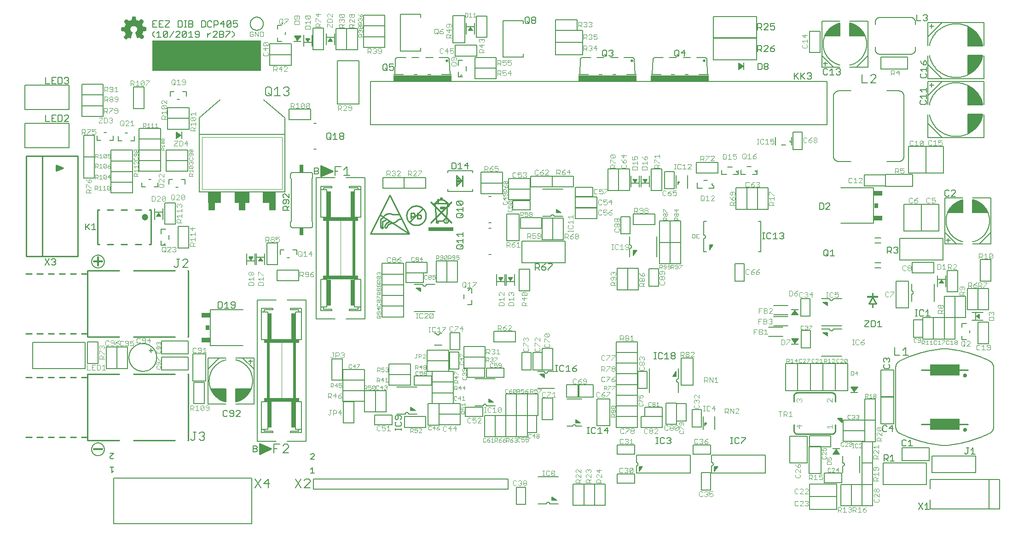
<source format=gto>
G75*
%MOIN*%
%OFA0B0*%
%FSLAX25Y25*%
%IPPOS*%
%LPD*%
%AMOC8*
5,1,8,0,0,1.08239X$1,22.5*
%
%ADD10R,0.01485X0.00015*%
%ADD11R,0.00045X0.00015*%
%ADD12R,0.00105X0.00015*%
%ADD13R,0.00165X0.00015*%
%ADD14R,0.00225X0.00015*%
%ADD15R,0.00285X0.00015*%
%ADD16R,0.00345X0.00015*%
%ADD17R,0.00405X0.00015*%
%ADD18R,0.00435X0.00015*%
%ADD19R,0.00465X0.00015*%
%ADD20R,0.00495X0.00015*%
%ADD21R,0.00540X0.00015*%
%ADD22R,0.00585X0.00015*%
%ADD23R,0.00645X0.00015*%
%ADD24R,0.00150X0.00015*%
%ADD25R,0.00675X0.00015*%
%ADD26R,0.00195X0.00015*%
%ADD27R,0.00705X0.00015*%
%ADD28R,0.00240X0.00015*%
%ADD29R,0.00735X0.00015*%
%ADD30R,0.00270X0.00015*%
%ADD31R,0.00765X0.00015*%
%ADD32R,0.00300X0.00015*%
%ADD33R,0.00810X0.00015*%
%ADD34R,0.00360X0.00015*%
%ADD35R,0.00855X0.00015*%
%ADD36R,0.00435X0.00015*%
%ADD37R,0.00915X0.00015*%
%ADD38R,0.00465X0.00015*%
%ADD39R,0.00945X0.00015*%
%ADD40R,0.00960X0.00015*%
%ADD41R,0.00525X0.00015*%
%ADD42R,0.00990X0.00015*%
%ADD43R,0.00555X0.00015*%
%ADD44R,0.01035X0.00015*%
%ADD45R,0.00600X0.00015*%
%ADD46R,0.01080X0.00015*%
%ADD47R,0.01125X0.00015*%
%ADD48R,0.01170X0.00015*%
%ADD49R,0.00720X0.00015*%
%ADD50R,0.01200X0.00015*%
%ADD51R,0.00750X0.00015*%
%ADD52R,0.01230X0.00015*%
%ADD53R,0.00780X0.00015*%
%ADD54R,0.01260X0.00015*%
%ADD55R,0.00810X0.00015*%
%ADD56R,0.01305X0.00015*%
%ADD57R,0.01365X0.00015*%
%ADD58R,0.00900X0.00015*%
%ADD59R,0.01395X0.00015*%
%ADD60R,0.01440X0.00015*%
%ADD61R,0.01470X0.00015*%
%ADD62R,0.01005X0.00015*%
%ADD63R,0.01500X0.00015*%
%ADD64R,0.01020X0.00015*%
%ADD65R,0.01530X0.00015*%
%ADD66R,0.01065X0.00015*%
%ADD67R,0.01575X0.00015*%
%ADD68R,0.01095X0.00015*%
%ADD69R,0.01635X0.00015*%
%ADD70R,0.01155X0.00015*%
%ADD71R,0.01680X0.00015*%
%ADD72R,0.01200X0.00015*%
%ADD73R,0.01710X0.00015*%
%ADD74R,0.01230X0.00015*%
%ADD75R,0.01725X0.00015*%
%ADD76R,0.01245X0.00015*%
%ADD77R,0.01755X0.00015*%
%ADD78R,0.01275X0.00015*%
%ADD79R,0.01800X0.00015*%
%ADD80R,0.01320X0.00015*%
%ADD81R,0.01860X0.00015*%
%ADD82R,0.01905X0.00015*%
%ADD83R,0.01410X0.00015*%
%ADD84R,0.01935X0.00015*%
%ADD85R,0.01455X0.00015*%
%ADD86R,0.01965X0.00015*%
%ADD87R,0.01485X0.00015*%
%ADD88R,0.01995X0.00015*%
%ADD89R,0.01515X0.00015*%
%ADD90R,0.02040X0.00015*%
%ADD91R,0.01530X0.00015*%
%ADD92R,0.02070X0.00015*%
%ADD93R,0.01575X0.00015*%
%ADD94R,0.02115X0.00015*%
%ADD95R,0.01620X0.00015*%
%ADD96R,0.02160X0.00015*%
%ADD97R,0.01665X0.00015*%
%ADD98R,0.02190X0.00015*%
%ADD99R,0.00075X0.00015*%
%ADD100R,0.01695X0.00015*%
%ADD101R,0.02220X0.00015*%
%ADD102R,0.00105X0.00015*%
%ADD103R,0.02235X0.00015*%
%ADD104R,0.00135X0.00015*%
%ADD105R,0.01755X0.00015*%
%ADD106R,0.02280X0.00015*%
%ADD107R,0.00180X0.00015*%
%ADD108R,0.01785X0.00015*%
%ADD109R,0.02340X0.00015*%
%ADD110R,0.00240X0.00015*%
%ADD111R,0.01830X0.00015*%
%ADD112R,0.02385X0.00015*%
%ADD113R,0.01890X0.00015*%
%ADD114R,0.02415X0.00015*%
%ADD115R,0.00330X0.00015*%
%ADD116R,0.00120X0.00015*%
%ADD117R,0.01920X0.00015*%
%ADD118R,0.02430X0.00015*%
%ADD119R,0.00375X0.00015*%
%ADD120R,0.02460X0.00015*%
%ADD121R,0.00405X0.00015*%
%ADD122R,0.00195X0.00015*%
%ADD123R,0.01965X0.00015*%
%ADD124R,0.02505X0.00015*%
%ADD125R,0.00210X0.00015*%
%ADD126R,0.02010X0.00015*%
%ADD127R,0.02535X0.00015*%
%ADD128R,0.00480X0.00015*%
%ADD129R,0.02580X0.00015*%
%ADD130R,0.00540X0.00015*%
%ADD131R,0.02085X0.00015*%
%ADD132R,0.02625X0.00015*%
%ADD133R,0.02130X0.00015*%
%ADD134R,0.02670X0.00015*%
%ADD135R,0.00630X0.00015*%
%ADD136R,0.02700X0.00015*%
%ADD137R,0.00660X0.00015*%
%ADD138R,0.00450X0.00015*%
%ADD139R,0.02190X0.00015*%
%ADD140R,0.02715X0.00015*%
%ADD141R,0.02205X0.00015*%
%ADD142R,0.02745X0.00015*%
%ADD143R,0.00510X0.00015*%
%ADD144R,0.02235X0.00015*%
%ADD145R,0.02775X0.00015*%
%ADD146R,0.02820X0.00015*%
%ADD147R,0.02310X0.00015*%
%ADD148R,0.02880X0.00015*%
%ADD149R,0.00855X0.00015*%
%ADD150R,0.02355X0.00015*%
%ADD151R,0.02895X0.00015*%
%ADD152R,0.00870X0.00015*%
%ADD153R,0.00660X0.00015*%
%ADD154R,0.02925X0.00015*%
%ADD155R,0.00690X0.00015*%
%ADD156R,0.02970X0.00015*%
%ADD157R,0.03000X0.00015*%
%ADD158R,0.00750X0.00015*%
%ADD159R,0.03045X0.00015*%
%ADD160R,0.01005X0.00015*%
%ADD161R,0.00780X0.00015*%
%ADD162R,0.02505X0.00015*%
%ADD163R,0.03090X0.00015*%
%ADD164R,0.01050X0.00015*%
%ADD165R,0.00825X0.00015*%
%ADD166R,0.02550X0.00015*%
%ADD167R,0.03135X0.00015*%
%ADD168R,0.01095X0.00015*%
%ADD169R,0.00870X0.00015*%
%ADD170R,0.03165X0.00015*%
%ADD171R,0.01125X0.00015*%
%ADD172R,0.02625X0.00015*%
%ADD173R,0.03195X0.00015*%
%ADD174R,0.01140X0.00015*%
%ADD175R,0.00930X0.00015*%
%ADD176R,0.02655X0.00015*%
%ADD177R,0.03210X0.00015*%
%ADD178R,0.00960X0.00015*%
%ADD179R,0.03240X0.00015*%
%ADD180R,0.02700X0.00015*%
%ADD181R,0.03285X0.00015*%
%ADD182R,0.01245X0.00015*%
%ADD183R,0.02745X0.00015*%
%ADD184R,0.03330X0.00015*%
%ADD185R,0.02790X0.00015*%
%ADD186R,0.03360X0.00015*%
%ADD187R,0.01110X0.00015*%
%ADD188R,0.02835X0.00015*%
%ADD189R,0.03390X0.00015*%
%ADD190R,0.01335X0.00015*%
%ADD191R,0.01140X0.00015*%
%ADD192R,0.02865X0.00015*%
%ADD193R,0.03420X0.00015*%
%ADD194R,0.01155X0.00015*%
%ADD195R,0.04905X0.00015*%
%ADD196R,0.04920X0.00015*%
%ADD197R,0.02940X0.00015*%
%ADD198R,0.04950X0.00015*%
%ADD199R,0.02985X0.00015*%
%ADD200R,0.04965X0.00015*%
%ADD201R,0.01275X0.00015*%
%ADD202R,0.03015X0.00015*%
%ADD203R,0.04980X0.00015*%
%ADD204R,0.03045X0.00015*%
%ADD205R,0.05010X0.00015*%
%ADD206R,0.01335X0.00015*%
%ADD207R,0.03075X0.00015*%
%ADD208R,0.01350X0.00015*%
%ADD209R,0.03105X0.00015*%
%ADD210R,0.05040X0.00015*%
%ADD211R,0.01380X0.00015*%
%ADD212R,0.05040X0.00015*%
%ADD213R,0.01410X0.00015*%
%ADD214R,0.03180X0.00015*%
%ADD215R,0.05070X0.00015*%
%ADD216R,0.03225X0.00015*%
%ADD217R,0.03255X0.00015*%
%ADD218R,0.05085X0.00015*%
%ADD219R,0.01515X0.00015*%
%ADD220R,0.03300X0.00015*%
%ADD221R,0.05100X0.00015*%
%ADD222R,0.04935X0.00015*%
%ADD223R,0.05115X0.00015*%
%ADD224R,0.04995X0.00015*%
%ADD225R,0.05130X0.00015*%
%ADD226R,0.05010X0.00015*%
%ADD227R,0.05130X0.00015*%
%ADD228R,0.05010X0.00015*%
%ADD229R,0.05025X0.00015*%
%ADD230R,0.05040X0.00015*%
%ADD231R,0.05055X0.00015*%
%ADD232R,0.05130X0.00015*%
%ADD233R,0.05085X0.00015*%
%ADD234R,0.05115X0.00015*%
%ADD235R,0.05145X0.00015*%
%ADD236R,0.05160X0.00015*%
%ADD237R,0.05130X0.00015*%
%ADD238R,0.05190X0.00015*%
%ADD239R,0.05190X0.00015*%
%ADD240R,0.05205X0.00015*%
%ADD241R,0.05220X0.00015*%
%ADD242R,0.05070X0.00015*%
%ADD243R,0.05085X0.00015*%
%ADD244R,0.05205X0.00015*%
%ADD245R,0.05220X0.00015*%
%ADD246R,0.05055X0.00015*%
%ADD247R,0.05025X0.00015*%
%ADD248R,0.05205X0.00015*%
%ADD249R,0.05025X0.00015*%
%ADD250R,0.05190X0.00015*%
%ADD251R,0.05190X0.00015*%
%ADD252R,0.04995X0.00015*%
%ADD253R,0.05175X0.00015*%
%ADD254R,0.04950X0.00015*%
%ADD255R,0.05145X0.00015*%
%ADD256R,0.05145X0.00015*%
%ADD257R,0.04920X0.00015*%
%ADD258R,0.04905X0.00015*%
%ADD259R,0.04905X0.00015*%
%ADD260R,0.05115X0.00015*%
%ADD261R,0.04890X0.00015*%
%ADD262R,0.04890X0.00015*%
%ADD263R,0.04875X0.00015*%
%ADD264R,0.04845X0.00015*%
%ADD265R,0.04830X0.00015*%
%ADD266R,0.04830X0.00015*%
%ADD267R,0.05070X0.00015*%
%ADD268R,0.04830X0.00015*%
%ADD269R,0.04815X0.00015*%
%ADD270R,0.04800X0.00015*%
%ADD271R,0.04800X0.00015*%
%ADD272R,0.05010X0.00015*%
%ADD273R,0.04785X0.00015*%
%ADD274R,0.04770X0.00015*%
%ADD275R,0.04770X0.00015*%
%ADD276R,0.04755X0.00015*%
%ADD277R,0.04740X0.00015*%
%ADD278R,0.04725X0.00015*%
%ADD279R,0.04725X0.00015*%
%ADD280R,0.04980X0.00015*%
%ADD281R,0.04710X0.00015*%
%ADD282R,0.04725X0.00015*%
%ADD283R,0.04710X0.00015*%
%ADD284R,0.04695X0.00015*%
%ADD285R,0.04680X0.00015*%
%ADD286R,0.04695X0.00015*%
%ADD287R,0.04680X0.00015*%
%ADD288R,0.04905X0.00015*%
%ADD289R,0.04665X0.00015*%
%ADD290R,0.04650X0.00015*%
%ADD291R,0.04635X0.00015*%
%ADD292R,0.04620X0.00015*%
%ADD293R,0.04620X0.00015*%
%ADD294R,0.04890X0.00015*%
%ADD295R,0.04605X0.00015*%
%ADD296R,0.04605X0.00015*%
%ADD297R,0.04590X0.00015*%
%ADD298R,0.04845X0.00015*%
%ADD299R,0.04575X0.00015*%
%ADD300R,0.04590X0.00015*%
%ADD301R,0.04575X0.00015*%
%ADD302R,0.04845X0.00015*%
%ADD303R,0.04560X0.00015*%
%ADD304R,0.04545X0.00015*%
%ADD305R,0.04530X0.00015*%
%ADD306R,0.04515X0.00015*%
%ADD307R,0.04530X0.00015*%
%ADD308R,0.04500X0.00015*%
%ADD309R,0.04515X0.00015*%
%ADD310R,0.04785X0.00015*%
%ADD311R,0.04485X0.00015*%
%ADD312R,0.04755X0.00015*%
%ADD313R,0.04470X0.00015*%
%ADD314R,0.04740X0.00015*%
%ADD315R,0.04485X0.00015*%
%ADD316R,0.04755X0.00015*%
%ADD317R,0.04545X0.00015*%
%ADD318R,0.04695X0.00015*%
%ADD319R,0.04680X0.00015*%
%ADD320R,0.04665X0.00015*%
%ADD321R,0.04725X0.00015*%
%ADD322R,0.04680X0.00015*%
%ADD323R,0.04860X0.00015*%
%ADD324R,0.04740X0.00015*%
%ADD325R,0.04875X0.00015*%
%ADD326R,0.04965X0.00015*%
%ADD327R,0.04860X0.00015*%
%ADD328R,0.04995X0.00015*%
%ADD329R,0.04875X0.00015*%
%ADD330R,0.04980X0.00015*%
%ADD331R,0.05235X0.00015*%
%ADD332R,0.05235X0.00015*%
%ADD333R,0.05250X0.00015*%
%ADD334R,0.05280X0.00015*%
%ADD335R,0.05295X0.00015*%
%ADD336R,0.05325X0.00015*%
%ADD337R,0.05340X0.00015*%
%ADD338R,0.05235X0.00015*%
%ADD339R,0.05355X0.00015*%
%ADD340R,0.05370X0.00015*%
%ADD341R,0.05265X0.00015*%
%ADD342R,0.05370X0.00015*%
%ADD343R,0.05280X0.00015*%
%ADD344R,0.05385X0.00015*%
%ADD345R,0.05295X0.00015*%
%ADD346R,0.05400X0.00015*%
%ADD347R,0.05415X0.00015*%
%ADD348R,0.05310X0.00015*%
%ADD349R,0.05430X0.00015*%
%ADD350R,0.05445X0.00015*%
%ADD351R,0.05460X0.00015*%
%ADD352R,0.05355X0.00015*%
%ADD353R,0.05475X0.00015*%
%ADD354R,0.05505X0.00015*%
%ADD355R,0.05520X0.00015*%
%ADD356R,0.05535X0.00015*%
%ADD357R,0.05550X0.00015*%
%ADD358R,0.05550X0.00015*%
%ADD359R,0.05475X0.00015*%
%ADD360R,0.05490X0.00015*%
%ADD361R,0.05475X0.00015*%
%ADD362R,0.05385X0.00015*%
%ADD363R,0.05370X0.00015*%
%ADD364R,0.05325X0.00015*%
%ADD365R,0.05310X0.00015*%
%ADD366R,0.05265X0.00015*%
%ADD367R,0.05175X0.00015*%
%ADD368R,0.04980X0.00015*%
%ADD369R,0.04965X0.00015*%
%ADD370R,0.04860X0.00015*%
%ADD371R,0.04845X0.00015*%
%ADD372R,0.04815X0.00015*%
%ADD373R,0.04770X0.00015*%
%ADD374R,0.05295X0.00015*%
%ADD375R,0.04635X0.00015*%
%ADD376R,0.05610X0.00015*%
%ADD377R,0.05700X0.00015*%
%ADD378R,0.05760X0.00015*%
%ADD379R,0.05805X0.00015*%
%ADD380R,0.05850X0.00015*%
%ADD381R,0.05895X0.00015*%
%ADD382R,0.06000X0.00015*%
%ADD383R,0.06135X0.00015*%
%ADD384R,0.06225X0.00015*%
%ADD385R,0.06300X0.00015*%
%ADD386R,0.06330X0.00015*%
%ADD387R,0.06375X0.00015*%
%ADD388R,0.06450X0.00015*%
%ADD389R,0.06570X0.00015*%
%ADD390R,0.05565X0.00015*%
%ADD391R,0.06690X0.00015*%
%ADD392R,0.06735X0.00015*%
%ADD393R,0.05790X0.00015*%
%ADD394R,0.06765X0.00015*%
%ADD395R,0.05850X0.00015*%
%ADD396R,0.06780X0.00015*%
%ADD397R,0.05895X0.00015*%
%ADD398R,0.06795X0.00015*%
%ADD399R,0.05955X0.00015*%
%ADD400R,0.06810X0.00015*%
%ADD401R,0.06060X0.00015*%
%ADD402R,0.06195X0.00015*%
%ADD403R,0.06825X0.00015*%
%ADD404R,0.06330X0.00015*%
%ADD405R,0.06840X0.00015*%
%ADD406R,0.06390X0.00015*%
%ADD407R,0.06495X0.00015*%
%ADD408R,0.06840X0.00015*%
%ADD409R,0.06555X0.00015*%
%ADD410R,0.06825X0.00015*%
%ADD411R,0.06645X0.00015*%
%ADD412R,0.06825X0.00015*%
%ADD413R,0.06705X0.00015*%
%ADD414R,0.06705X0.00015*%
%ADD415R,0.06810X0.00015*%
%ADD416R,0.06720X0.00015*%
%ADD417R,0.06795X0.00015*%
%ADD418R,0.06750X0.00015*%
%ADD419R,0.06765X0.00015*%
%ADD420R,0.06795X0.00015*%
%ADD421R,0.06780X0.00015*%
%ADD422R,0.06780X0.00015*%
%ADD423R,0.06750X0.00015*%
%ADD424R,0.06720X0.00015*%
%ADD425R,0.06720X0.00015*%
%ADD426R,0.06705X0.00015*%
%ADD427R,0.06705X0.00015*%
%ADD428R,0.06690X0.00015*%
%ADD429R,0.06675X0.00015*%
%ADD430R,0.06690X0.00015*%
%ADD431R,0.06675X0.00015*%
%ADD432R,0.06675X0.00015*%
%ADD433R,0.06660X0.00015*%
%ADD434R,0.06675X0.00015*%
%ADD435R,0.06660X0.00015*%
%ADD436R,0.06660X0.00015*%
%ADD437R,0.06645X0.00015*%
%ADD438R,0.06630X0.00015*%
%ADD439R,0.06660X0.00015*%
%ADD440R,0.06630X0.00015*%
%ADD441R,0.06645X0.00015*%
%ADD442R,0.06735X0.00015*%
%ADD443R,0.06765X0.00015*%
%ADD444R,0.06780X0.00015*%
%ADD445R,0.06825X0.00015*%
%ADD446R,0.06855X0.00015*%
%ADD447R,0.06855X0.00015*%
%ADD448R,0.06870X0.00015*%
%ADD449R,0.06885X0.00015*%
%ADD450R,0.06525X0.00015*%
%ADD451R,0.06405X0.00015*%
%ADD452R,0.06255X0.00015*%
%ADD453R,0.06165X0.00015*%
%ADD454R,0.06870X0.00015*%
%ADD455R,0.06120X0.00015*%
%ADD456R,0.06885X0.00015*%
%ADD457R,0.06060X0.00015*%
%ADD458R,0.06015X0.00015*%
%ADD459R,0.05910X0.00015*%
%ADD460R,0.05670X0.00015*%
%ADD461R,0.05595X0.00015*%
%ADD462R,0.06585X0.00015*%
%ADD463R,0.05160X0.00015*%
%ADD464R,0.06390X0.00015*%
%ADD465R,0.05025X0.00015*%
%ADD466R,0.06330X0.00015*%
%ADD467R,0.06075X0.00015*%
%ADD468R,0.05820X0.00015*%
%ADD469R,0.05775X0.00015*%
%ADD470R,0.05685X0.00015*%
%ADD471R,0.05460X0.00015*%
%ADD472R,0.04860X0.00015*%
%ADD473R,0.04935X0.00015*%
%ADD474R,0.05160X0.00015*%
%ADD475R,0.05325X0.00015*%
%ADD476R,0.05340X0.00015*%
%ADD477R,0.05355X0.00015*%
%ADD478R,0.05430X0.00015*%
%ADD479R,0.05535X0.00015*%
%ADD480R,0.05595X0.00015*%
%ADD481R,0.05640X0.00015*%
%ADD482R,0.05640X0.00015*%
%ADD483R,0.05670X0.00015*%
%ADD484R,0.05685X0.00015*%
%ADD485R,0.05700X0.00015*%
%ADD486R,0.05715X0.00015*%
%ADD487R,0.05715X0.00015*%
%ADD488R,0.05730X0.00015*%
%ADD489R,0.05745X0.00015*%
%ADD490R,0.05760X0.00015*%
%ADD491R,0.06000X0.00015*%
%ADD492R,0.06105X0.00015*%
%ADD493R,0.06180X0.00015*%
%ADD494R,0.06210X0.00015*%
%ADD495R,0.12690X0.00015*%
%ADD496R,0.12675X0.00015*%
%ADD497R,0.12660X0.00015*%
%ADD498R,0.12660X0.00015*%
%ADD499R,0.12645X0.00015*%
%ADD500R,0.12615X0.00015*%
%ADD501R,0.12600X0.00015*%
%ADD502R,0.12585X0.00015*%
%ADD503R,0.12555X0.00015*%
%ADD504R,0.12540X0.00015*%
%ADD505R,0.12525X0.00015*%
%ADD506R,0.12510X0.00015*%
%ADD507R,0.12510X0.00015*%
%ADD508R,0.12480X0.00015*%
%ADD509R,0.12450X0.00015*%
%ADD510R,0.12435X0.00015*%
%ADD511R,0.12420X0.00015*%
%ADD512R,0.12390X0.00015*%
%ADD513R,0.12375X0.00015*%
%ADD514R,0.12360X0.00015*%
%ADD515R,0.12330X0.00015*%
%ADD516R,0.12300X0.00015*%
%ADD517R,0.12285X0.00015*%
%ADD518R,0.12270X0.00015*%
%ADD519R,0.12255X0.00015*%
%ADD520R,0.12240X0.00015*%
%ADD521R,0.12225X0.00015*%
%ADD522R,0.12195X0.00015*%
%ADD523R,0.12165X0.00015*%
%ADD524R,0.12150X0.00015*%
%ADD525R,0.12135X0.00015*%
%ADD526R,0.12120X0.00015*%
%ADD527R,0.12090X0.00015*%
%ADD528R,0.12075X0.00015*%
%ADD529R,0.12060X0.00015*%
%ADD530R,0.12045X0.00015*%
%ADD531R,0.12015X0.00015*%
%ADD532R,0.12000X0.00015*%
%ADD533R,0.11985X0.00015*%
%ADD534R,0.11955X0.00015*%
%ADD535R,0.11940X0.00015*%
%ADD536R,0.11925X0.00015*%
%ADD537R,0.11910X0.00015*%
%ADD538R,0.11910X0.00015*%
%ADD539R,0.11880X0.00015*%
%ADD540R,0.11850X0.00015*%
%ADD541R,0.11835X0.00015*%
%ADD542R,0.11805X0.00015*%
%ADD543R,0.11775X0.00015*%
%ADD544R,0.11760X0.00015*%
%ADD545R,0.11745X0.00015*%
%ADD546R,0.11730X0.00015*%
%ADD547R,0.11700X0.00015*%
%ADD548R,0.11700X0.00015*%
%ADD549R,0.11685X0.00015*%
%ADD550R,0.11655X0.00015*%
%ADD551R,0.11640X0.00015*%
%ADD552R,0.11625X0.00015*%
%ADD553R,0.11625X0.00015*%
%ADD554R,0.11670X0.00015*%
%ADD555R,0.11715X0.00015*%
%ADD556R,0.11790X0.00015*%
%ADD557R,0.11820X0.00015*%
%ADD558R,0.11820X0.00015*%
%ADD559R,0.11880X0.00015*%
%ADD560R,0.11895X0.00015*%
%ADD561R,0.11970X0.00015*%
%ADD562R,0.12045X0.00015*%
%ADD563R,0.12075X0.00015*%
%ADD564R,0.12105X0.00015*%
%ADD565R,0.12135X0.00015*%
%ADD566R,0.12165X0.00015*%
%ADD567R,0.12180X0.00015*%
%ADD568R,0.12195X0.00015*%
%ADD569R,0.12210X0.00015*%
%ADD570R,0.12225X0.00015*%
%ADD571R,0.12255X0.00015*%
%ADD572R,0.12360X0.00015*%
%ADD573R,0.12390X0.00015*%
%ADD574R,0.12405X0.00015*%
%ADD575R,0.12435X0.00015*%
%ADD576R,0.12480X0.00015*%
%ADD577R,0.12480X0.00015*%
%ADD578R,0.12510X0.00015*%
%ADD579R,0.12570X0.00015*%
%ADD580R,0.12630X0.00015*%
%ADD581R,0.12675X0.00015*%
%ADD582R,0.12705X0.00015*%
%ADD583R,0.12735X0.00015*%
%ADD584R,0.12750X0.00015*%
%ADD585R,0.12780X0.00015*%
%ADD586R,0.12795X0.00015*%
%ADD587R,0.12810X0.00015*%
%ADD588R,0.12840X0.00015*%
%ADD589R,0.12855X0.00015*%
%ADD590R,0.12885X0.00015*%
%ADD591R,0.12900X0.00015*%
%ADD592R,0.12915X0.00015*%
%ADD593R,0.12945X0.00015*%
%ADD594R,0.12960X0.00015*%
%ADD595R,0.12990X0.00015*%
%ADD596R,0.13005X0.00015*%
%ADD597R,0.13020X0.00015*%
%ADD598R,0.13035X0.00015*%
%ADD599R,0.13065X0.00015*%
%ADD600R,0.13080X0.00015*%
%ADD601R,0.13110X0.00015*%
%ADD602R,0.13125X0.00015*%
%ADD603R,0.13155X0.00015*%
%ADD604R,0.13170X0.00015*%
%ADD605R,0.13200X0.00015*%
%ADD606R,0.13230X0.00015*%
%ADD607R,0.13260X0.00015*%
%ADD608R,0.13290X0.00015*%
%ADD609R,0.13320X0.00015*%
%ADD610R,0.13350X0.00015*%
%ADD611R,0.13365X0.00015*%
%ADD612R,0.13395X0.00015*%
%ADD613R,0.13425X0.00015*%
%ADD614R,0.13455X0.00015*%
%ADD615R,0.13470X0.00015*%
%ADD616R,0.13500X0.00015*%
%ADD617R,0.13530X0.00015*%
%ADD618R,0.13560X0.00015*%
%ADD619R,0.13575X0.00015*%
%ADD620R,0.13605X0.00015*%
%ADD621R,0.13635X0.00015*%
%ADD622R,0.13650X0.00015*%
%ADD623R,0.13680X0.00015*%
%ADD624R,0.13695X0.00015*%
%ADD625R,0.13725X0.00015*%
%ADD626R,0.13740X0.00015*%
%ADD627R,0.13770X0.00015*%
%ADD628R,0.13785X0.00015*%
%ADD629R,0.13800X0.00015*%
%ADD630R,0.13830X0.00015*%
%ADD631R,0.13860X0.00015*%
%ADD632R,0.13875X0.00015*%
%ADD633R,0.13905X0.00015*%
%ADD634R,0.13935X0.00015*%
%ADD635R,0.13950X0.00015*%
%ADD636R,0.13980X0.00015*%
%ADD637R,0.14010X0.00015*%
%ADD638R,0.14025X0.00015*%
%ADD639R,0.14055X0.00015*%
%ADD640R,0.14070X0.00015*%
%ADD641R,0.14085X0.00015*%
%ADD642R,0.14115X0.00015*%
%ADD643R,0.14145X0.00015*%
%ADD644R,0.14160X0.00015*%
%ADD645R,0.14190X0.00015*%
%ADD646R,0.14205X0.00015*%
%ADD647R,0.14220X0.00015*%
%ADD648R,0.14235X0.00015*%
%ADD649R,0.14265X0.00015*%
%ADD650R,0.14280X0.00015*%
%ADD651R,0.14295X0.00015*%
%ADD652R,0.14295X0.00015*%
%ADD653R,0.14250X0.00015*%
%ADD654R,0.14205X0.00015*%
%ADD655R,0.14175X0.00015*%
%ADD656R,0.14160X0.00015*%
%ADD657R,0.14130X0.00015*%
%ADD658R,0.14100X0.00015*%
%ADD659R,0.14040X0.00015*%
%ADD660R,0.14010X0.00015*%
%ADD661R,0.03465X0.00015*%
%ADD662R,0.10440X0.00015*%
%ADD663R,0.03420X0.00015*%
%ADD664R,0.10395X0.00015*%
%ADD665R,0.03375X0.00015*%
%ADD666R,0.10335X0.00015*%
%ADD667R,0.03570X0.00015*%
%ADD668R,0.06600X0.00015*%
%ADD669R,0.03525X0.00015*%
%ADD670R,0.03270X0.00015*%
%ADD671R,0.03495X0.00015*%
%ADD672R,0.03210X0.00015*%
%ADD673R,0.06480X0.00015*%
%ADD674R,0.03435X0.00015*%
%ADD675R,0.03165X0.00015*%
%ADD676R,0.03390X0.00015*%
%ADD677R,0.03120X0.00015*%
%ADD678R,0.06315X0.00015*%
%ADD679R,0.03345X0.00015*%
%ADD680R,0.03090X0.00015*%
%ADD681R,0.03075X0.00015*%
%ADD682R,0.06225X0.00015*%
%ADD683R,0.03270X0.00015*%
%ADD684R,0.06180X0.00015*%
%ADD685R,0.02970X0.00015*%
%ADD686R,0.06075X0.00015*%
%ADD687R,0.03195X0.00015*%
%ADD688R,0.02925X0.00015*%
%ADD689R,0.05985X0.00015*%
%ADD690R,0.03135X0.00015*%
%ADD691R,0.02850X0.00015*%
%ADD692R,0.05835X0.00015*%
%ADD693R,0.03030X0.00015*%
%ADD694R,0.02805X0.00015*%
%ADD695R,0.02730X0.00015*%
%ADD696R,0.05625X0.00015*%
%ADD697R,0.02925X0.00015*%
%ADD698R,0.02640X0.00015*%
%ADD699R,0.02595X0.00015*%
%ADD700R,0.02565X0.00015*%
%ADD701R,0.02760X0.00015*%
%ADD702R,0.02520X0.00015*%
%ADD703R,0.02730X0.00015*%
%ADD704R,0.02475X0.00015*%
%ADD705R,0.02685X0.00015*%
%ADD706R,0.02445X0.00015*%
%ADD707R,0.02400X0.00015*%
%ADD708R,0.02370X0.00015*%
%ADD709R,0.02565X0.00015*%
%ADD710R,0.02340X0.00015*%
%ADD711R,0.02325X0.00015*%
%ADD712R,0.02505X0.00015*%
%ADD713R,0.02280X0.00015*%
%ADD714R,0.02460X0.00015*%
%ADD715R,0.04560X0.00015*%
%ADD716R,0.02190X0.00015*%
%ADD717R,0.04440X0.00015*%
%ADD718R,0.02370X0.00015*%
%ADD719R,0.02145X0.00015*%
%ADD720R,0.04365X0.00015*%
%ADD721R,0.04320X0.00015*%
%ADD722R,0.02310X0.00015*%
%ADD723R,0.02100X0.00015*%
%ADD724R,0.04260X0.00015*%
%ADD725R,0.04200X0.00015*%
%ADD726R,0.02265X0.00015*%
%ADD727R,0.02040X0.00015*%
%ADD728R,0.04095X0.00015*%
%ADD729R,0.02220X0.00015*%
%ADD730R,0.03915X0.00015*%
%ADD731R,0.02175X0.00015*%
%ADD732R,0.03765X0.00015*%
%ADD733R,0.03675X0.00015*%
%ADD734R,0.01890X0.00015*%
%ADD735R,0.03615X0.00015*%
%ADD736R,0.02055X0.00015*%
%ADD737R,0.01860X0.00015*%
%ADD738R,0.03555X0.00015*%
%ADD739R,0.01815X0.00015*%
%ADD740R,0.03450X0.00015*%
%ADD741R,0.01725X0.00015*%
%ADD742R,0.03315X0.00015*%
%ADD743R,0.01905X0.00015*%
%ADD744R,0.01680X0.00015*%
%ADD745R,0.01650X0.00015*%
%ADD746R,0.01620X0.00015*%
%ADD747R,0.01590X0.00015*%
%ADD748R,0.01770X0.00015*%
%ADD749R,0.01560X0.00015*%
%ADD750R,0.03240X0.00015*%
%ADD751R,0.01740X0.00015*%
%ADD752R,0.01665X0.00015*%
%ADD753R,0.01455X0.00015*%
%ADD754R,0.01635X0.00015*%
%ADD755R,0.01410X0.00015*%
%ADD756R,0.01395X0.00015*%
%ADD757R,0.01365X0.00015*%
%ADD758R,0.01335X0.00015*%
%ADD759R,0.01290X0.00015*%
%ADD760R,0.03210X0.00015*%
%ADD761R,0.01455X0.00015*%
%ADD762R,0.01185X0.00015*%
%ADD763R,0.01290X0.00015*%
%ADD764R,0.01110X0.00015*%
%ADD765R,0.01260X0.00015*%
%ADD766R,0.03180X0.00015*%
%ADD767R,0.00975X0.00015*%
%ADD768R,0.03150X0.00015*%
%ADD769R,0.00885X0.00015*%
%ADD770R,0.03150X0.00015*%
%ADD771R,0.01050X0.00015*%
%ADD772R,0.00795X0.00015*%
%ADD773R,0.00885X0.00015*%
%ADD774R,0.00690X0.00015*%
%ADD775R,0.00840X0.00015*%
%ADD776R,0.00570X0.00015*%
%ADD777R,0.00525X0.00015*%
%ADD778R,0.03105X0.00015*%
%ADD779R,0.00660X0.00015*%
%ADD780R,0.00615X0.00015*%
%ADD781R,0.00420X0.00015*%
%ADD782R,0.00555X0.00015*%
%ADD783R,0.00390X0.00015*%
%ADD784R,0.00525X0.00015*%
%ADD785R,0.00360X0.00015*%
%ADD786R,0.00495X0.00015*%
%ADD787R,0.03075X0.00015*%
%ADD788R,0.00450X0.00015*%
%ADD789R,0.00225X0.00015*%
%ADD790R,0.00345X0.00015*%
%ADD791R,0.00255X0.00015*%
%ADD792R,0.03060X0.00015*%
%ADD793R,0.00180X0.00015*%
%ADD794R,0.00075X0.00015*%
%ADD795R,0.03000X0.00015*%
%ADD796R,0.02955X0.00015*%
%ADD797R,0.02940X0.00015*%
%ADD798R,0.02940X0.00015*%
%ADD799R,0.02910X0.00015*%
%ADD800R,0.02910X0.00015*%
%ADD801R,0.02865X0.00015*%
%ADD802R,0.02805X0.00015*%
%ADD803R,0.02775X0.00015*%
%ADD804R,0.02760X0.00015*%
%ADD805R,0.02655X0.00015*%
%ADD806R,0.02640X0.00015*%
%ADD807R,0.02610X0.00015*%
%ADD808R,0.02595X0.00015*%
%ADD809R,0.02535X0.00015*%
%ADD810R,0.02475X0.00015*%
%ADD811R,0.02175X0.00015*%
%ADD812R,0.01575X0.00015*%
%ADD813C,0.00500*%
%ADD814R,0.78750X0.22250*%
%ADD815C,0.00800*%
%ADD816C,0.01200*%
%ADD817C,0.01000*%
%ADD818C,0.00400*%
%ADD819C,0.00300*%
%ADD820R,0.05512X0.00787*%
%ADD821C,0.00600*%
%ADD822C,0.02000*%
%ADD823R,0.42000X0.04000*%
%ADD824R,0.07500X0.01000*%
%ADD825R,0.03000X0.01000*%
%ADD826R,0.01750X0.09000*%
%ADD827R,0.00600X0.09000*%
%ADD828C,0.00000*%
%ADD829C,0.00700*%
%ADD830C,0.00200*%
%ADD831C,0.04724*%
%ADD832R,0.03000X0.03400*%
%ADD833R,0.06000X0.03400*%
%ADD834R,0.18000X0.03000*%
%ADD835R,0.09500X0.08000*%
%ADD836R,0.11000X0.08000*%
%ADD837R,0.05000X0.07500*%
%ADD838R,0.03000X0.05500*%
%ADD839R,0.04500X0.02500*%
%ADD840R,0.16000X0.02500*%
%ADD841R,0.02000X0.40000*%
%ADD842R,0.03000X0.19000*%
%ADD843R,0.00787X0.05512*%
%ADD844R,0.08268X0.01181*%
%ADD845R,0.21654X0.07874*%
%ADD846C,0.01378*%
D10*
X0176868Y0432554D03*
D11*
X0173978Y0426844D03*
X0182183Y0427714D03*
X0185363Y0427009D03*
D12*
X0173978Y0426859D03*
D13*
X0173978Y0426874D03*
D14*
X0173978Y0426889D03*
D15*
X0173978Y0426904D03*
X0174068Y0441289D03*
D16*
X0173978Y0426919D03*
X0182228Y0427804D03*
D17*
X0182243Y0427819D03*
X0173978Y0426933D03*
D18*
X0173978Y0426949D03*
D19*
X0173978Y0426964D03*
D20*
X0173978Y0426979D03*
X0185363Y0427144D03*
D21*
X0173986Y0426994D03*
D22*
X0173993Y0427009D03*
X0177008Y0427819D03*
X0182318Y0427909D03*
D23*
X0182333Y0427924D03*
X0185348Y0427204D03*
X0173993Y0427024D03*
D24*
X0182176Y0427744D03*
X0185371Y0427024D03*
D25*
X0185348Y0427219D03*
X0176978Y0427864D03*
X0173993Y0427039D03*
D26*
X0185363Y0427039D03*
D27*
X0182363Y0427969D03*
X0176963Y0427879D03*
X0173993Y0427054D03*
D28*
X0185371Y0427054D03*
D29*
X0173993Y0427069D03*
D30*
X0182206Y0427789D03*
X0185371Y0427069D03*
D31*
X0176948Y0427894D03*
X0173993Y0427083D03*
D32*
X0177106Y0427714D03*
X0185371Y0427083D03*
X0184996Y0441333D03*
D33*
X0174001Y0427099D03*
D34*
X0185371Y0427099D03*
D35*
X0185333Y0427294D03*
X0174008Y0427114D03*
D36*
X0177068Y0427774D03*
X0182258Y0427833D03*
X0185363Y0427114D03*
D37*
X0182423Y0428044D03*
X0176888Y0427969D03*
X0174008Y0427129D03*
X0174098Y0441033D03*
D38*
X0174083Y0441214D03*
X0185363Y0427129D03*
D39*
X0185333Y0427324D03*
X0176873Y0427983D03*
X0174008Y0427144D03*
X0184973Y0441094D03*
X0179393Y0443209D03*
D40*
X0174016Y0427159D03*
D41*
X0185363Y0427159D03*
D42*
X0185326Y0427339D03*
X0182446Y0428089D03*
X0174016Y0427174D03*
X0184966Y0441079D03*
D43*
X0185363Y0427174D03*
D44*
X0174023Y0427189D03*
D45*
X0185356Y0427189D03*
X0174091Y0441169D03*
D46*
X0184966Y0441033D03*
X0182476Y0428119D03*
X0174016Y0427204D03*
D47*
X0174023Y0427219D03*
D48*
X0174031Y0427233D03*
X0176806Y0428074D03*
X0182506Y0428179D03*
X0184951Y0441004D03*
D49*
X0184981Y0441183D03*
X0185341Y0427233D03*
D50*
X0174031Y0427249D03*
D51*
X0185341Y0427249D03*
D52*
X0174031Y0427264D03*
X0174121Y0440914D03*
X0184951Y0440989D03*
D53*
X0184981Y0441154D03*
X0185341Y0427264D03*
D54*
X0174031Y0427279D03*
D55*
X0176926Y0427909D03*
X0185341Y0427279D03*
X0184981Y0441139D03*
D56*
X0182558Y0428239D03*
X0174038Y0427294D03*
D57*
X0174038Y0427309D03*
X0176738Y0428164D03*
X0185303Y0427504D03*
D58*
X0185326Y0427309D03*
X0176896Y0427954D03*
D59*
X0174038Y0427324D03*
D60*
X0174046Y0427339D03*
D61*
X0174046Y0427354D03*
X0182596Y0428329D03*
D62*
X0185318Y0427354D03*
D63*
X0174046Y0427369D03*
X0174136Y0440809D03*
X0184936Y0440883D03*
D64*
X0184966Y0441064D03*
X0174106Y0441004D03*
X0185326Y0427369D03*
D65*
X0174046Y0427383D03*
D66*
X0185318Y0427383D03*
D67*
X0174053Y0427399D03*
D68*
X0185318Y0427399D03*
D69*
X0174053Y0427414D03*
D70*
X0185318Y0427414D03*
D71*
X0174061Y0427429D03*
D72*
X0176806Y0428089D03*
X0182521Y0428194D03*
X0185311Y0427429D03*
D73*
X0174061Y0427444D03*
D74*
X0185311Y0427444D03*
D75*
X0185273Y0427654D03*
X0174068Y0427459D03*
D76*
X0185303Y0427459D03*
D77*
X0174068Y0427474D03*
D78*
X0176768Y0428119D03*
X0185303Y0427474D03*
D79*
X0174061Y0427489D03*
X0184921Y0440764D03*
D80*
X0184951Y0440944D03*
X0185296Y0427489D03*
X0176761Y0428133D03*
D81*
X0174076Y0427504D03*
D82*
X0174083Y0427519D03*
X0174158Y0440644D03*
D83*
X0185296Y0427519D03*
D84*
X0185258Y0427744D03*
X0174083Y0427533D03*
X0174158Y0440629D03*
X0179573Y0443179D03*
D85*
X0182588Y0428314D03*
X0185288Y0427533D03*
D86*
X0174083Y0427549D03*
D87*
X0185288Y0427549D03*
D88*
X0174083Y0427564D03*
X0174158Y0440614D03*
D89*
X0185288Y0427564D03*
D90*
X0185251Y0427789D03*
X0174091Y0427579D03*
X0184906Y0440674D03*
D91*
X0184936Y0440869D03*
X0185281Y0427579D03*
D92*
X0174091Y0427594D03*
X0174166Y0440583D03*
D93*
X0185288Y0427594D03*
D94*
X0174098Y0427609D03*
D95*
X0185281Y0427609D03*
D96*
X0185236Y0427833D03*
X0174106Y0427624D03*
D97*
X0185273Y0427624D03*
D98*
X0174106Y0427639D03*
D99*
X0177158Y0427639D03*
D100*
X0185273Y0427639D03*
D101*
X0174106Y0427654D03*
D102*
X0177158Y0427654D03*
D103*
X0174113Y0427669D03*
X0174173Y0440509D03*
X0179588Y0443133D03*
D104*
X0177158Y0427669D03*
D105*
X0185273Y0427669D03*
D106*
X0185221Y0427894D03*
X0174121Y0427683D03*
D107*
X0177136Y0427683D03*
D108*
X0185273Y0427683D03*
X0174143Y0440704D03*
D109*
X0174121Y0427699D03*
D110*
X0177121Y0427699D03*
D111*
X0185266Y0427699D03*
X0184921Y0440749D03*
D112*
X0185213Y0427939D03*
X0174128Y0427714D03*
D113*
X0185266Y0427714D03*
D114*
X0185213Y0427954D03*
X0174128Y0427729D03*
X0184868Y0440509D03*
D115*
X0174076Y0441274D03*
X0177091Y0427729D03*
D116*
X0182176Y0427729D03*
X0174076Y0441319D03*
D117*
X0185266Y0427729D03*
D118*
X0185206Y0427969D03*
X0174136Y0427744D03*
X0179581Y0443059D03*
D119*
X0177083Y0427744D03*
D120*
X0174136Y0427759D03*
X0185206Y0427983D03*
D121*
X0177083Y0427759D03*
D122*
X0182183Y0427759D03*
D123*
X0185258Y0427759D03*
X0184913Y0440704D03*
D124*
X0174143Y0427774D03*
D125*
X0182191Y0427774D03*
D126*
X0185251Y0427774D03*
X0184906Y0440689D03*
D127*
X0184853Y0440464D03*
X0179573Y0442804D03*
X0179573Y0442819D03*
X0179573Y0442833D03*
X0179573Y0442864D03*
X0174143Y0427789D03*
D128*
X0177061Y0427789D03*
X0182266Y0427864D03*
X0184996Y0441274D03*
D129*
X0184846Y0440433D03*
X0179581Y0442729D03*
X0185191Y0428029D03*
X0174151Y0427804D03*
D130*
X0177031Y0427804D03*
X0182296Y0427894D03*
D131*
X0185243Y0427804D03*
X0184898Y0440644D03*
D132*
X0174158Y0427819D03*
D133*
X0185236Y0427819D03*
X0184891Y0440629D03*
X0174166Y0440554D03*
D134*
X0174226Y0440314D03*
X0179566Y0442519D03*
X0179566Y0442533D03*
X0185176Y0428074D03*
X0174166Y0427833D03*
D135*
X0177001Y0427833D03*
X0174091Y0441154D03*
D136*
X0179566Y0442399D03*
X0174166Y0427849D03*
D137*
X0176986Y0427849D03*
D138*
X0182266Y0427849D03*
D139*
X0185236Y0427849D03*
D140*
X0174173Y0427864D03*
X0179573Y0442294D03*
X0179573Y0442309D03*
X0179573Y0442324D03*
X0179573Y0442339D03*
X0179573Y0442354D03*
D141*
X0185228Y0427864D03*
D142*
X0174173Y0427879D03*
X0179573Y0442219D03*
D143*
X0182281Y0427879D03*
D144*
X0185228Y0427879D03*
D145*
X0174173Y0427894D03*
X0174233Y0440283D03*
X0184823Y0440359D03*
D146*
X0179566Y0442054D03*
X0179566Y0442069D03*
X0174241Y0440254D03*
X0174181Y0427909D03*
D147*
X0185221Y0427909D03*
D148*
X0185161Y0428164D03*
X0174181Y0427924D03*
X0174241Y0440224D03*
X0179566Y0441844D03*
X0179566Y0441859D03*
X0179566Y0441874D03*
X0179566Y0441889D03*
X0179566Y0441904D03*
X0179566Y0441919D03*
X0179566Y0441933D03*
X0184816Y0440314D03*
D149*
X0176903Y0427924D03*
D150*
X0185213Y0427924D03*
D151*
X0185153Y0428179D03*
X0174188Y0427939D03*
D152*
X0176896Y0427939D03*
D153*
X0182341Y0427939D03*
X0174091Y0441139D03*
D154*
X0174188Y0427954D03*
D155*
X0182356Y0427954D03*
D156*
X0174196Y0427969D03*
D157*
X0174196Y0427983D03*
X0179551Y0441483D03*
X0179551Y0441514D03*
X0179551Y0441529D03*
X0184801Y0440269D03*
D158*
X0184981Y0441169D03*
X0174091Y0441109D03*
X0182371Y0427983D03*
D159*
X0174203Y0427999D03*
D160*
X0176858Y0427999D03*
D161*
X0182386Y0427999D03*
D162*
X0185198Y0427999D03*
D163*
X0174211Y0428014D03*
X0179566Y0441244D03*
X0179566Y0441259D03*
X0179566Y0441274D03*
D164*
X0174106Y0440989D03*
X0176836Y0428014D03*
X0182461Y0428104D03*
D165*
X0182408Y0428014D03*
X0174098Y0441079D03*
D166*
X0179581Y0442789D03*
X0185191Y0428014D03*
D167*
X0185123Y0428283D03*
X0174218Y0428029D03*
X0179558Y0441079D03*
X0179558Y0441094D03*
X0179558Y0441109D03*
X0179558Y0441124D03*
X0179558Y0441139D03*
D168*
X0176828Y0428029D03*
D169*
X0182416Y0428029D03*
X0174091Y0441064D03*
D170*
X0179543Y0441019D03*
X0179543Y0441004D03*
X0174218Y0428044D03*
D171*
X0176828Y0428044D03*
X0174113Y0440959D03*
X0184958Y0441019D03*
D172*
X0184838Y0440419D03*
X0179573Y0442624D03*
X0179573Y0442639D03*
X0179573Y0442654D03*
X0174218Y0440344D03*
X0185183Y0428044D03*
D173*
X0174218Y0428059D03*
D174*
X0176821Y0428059D03*
D175*
X0182431Y0428059D03*
D176*
X0185183Y0428059D03*
X0179573Y0442564D03*
X0179573Y0442579D03*
X0179573Y0442594D03*
D177*
X0174226Y0428074D03*
D178*
X0182431Y0428074D03*
D179*
X0174226Y0428089D03*
D180*
X0185176Y0428089D03*
X0179566Y0442369D03*
X0179566Y0442383D03*
X0179566Y0442414D03*
X0179566Y0442429D03*
D181*
X0179558Y0440733D03*
X0174233Y0428104D03*
D182*
X0176783Y0428104D03*
X0182528Y0428209D03*
D183*
X0185168Y0428104D03*
D184*
X0174241Y0428119D03*
X0174286Y0440029D03*
D185*
X0179566Y0442114D03*
X0179566Y0442129D03*
X0185161Y0428119D03*
D186*
X0174241Y0428133D03*
X0179566Y0440704D03*
D187*
X0182491Y0428133D03*
D188*
X0185153Y0428133D03*
X0184823Y0440329D03*
X0179558Y0442024D03*
X0179558Y0442039D03*
D189*
X0174241Y0428149D03*
D190*
X0176753Y0428149D03*
D191*
X0182491Y0428149D03*
D192*
X0185153Y0428149D03*
X0179558Y0441949D03*
D193*
X0174241Y0428164D03*
D194*
X0182498Y0428164D03*
X0174113Y0440944D03*
D195*
X0175148Y0432574D03*
X0175388Y0432304D03*
X0175358Y0429229D03*
X0174968Y0428179D03*
X0183683Y0429919D03*
X0183698Y0429889D03*
X0184298Y0428359D03*
D196*
X0183781Y0429739D03*
X0183766Y0429769D03*
X0183766Y0429783D03*
X0183751Y0429814D03*
X0183706Y0432244D03*
X0183691Y0436009D03*
X0183676Y0436024D03*
X0183661Y0436039D03*
X0175141Y0435679D03*
X0175396Y0432289D03*
X0175411Y0432274D03*
X0175306Y0429154D03*
X0175291Y0429124D03*
X0175276Y0429094D03*
X0174961Y0428194D03*
D197*
X0185146Y0428194D03*
D198*
X0184306Y0428389D03*
X0183796Y0429709D03*
X0183271Y0431104D03*
X0183646Y0436069D03*
X0175486Y0436054D03*
X0175426Y0432244D03*
X0175441Y0432229D03*
X0175936Y0430939D03*
X0175936Y0430924D03*
X0175261Y0429064D03*
X0174961Y0428209D03*
D199*
X0185138Y0428209D03*
X0179558Y0441544D03*
D200*
X0175508Y0436083D03*
X0175493Y0436069D03*
X0175103Y0432589D03*
X0175238Y0429033D03*
X0175238Y0429019D03*
X0174953Y0428224D03*
X0183263Y0431119D03*
X0183803Y0429694D03*
X0183818Y0429679D03*
X0184313Y0428404D03*
X0183623Y0436083D03*
D201*
X0182543Y0428224D03*
D202*
X0185123Y0428224D03*
X0174263Y0440179D03*
D203*
X0175111Y0435664D03*
X0175456Y0432214D03*
X0175231Y0429004D03*
X0175216Y0428974D03*
X0174946Y0428239D03*
X0183826Y0429664D03*
X0183841Y0429633D03*
X0183841Y0429619D03*
X0183856Y0429604D03*
D204*
X0185123Y0428239D03*
X0184793Y0440239D03*
X0179558Y0441394D03*
X0179558Y0441409D03*
X0179558Y0441424D03*
X0174263Y0440164D03*
D205*
X0175531Y0436129D03*
X0174946Y0428269D03*
X0174946Y0428254D03*
X0183931Y0429469D03*
X0183631Y0432154D03*
D206*
X0182558Y0428254D03*
D207*
X0185123Y0428254D03*
D208*
X0182566Y0428269D03*
X0184951Y0440929D03*
D209*
X0179558Y0441154D03*
X0179558Y0441169D03*
X0179558Y0441183D03*
X0179558Y0441214D03*
X0179558Y0441229D03*
X0185123Y0428269D03*
D210*
X0183961Y0429409D03*
X0183946Y0429424D03*
X0175126Y0428824D03*
X0175126Y0428809D03*
X0175111Y0428794D03*
X0174946Y0428283D03*
X0175546Y0436144D03*
X0175561Y0436159D03*
D211*
X0182566Y0428283D03*
D212*
X0174946Y0428299D03*
D213*
X0182581Y0428299D03*
D214*
X0185116Y0428299D03*
D215*
X0175096Y0428764D03*
X0174946Y0428329D03*
X0174946Y0428314D03*
D216*
X0185108Y0428314D03*
X0184778Y0440179D03*
X0179543Y0440839D03*
X0179543Y0440854D03*
X0179543Y0440869D03*
X0179543Y0440883D03*
D217*
X0179543Y0440779D03*
X0174278Y0440074D03*
X0185093Y0428329D03*
D218*
X0174953Y0428344D03*
X0175553Y0432094D03*
D219*
X0182603Y0428344D03*
D220*
X0185086Y0428344D03*
X0184771Y0440133D03*
X0174286Y0440044D03*
D221*
X0183511Y0436219D03*
X0183571Y0432064D03*
X0183271Y0431283D03*
X0183271Y0431269D03*
X0183271Y0431254D03*
X0183271Y0431239D03*
X0184066Y0429229D03*
X0184066Y0429214D03*
X0184081Y0429183D03*
X0175921Y0431133D03*
X0175561Y0432079D03*
X0175066Y0428704D03*
X0175066Y0428689D03*
X0175051Y0428674D03*
X0175051Y0428659D03*
X0174946Y0428374D03*
X0174946Y0428359D03*
D222*
X0175268Y0429079D03*
X0175283Y0429109D03*
X0175298Y0429139D03*
X0175418Y0432259D03*
X0183263Y0431089D03*
X0183683Y0432214D03*
X0183698Y0432229D03*
X0183773Y0429754D03*
X0183788Y0429724D03*
X0184298Y0428374D03*
X0183758Y0435964D03*
X0183653Y0436054D03*
X0179558Y0440433D03*
D223*
X0174953Y0428419D03*
X0174953Y0428404D03*
X0174953Y0428389D03*
D224*
X0175928Y0430983D03*
X0175928Y0431014D03*
X0183863Y0429589D03*
X0183878Y0429574D03*
X0183893Y0429559D03*
X0183893Y0429544D03*
X0184313Y0428419D03*
D225*
X0184111Y0429124D03*
X0184096Y0429139D03*
X0183496Y0436233D03*
X0174961Y0428494D03*
X0174961Y0428479D03*
X0174961Y0428464D03*
X0174961Y0428433D03*
D226*
X0175186Y0428914D03*
X0175201Y0428929D03*
X0175921Y0431029D03*
X0175921Y0431044D03*
X0175486Y0432183D03*
X0183901Y0429529D03*
X0184321Y0428433D03*
D227*
X0174961Y0428449D03*
D228*
X0183271Y0431149D03*
X0184321Y0428449D03*
D229*
X0184328Y0428464D03*
X0183593Y0436129D03*
X0183578Y0436144D03*
X0179558Y0440419D03*
X0175493Y0432169D03*
X0175508Y0432154D03*
X0175508Y0432139D03*
X0175928Y0431059D03*
X0175163Y0428883D03*
D230*
X0175156Y0428869D03*
X0175141Y0428854D03*
X0175921Y0431074D03*
X0175921Y0431089D03*
X0183271Y0431164D03*
X0183271Y0431179D03*
X0183601Y0432109D03*
X0183616Y0432124D03*
X0184321Y0428479D03*
X0183571Y0436159D03*
D231*
X0183563Y0436174D03*
X0183548Y0436189D03*
X0183863Y0435919D03*
X0183983Y0429364D03*
X0183998Y0429333D03*
X0184013Y0429319D03*
X0184328Y0428494D03*
X0175523Y0432124D03*
D232*
X0175591Y0432033D03*
X0175921Y0431164D03*
X0175021Y0428614D03*
X0174991Y0428569D03*
X0174976Y0428539D03*
X0174976Y0428524D03*
X0174976Y0428509D03*
X0175621Y0436219D03*
X0183271Y0431329D03*
X0183271Y0431314D03*
D233*
X0183578Y0432079D03*
X0184268Y0432814D03*
X0183533Y0436204D03*
X0184043Y0429274D03*
X0184043Y0429259D03*
X0184058Y0429244D03*
X0184343Y0428509D03*
X0175073Y0428719D03*
X0175028Y0435633D03*
X0175598Y0436204D03*
D234*
X0175568Y0432064D03*
X0175043Y0428644D03*
X0175028Y0428629D03*
X0184088Y0429154D03*
X0184088Y0429169D03*
X0184343Y0428539D03*
X0184343Y0428524D03*
X0183548Y0432033D03*
D235*
X0183533Y0432019D03*
X0183278Y0431344D03*
X0184133Y0429094D03*
X0184148Y0429064D03*
X0184163Y0429033D03*
X0184178Y0429019D03*
X0184343Y0428554D03*
X0183473Y0436264D03*
X0183458Y0436279D03*
X0179558Y0440404D03*
X0175643Y0436233D03*
X0175598Y0432019D03*
X0174998Y0428583D03*
X0174983Y0428554D03*
D236*
X0175921Y0431179D03*
X0175921Y0431194D03*
X0175666Y0436264D03*
X0183271Y0431359D03*
X0184141Y0429079D03*
X0184186Y0429004D03*
X0184336Y0428583D03*
X0184336Y0428569D03*
D237*
X0183481Y0436249D03*
X0175576Y0432049D03*
X0175921Y0431149D03*
X0175006Y0428599D03*
D238*
X0184336Y0428599D03*
D239*
X0184336Y0428614D03*
X0184336Y0428629D03*
X0175921Y0431224D03*
X0175921Y0431239D03*
X0175621Y0432004D03*
D240*
X0175913Y0431269D03*
X0175913Y0431254D03*
X0183278Y0431389D03*
X0184328Y0432829D03*
X0184328Y0428689D03*
X0184328Y0428674D03*
X0184328Y0428659D03*
X0184328Y0428644D03*
D241*
X0184321Y0428704D03*
X0184321Y0428719D03*
X0184321Y0428733D03*
X0183271Y0431404D03*
X0183421Y0436309D03*
X0175636Y0431989D03*
X0175921Y0431283D03*
D242*
X0175921Y0431119D03*
X0175921Y0431104D03*
X0175036Y0432604D03*
X0175576Y0436189D03*
X0175081Y0428733D03*
X0183271Y0431194D03*
X0183271Y0431209D03*
X0183271Y0431224D03*
X0183586Y0432094D03*
X0183976Y0429379D03*
X0184021Y0429304D03*
X0184036Y0429289D03*
D243*
X0175088Y0428749D03*
D244*
X0184313Y0428749D03*
D245*
X0184306Y0428764D03*
X0184306Y0428779D03*
X0184291Y0428794D03*
X0184291Y0428809D03*
X0184276Y0428824D03*
X0184261Y0428839D03*
X0184246Y0428869D03*
X0183481Y0431974D03*
X0183496Y0431989D03*
X0175711Y0436309D03*
D246*
X0175568Y0436174D03*
X0175538Y0432109D03*
X0175103Y0428779D03*
X0183968Y0429394D03*
D247*
X0183938Y0429439D03*
X0183938Y0429454D03*
X0183923Y0429483D03*
X0183623Y0432139D03*
X0175133Y0428839D03*
D248*
X0184223Y0428914D03*
X0184238Y0428883D03*
X0184253Y0428854D03*
D249*
X0175178Y0428899D03*
D250*
X0184231Y0428899D03*
D251*
X0184216Y0428929D03*
X0184216Y0428944D03*
X0183946Y0435904D03*
X0175696Y0436294D03*
X0174961Y0432619D03*
D252*
X0175523Y0436114D03*
X0175223Y0428989D03*
X0175208Y0428959D03*
X0175208Y0428944D03*
X0183908Y0429514D03*
X0183638Y0432169D03*
X0183653Y0432183D03*
X0183818Y0435933D03*
X0183608Y0436114D03*
D253*
X0183443Y0436294D03*
X0183278Y0431374D03*
X0184193Y0428989D03*
X0184208Y0428974D03*
X0184208Y0428959D03*
X0175913Y0431209D03*
D254*
X0175261Y0429049D03*
X0184186Y0432799D03*
X0183781Y0435949D03*
D255*
X0184163Y0429049D03*
D256*
X0184118Y0429109D03*
D257*
X0183271Y0431059D03*
X0183271Y0431074D03*
X0183721Y0432259D03*
X0175936Y0430909D03*
X0175321Y0429169D03*
X0175471Y0436024D03*
D258*
X0175463Y0436009D03*
X0175943Y0430894D03*
X0175328Y0429183D03*
X0183263Y0431029D03*
X0183263Y0431044D03*
X0183713Y0429874D03*
X0183713Y0429859D03*
X0183728Y0429844D03*
X0183743Y0429829D03*
X0183728Y0432274D03*
X0183743Y0432289D03*
X0183728Y0435979D03*
X0183713Y0435994D03*
D259*
X0175343Y0429199D03*
D260*
X0183278Y0431299D03*
X0183563Y0432049D03*
X0184073Y0429199D03*
D261*
X0183271Y0431014D03*
X0183751Y0432304D03*
X0175351Y0429214D03*
D262*
X0175366Y0429244D03*
X0175366Y0429259D03*
X0175381Y0429289D03*
X0175381Y0432319D03*
X0175441Y0435994D03*
X0183661Y0429964D03*
X0183676Y0429933D03*
X0183691Y0429904D03*
D263*
X0183653Y0429979D03*
X0183653Y0429994D03*
X0175388Y0429304D03*
X0175373Y0429274D03*
X0175373Y0432333D03*
X0175433Y0435979D03*
D264*
X0175403Y0435933D03*
X0175403Y0429319D03*
X0183638Y0430009D03*
D265*
X0183796Y0432364D03*
X0175411Y0429333D03*
X0175396Y0435919D03*
D266*
X0175411Y0429349D03*
D267*
X0183991Y0429349D03*
D268*
X0183631Y0430024D03*
X0183616Y0430054D03*
X0183601Y0430083D03*
X0183586Y0430114D03*
X0183571Y0430129D03*
X0183256Y0430954D03*
X0184126Y0432783D03*
X0175936Y0430819D03*
X0175936Y0430804D03*
X0175441Y0429409D03*
X0175426Y0429379D03*
X0175426Y0429364D03*
X0175336Y0432394D03*
X0175201Y0432544D03*
X0175381Y0435904D03*
X0179566Y0440464D03*
D269*
X0175328Y0432409D03*
X0175478Y0429454D03*
X0175463Y0429439D03*
X0175448Y0429424D03*
X0175433Y0429394D03*
X0183248Y0430924D03*
X0183248Y0430939D03*
X0183533Y0430189D03*
X0183548Y0430174D03*
X0183548Y0430159D03*
X0183563Y0430144D03*
D270*
X0183526Y0430204D03*
X0183526Y0430219D03*
X0183811Y0432394D03*
X0183811Y0432409D03*
X0175936Y0430789D03*
X0175936Y0430774D03*
X0175516Y0429529D03*
X0175501Y0429483D03*
X0175486Y0429469D03*
X0175321Y0432424D03*
X0175306Y0432454D03*
X0175231Y0432529D03*
X0175351Y0435874D03*
X0175366Y0435889D03*
D271*
X0175501Y0429499D03*
X0183511Y0430249D03*
D272*
X0183916Y0429499D03*
D273*
X0183518Y0430233D03*
X0183248Y0430909D03*
X0183818Y0432424D03*
X0183833Y0432439D03*
X0183833Y0432454D03*
X0175943Y0430759D03*
X0175523Y0429559D03*
X0175523Y0429544D03*
X0175508Y0429514D03*
X0175313Y0432439D03*
X0175298Y0432469D03*
X0175328Y0435829D03*
X0175343Y0435844D03*
X0175343Y0435859D03*
D274*
X0175321Y0435814D03*
X0175291Y0432483D03*
X0175951Y0430744D03*
X0175531Y0429574D03*
X0183256Y0430894D03*
X0183841Y0432469D03*
X0179566Y0440479D03*
D275*
X0183496Y0430294D03*
X0175546Y0429589D03*
D276*
X0175553Y0429604D03*
X0175253Y0435709D03*
X0184088Y0432769D03*
D277*
X0175561Y0429619D03*
D278*
X0175568Y0429633D03*
X0175583Y0429664D03*
X0175268Y0435724D03*
X0175283Y0435739D03*
X0183383Y0430474D03*
X0183383Y0430459D03*
D279*
X0175583Y0429649D03*
D280*
X0175516Y0436099D03*
X0183616Y0436099D03*
X0183826Y0429649D03*
D281*
X0183376Y0430489D03*
X0183376Y0430504D03*
X0183361Y0430533D03*
X0175966Y0430683D03*
X0175591Y0429679D03*
D282*
X0175598Y0429694D03*
X0183398Y0430444D03*
X0183863Y0432514D03*
D283*
X0183871Y0432529D03*
X0183886Y0432544D03*
X0183886Y0432559D03*
X0184051Y0432754D03*
X0183256Y0430833D03*
X0183256Y0430819D03*
X0175621Y0429724D03*
X0175606Y0429709D03*
D284*
X0175628Y0429739D03*
X0175643Y0429754D03*
X0183893Y0432574D03*
D285*
X0183901Y0432589D03*
X0183256Y0430789D03*
X0183256Y0430774D03*
X0183256Y0430744D03*
X0183316Y0430609D03*
X0183346Y0430564D03*
X0175966Y0430624D03*
X0175966Y0430639D03*
X0175966Y0430654D03*
X0175681Y0429829D03*
X0175666Y0429814D03*
X0175651Y0429769D03*
D286*
X0175658Y0429783D03*
X0175958Y0430669D03*
X0183248Y0430804D03*
X0183338Y0430579D03*
X0183368Y0430519D03*
X0179573Y0440494D03*
D287*
X0175666Y0429799D03*
D288*
X0183758Y0429799D03*
D289*
X0183323Y0430594D03*
X0183308Y0430624D03*
X0183293Y0430639D03*
X0183263Y0430714D03*
X0183263Y0430729D03*
X0183248Y0430759D03*
X0183908Y0432604D03*
X0183923Y0432619D03*
X0175688Y0429859D03*
X0175688Y0429844D03*
D290*
X0175696Y0429874D03*
X0175966Y0430594D03*
X0175966Y0430609D03*
X0183931Y0432633D03*
X0183946Y0432664D03*
X0183961Y0432679D03*
X0183976Y0432694D03*
X0183991Y0432709D03*
X0184006Y0432724D03*
D291*
X0175718Y0429904D03*
X0175703Y0429889D03*
D292*
X0175726Y0429919D03*
X0175726Y0429933D03*
X0175741Y0429964D03*
X0175966Y0430579D03*
D293*
X0175741Y0429949D03*
D294*
X0183676Y0429949D03*
D295*
X0175748Y0429979D03*
D296*
X0175763Y0429994D03*
X0175778Y0430009D03*
D297*
X0175786Y0430024D03*
X0175801Y0430039D03*
X0175801Y0430054D03*
D298*
X0175943Y0430833D03*
X0175343Y0432379D03*
X0175193Y0435694D03*
X0183608Y0430069D03*
X0183623Y0430039D03*
D299*
X0175808Y0430069D03*
D300*
X0175816Y0430083D03*
X0175966Y0430564D03*
D301*
X0175973Y0430549D03*
X0175823Y0430099D03*
D302*
X0183593Y0430099D03*
D303*
X0175846Y0430129D03*
X0175831Y0430114D03*
D304*
X0175853Y0430144D03*
D305*
X0175861Y0430159D03*
X0175861Y0430174D03*
D306*
X0175868Y0430189D03*
X0175883Y0430219D03*
X0175973Y0430474D03*
X0175973Y0430489D03*
D307*
X0175981Y0430504D03*
X0175876Y0430204D03*
D308*
X0175891Y0430233D03*
X0175906Y0430264D03*
X0175921Y0430279D03*
X0175981Y0430444D03*
X0175981Y0430459D03*
D309*
X0175898Y0430249D03*
D310*
X0175253Y0432514D03*
X0183503Y0430279D03*
X0183503Y0430264D03*
D311*
X0175973Y0430383D03*
X0175973Y0430414D03*
X0175973Y0430429D03*
X0175958Y0430354D03*
X0175958Y0430339D03*
X0175943Y0430309D03*
X0175928Y0430294D03*
D312*
X0175298Y0435769D03*
X0175313Y0435783D03*
X0183848Y0432483D03*
X0183248Y0430879D03*
X0183413Y0430414D03*
X0183443Y0430369D03*
X0183458Y0430339D03*
X0183473Y0430324D03*
X0183473Y0430309D03*
D313*
X0175966Y0430369D03*
X0175951Y0430324D03*
D314*
X0175951Y0430714D03*
X0175951Y0430729D03*
X0175291Y0435754D03*
X0183256Y0430864D03*
X0183406Y0430429D03*
X0183436Y0430383D03*
X0183451Y0430354D03*
D315*
X0175973Y0430399D03*
D316*
X0183428Y0430399D03*
D317*
X0175973Y0430519D03*
X0175973Y0430533D03*
D318*
X0183353Y0430549D03*
D319*
X0183286Y0430654D03*
D320*
X0183278Y0430669D03*
X0183278Y0430683D03*
X0184028Y0432739D03*
D321*
X0175958Y0430699D03*
D322*
X0183271Y0430699D03*
D323*
X0175936Y0430849D03*
X0175366Y0432349D03*
D324*
X0183256Y0430849D03*
X0183856Y0432499D03*
D325*
X0183263Y0430983D03*
X0175943Y0430879D03*
X0175943Y0430864D03*
D326*
X0175928Y0430954D03*
X0175928Y0430969D03*
D327*
X0175351Y0432364D03*
X0175186Y0432559D03*
X0183256Y0430969D03*
X0183766Y0432319D03*
D328*
X0175928Y0430999D03*
D329*
X0183263Y0430999D03*
X0179558Y0440449D03*
D330*
X0183271Y0431133D03*
D331*
X0175913Y0431299D03*
D332*
X0175913Y0431314D03*
X0179558Y0440389D03*
D333*
X0174916Y0432633D03*
X0175651Y0431974D03*
X0175906Y0431329D03*
X0183271Y0431433D03*
X0183466Y0431959D03*
D334*
X0183391Y0436339D03*
X0175756Y0436339D03*
X0175681Y0431944D03*
X0175906Y0431359D03*
X0175906Y0431344D03*
D335*
X0175898Y0431374D03*
X0175688Y0431929D03*
X0183368Y0436354D03*
X0179558Y0440374D03*
D336*
X0175778Y0436383D03*
X0175898Y0431404D03*
X0175898Y0431389D03*
X0183278Y0431554D03*
X0183278Y0431569D03*
X0184058Y0435874D03*
D337*
X0183271Y0431583D03*
X0175906Y0431419D03*
D338*
X0183278Y0431419D03*
D339*
X0183278Y0431614D03*
X0184433Y0432874D03*
X0175898Y0431433D03*
X0174848Y0432664D03*
X0179558Y0440359D03*
D340*
X0175906Y0431449D03*
D341*
X0183278Y0431449D03*
D342*
X0183376Y0431883D03*
X0175906Y0431464D03*
X0175756Y0431883D03*
D343*
X0183271Y0431479D03*
X0183271Y0431464D03*
D344*
X0183278Y0431629D03*
X0183308Y0436414D03*
X0179558Y0440344D03*
X0174818Y0432679D03*
X0175913Y0431494D03*
X0175913Y0431479D03*
D345*
X0175763Y0436354D03*
X0183428Y0431914D03*
X0183278Y0431509D03*
X0183278Y0431494D03*
D346*
X0183286Y0431644D03*
X0183331Y0431839D03*
X0175906Y0431509D03*
X0175801Y0431839D03*
X0175786Y0431854D03*
X0175771Y0431869D03*
X0175831Y0436414D03*
D347*
X0174818Y0435589D03*
X0175913Y0431539D03*
X0175913Y0431524D03*
X0183278Y0431659D03*
X0183323Y0431824D03*
X0184118Y0435844D03*
X0183293Y0436429D03*
D348*
X0183271Y0431539D03*
X0183271Y0431524D03*
X0175771Y0436369D03*
X0174886Y0435604D03*
D349*
X0175816Y0431824D03*
X0175906Y0431569D03*
X0175906Y0431554D03*
D350*
X0175898Y0431583D03*
X0183278Y0431674D03*
X0183278Y0431689D03*
X0183308Y0431809D03*
X0184478Y0432889D03*
X0183278Y0436444D03*
X0179558Y0440329D03*
D351*
X0175906Y0431599D03*
D352*
X0175733Y0431899D03*
X0183278Y0431599D03*
D353*
X0183278Y0431704D03*
X0183278Y0431719D03*
X0183278Y0431733D03*
X0183278Y0431764D03*
X0183293Y0431794D03*
X0175898Y0431629D03*
X0175898Y0431614D03*
D354*
X0175898Y0431644D03*
X0175898Y0431659D03*
X0175868Y0431794D03*
X0174773Y0435574D03*
X0175898Y0436474D03*
D355*
X0175876Y0431779D03*
X0175891Y0431689D03*
X0175891Y0431674D03*
X0183211Y0436489D03*
X0179566Y0440314D03*
D356*
X0175883Y0431764D03*
X0175898Y0431719D03*
X0175898Y0431704D03*
D357*
X0175891Y0431733D03*
X0174736Y0435559D03*
D358*
X0175891Y0431749D03*
D359*
X0183278Y0431749D03*
D360*
X0183286Y0431779D03*
D361*
X0183233Y0436474D03*
X0175883Y0436459D03*
X0175868Y0436444D03*
X0174773Y0432694D03*
X0175838Y0431809D03*
D362*
X0183353Y0431854D03*
D363*
X0183361Y0431869D03*
X0184096Y0435859D03*
D364*
X0183398Y0431899D03*
D365*
X0184396Y0432859D03*
X0183361Y0436369D03*
X0175711Y0431914D03*
D366*
X0175673Y0431959D03*
X0175733Y0436324D03*
X0183398Y0436324D03*
X0184013Y0435889D03*
X0184373Y0432844D03*
X0183458Y0431944D03*
X0183443Y0431929D03*
D367*
X0183518Y0432004D03*
X0175673Y0436279D03*
D368*
X0175471Y0432199D03*
D369*
X0183668Y0432199D03*
D370*
X0183781Y0432333D03*
X0175426Y0435964D03*
D371*
X0183788Y0432349D03*
D372*
X0183803Y0432379D03*
D373*
X0175276Y0432499D03*
X0175321Y0435799D03*
D374*
X0174878Y0432649D03*
D375*
X0183938Y0432649D03*
D376*
X0174691Y0432709D03*
D377*
X0174631Y0432724D03*
X0184636Y0432919D03*
D378*
X0179566Y0440269D03*
X0174601Y0435514D03*
X0174586Y0432739D03*
D379*
X0174548Y0432754D03*
X0179558Y0440254D03*
D380*
X0184411Y0435754D03*
X0174526Y0432769D03*
D381*
X0174488Y0432783D03*
X0179558Y0440224D03*
X0184448Y0435739D03*
D382*
X0174436Y0432799D03*
D383*
X0174353Y0432814D03*
X0179558Y0440179D03*
D384*
X0174308Y0432829D03*
D385*
X0174271Y0432844D03*
X0182761Y0436639D03*
X0184711Y0435664D03*
D386*
X0174241Y0432859D03*
D387*
X0174218Y0432874D03*
D388*
X0174166Y0432889D03*
X0185071Y0433054D03*
X0184816Y0435619D03*
D389*
X0179551Y0440059D03*
X0174091Y0432904D03*
D390*
X0183173Y0436504D03*
X0184208Y0435814D03*
X0184553Y0432904D03*
D391*
X0179566Y0440029D03*
X0173776Y0434704D03*
X0173776Y0434689D03*
X0173776Y0434674D03*
X0173776Y0434659D03*
X0173776Y0434644D03*
X0173776Y0434629D03*
X0173761Y0434539D03*
X0173761Y0434524D03*
X0173761Y0434509D03*
X0173761Y0433759D03*
X0173761Y0433744D03*
X0173761Y0433729D03*
X0173761Y0433714D03*
X0173761Y0433683D03*
X0173761Y0433669D03*
X0173761Y0433654D03*
X0173761Y0433639D03*
X0173761Y0433624D03*
X0174031Y0432919D03*
D392*
X0173993Y0432933D03*
X0173783Y0433429D03*
X0173783Y0433444D03*
X0173783Y0433459D03*
X0173798Y0434824D03*
X0173798Y0434839D03*
X0174008Y0435333D03*
X0185318Y0434929D03*
X0185333Y0434883D03*
X0185348Y0433383D03*
X0185348Y0433369D03*
X0185288Y0433174D03*
X0185273Y0433159D03*
D393*
X0184696Y0432933D03*
D394*
X0173963Y0432949D03*
X0173813Y0434899D03*
D395*
X0184726Y0432949D03*
D396*
X0185311Y0433219D03*
X0185311Y0433233D03*
X0185326Y0433264D03*
X0185326Y0433279D03*
X0185326Y0433294D03*
X0185251Y0435169D03*
X0185026Y0435559D03*
X0173956Y0435304D03*
X0173956Y0432964D03*
D397*
X0184763Y0432964D03*
D398*
X0173933Y0432979D03*
X0173858Y0435124D03*
D399*
X0184493Y0435724D03*
X0184793Y0432979D03*
D400*
X0173926Y0432994D03*
X0173911Y0433009D03*
X0173866Y0435139D03*
X0173911Y0435229D03*
X0173926Y0435274D03*
X0173941Y0435289D03*
D401*
X0184846Y0432994D03*
D402*
X0184928Y0433009D03*
X0184628Y0435694D03*
D403*
X0173918Y0435259D03*
X0173918Y0435244D03*
X0173903Y0435214D03*
X0173888Y0435183D03*
X0173888Y0435169D03*
X0173873Y0435154D03*
X0173903Y0433024D03*
D404*
X0184996Y0433024D03*
D405*
X0173896Y0433039D03*
X0173881Y0433054D03*
X0173881Y0433069D03*
D406*
X0185041Y0433039D03*
D407*
X0185108Y0433069D03*
D408*
X0185206Y0435319D03*
X0185071Y0435529D03*
X0173866Y0433083D03*
D409*
X0185153Y0433083D03*
D410*
X0173858Y0433099D03*
D411*
X0185213Y0433099D03*
X0185408Y0434299D03*
X0185393Y0434449D03*
D412*
X0185228Y0435244D03*
X0185228Y0435259D03*
X0185213Y0435289D03*
X0185213Y0435304D03*
X0173858Y0433114D03*
X0173843Y0433129D03*
D413*
X0185243Y0433114D03*
X0185363Y0433444D03*
X0185363Y0433459D03*
X0185363Y0433474D03*
X0185378Y0433519D03*
X0185378Y0433533D03*
X0185378Y0433564D03*
X0185378Y0433579D03*
X0185378Y0433594D03*
X0185363Y0434733D03*
X0185363Y0434764D03*
X0185363Y0434779D03*
D414*
X0185348Y0434809D03*
X0185348Y0434824D03*
X0185348Y0434839D03*
X0185258Y0433129D03*
X0173768Y0433533D03*
X0173768Y0433564D03*
X0173768Y0433579D03*
X0173768Y0433594D03*
X0173768Y0433609D03*
X0173783Y0434719D03*
X0173783Y0434733D03*
X0173783Y0434764D03*
X0173783Y0434779D03*
D415*
X0173851Y0435109D03*
X0173836Y0433174D03*
X0173836Y0433159D03*
X0173836Y0433144D03*
X0185056Y0435544D03*
X0185221Y0435274D03*
X0185236Y0435229D03*
X0185236Y0435214D03*
D416*
X0185341Y0434869D03*
X0185341Y0434854D03*
X0185356Y0433429D03*
X0185356Y0433414D03*
X0185266Y0433144D03*
X0173776Y0433474D03*
X0173776Y0433489D03*
X0173776Y0433504D03*
X0173776Y0433519D03*
X0173791Y0434794D03*
X0173791Y0434809D03*
D417*
X0173843Y0435079D03*
X0173843Y0435094D03*
X0173828Y0433233D03*
X0173828Y0433219D03*
X0173828Y0433204D03*
X0173828Y0433189D03*
X0185243Y0435183D03*
D418*
X0185281Y0435109D03*
X0185281Y0435094D03*
X0185281Y0435079D03*
X0185296Y0435064D03*
X0185296Y0435033D03*
X0185296Y0435019D03*
X0185296Y0435004D03*
X0185311Y0434989D03*
X0185311Y0434974D03*
X0185311Y0434959D03*
X0185311Y0434944D03*
X0185326Y0434914D03*
X0184996Y0435574D03*
X0185341Y0433354D03*
X0185341Y0433339D03*
X0185296Y0433189D03*
X0173806Y0433369D03*
X0173791Y0433414D03*
X0173806Y0434854D03*
X0173806Y0434869D03*
X0173821Y0434914D03*
X0173986Y0435319D03*
D419*
X0173813Y0434883D03*
X0173798Y0433383D03*
X0173813Y0433354D03*
X0173813Y0433339D03*
X0173813Y0433324D03*
X0185303Y0433204D03*
X0185333Y0433309D03*
X0185333Y0433324D03*
X0185273Y0435124D03*
X0185273Y0435139D03*
X0185258Y0435154D03*
D420*
X0185243Y0435199D03*
X0173828Y0433249D03*
D421*
X0185326Y0433249D03*
D422*
X0173821Y0433264D03*
X0173821Y0433279D03*
X0173821Y0433294D03*
X0173821Y0433309D03*
X0173836Y0435004D03*
X0173836Y0435019D03*
X0173836Y0435033D03*
X0173836Y0435064D03*
D423*
X0173791Y0433399D03*
X0185296Y0435049D03*
D424*
X0185356Y0433399D03*
X0174031Y0435349D03*
D425*
X0185371Y0433504D03*
X0185371Y0433489D03*
D426*
X0173768Y0433549D03*
X0173783Y0434749D03*
D427*
X0185363Y0434749D03*
X0185378Y0433549D03*
D428*
X0185386Y0433609D03*
X0185386Y0433624D03*
X0185386Y0433639D03*
X0185386Y0433654D03*
X0185386Y0433669D03*
X0185371Y0434659D03*
X0185371Y0434674D03*
X0185371Y0434689D03*
X0185371Y0434704D03*
X0185371Y0434719D03*
X0185356Y0434794D03*
D429*
X0185378Y0434644D03*
X0185378Y0434629D03*
X0185378Y0434614D03*
X0185378Y0434583D03*
X0185378Y0434569D03*
X0185393Y0433774D03*
X0185393Y0433759D03*
X0185393Y0433744D03*
X0185393Y0433729D03*
X0185393Y0433714D03*
X0185393Y0433683D03*
X0184958Y0435589D03*
D430*
X0173761Y0433699D03*
D431*
X0185393Y0433699D03*
X0185378Y0434599D03*
D432*
X0174053Y0435364D03*
X0173768Y0434614D03*
X0173768Y0434583D03*
X0173768Y0434569D03*
X0173768Y0434554D03*
X0173753Y0434494D03*
X0173753Y0434479D03*
X0173753Y0434464D03*
X0173753Y0434433D03*
X0173753Y0434419D03*
X0173753Y0434404D03*
X0173753Y0434389D03*
X0173753Y0433864D03*
X0173753Y0433833D03*
X0173753Y0433819D03*
X0173753Y0433804D03*
X0173753Y0433789D03*
X0173753Y0433774D03*
D433*
X0185401Y0433789D03*
X0185401Y0433804D03*
X0185401Y0433819D03*
X0185401Y0433833D03*
X0185401Y0433864D03*
X0185401Y0434374D03*
X0185401Y0434389D03*
X0185401Y0434404D03*
X0185386Y0434464D03*
X0185386Y0434479D03*
X0185386Y0434494D03*
X0185386Y0434509D03*
X0185386Y0434524D03*
X0185386Y0434539D03*
X0185386Y0434554D03*
D434*
X0173768Y0434599D03*
X0173753Y0434449D03*
X0173753Y0433849D03*
D435*
X0185401Y0433849D03*
D436*
X0173746Y0433879D03*
X0173746Y0433894D03*
X0173746Y0433909D03*
X0173746Y0433924D03*
X0173746Y0433939D03*
X0173746Y0433954D03*
X0173731Y0433969D03*
X0173731Y0433983D03*
X0173731Y0434014D03*
X0173731Y0434029D03*
X0173731Y0434044D03*
X0173731Y0434059D03*
X0173746Y0434283D03*
X0173746Y0434314D03*
X0173746Y0434329D03*
X0173746Y0434344D03*
X0173746Y0434359D03*
X0173746Y0434374D03*
D437*
X0173723Y0434104D03*
X0173723Y0434089D03*
X0173723Y0434074D03*
X0185393Y0434419D03*
X0185393Y0434433D03*
X0185408Y0434359D03*
X0185408Y0434344D03*
X0185408Y0434329D03*
X0185408Y0434314D03*
X0185408Y0434283D03*
X0185408Y0434269D03*
X0185408Y0433969D03*
X0185408Y0433954D03*
X0185408Y0433939D03*
X0185408Y0433924D03*
X0185408Y0433909D03*
X0185408Y0433894D03*
X0185408Y0433879D03*
D438*
X0185416Y0433983D03*
X0185416Y0434014D03*
X0185416Y0434029D03*
X0185416Y0434044D03*
X0185416Y0434059D03*
X0185416Y0434074D03*
X0185416Y0434089D03*
X0185416Y0434104D03*
X0185416Y0434119D03*
X0185416Y0434133D03*
X0185416Y0434164D03*
X0185416Y0434179D03*
X0185416Y0434194D03*
X0185416Y0434209D03*
X0185416Y0434224D03*
X0185416Y0434239D03*
X0185416Y0434254D03*
X0174091Y0435379D03*
X0173731Y0434179D03*
X0173731Y0434164D03*
X0173731Y0434133D03*
X0173731Y0434119D03*
D439*
X0173731Y0433999D03*
X0173746Y0434299D03*
D440*
X0173731Y0434149D03*
X0185416Y0434149D03*
X0185416Y0433999D03*
D441*
X0173738Y0434194D03*
X0173738Y0434209D03*
X0173738Y0434224D03*
X0173738Y0434239D03*
X0173738Y0434254D03*
X0173738Y0434269D03*
D442*
X0185333Y0434899D03*
D443*
X0173828Y0434929D03*
X0173828Y0434944D03*
X0173828Y0434959D03*
X0173828Y0434974D03*
X0173828Y0434989D03*
D444*
X0173836Y0435049D03*
D445*
X0173903Y0435199D03*
D446*
X0185093Y0435514D03*
X0185198Y0435333D03*
D447*
X0185198Y0435349D03*
X0185108Y0435499D03*
D448*
X0185131Y0435483D03*
X0185176Y0435394D03*
X0185191Y0435364D03*
D449*
X0185183Y0435379D03*
X0185168Y0435409D03*
X0185168Y0435424D03*
D450*
X0179558Y0440074D03*
X0174143Y0435394D03*
D451*
X0174218Y0435409D03*
X0179558Y0440104D03*
D452*
X0179558Y0440133D03*
X0184673Y0435679D03*
X0174293Y0435424D03*
D453*
X0174338Y0435439D03*
D454*
X0185146Y0435469D03*
X0185161Y0435439D03*
D455*
X0174376Y0435454D03*
D456*
X0185153Y0435454D03*
D457*
X0174406Y0435469D03*
D458*
X0174443Y0435483D03*
D459*
X0174511Y0435499D03*
D460*
X0174661Y0435529D03*
D461*
X0174713Y0435544D03*
D462*
X0184898Y0435604D03*
D463*
X0174976Y0435619D03*
D464*
X0184771Y0435633D03*
D465*
X0175073Y0435649D03*
D466*
X0184741Y0435649D03*
D467*
X0184553Y0435709D03*
D468*
X0184381Y0435769D03*
X0183016Y0436594D03*
X0176116Y0436594D03*
D469*
X0184343Y0435783D03*
D470*
X0184283Y0435799D03*
D471*
X0184156Y0435829D03*
X0183256Y0436459D03*
D472*
X0175411Y0435949D03*
D473*
X0175478Y0436039D03*
D474*
X0175651Y0436249D03*
D475*
X0183353Y0436383D03*
D476*
X0175801Y0436399D03*
D477*
X0183338Y0436399D03*
D478*
X0175846Y0436429D03*
D479*
X0175928Y0436489D03*
D480*
X0175958Y0436504D03*
D481*
X0175996Y0436519D03*
D482*
X0183121Y0436519D03*
D483*
X0176026Y0436533D03*
D484*
X0183098Y0436533D03*
D485*
X0176041Y0436549D03*
D486*
X0183083Y0436549D03*
D487*
X0179558Y0440283D03*
X0176063Y0436564D03*
D488*
X0183061Y0436564D03*
D489*
X0176078Y0436579D03*
D490*
X0183046Y0436579D03*
D491*
X0182926Y0436609D03*
X0176206Y0436609D03*
D492*
X0176273Y0436624D03*
D493*
X0182821Y0436624D03*
D494*
X0176326Y0436639D03*
D495*
X0179566Y0436654D03*
D496*
X0179558Y0436669D03*
D497*
X0179566Y0436683D03*
X0179536Y0438483D03*
D498*
X0179566Y0436699D03*
D499*
X0179558Y0436714D03*
D500*
X0179558Y0436729D03*
X0179528Y0438454D03*
D501*
X0179536Y0438439D03*
X0179551Y0436744D03*
D502*
X0179558Y0436759D03*
X0179528Y0438424D03*
D503*
X0179558Y0436789D03*
X0179558Y0436774D03*
D504*
X0179566Y0436804D03*
X0179536Y0438394D03*
D505*
X0179558Y0436819D03*
D506*
X0179566Y0436833D03*
X0179566Y0436864D03*
D507*
X0179566Y0436849D03*
D508*
X0179566Y0436879D03*
X0179566Y0436894D03*
X0179566Y0436909D03*
D509*
X0179566Y0436924D03*
X0179536Y0438333D03*
D510*
X0179558Y0436939D03*
D511*
X0179566Y0436954D03*
D512*
X0179566Y0436969D03*
D513*
X0179558Y0436983D03*
X0179528Y0438274D03*
D514*
X0179566Y0436999D03*
D515*
X0179566Y0437014D03*
X0179566Y0437029D03*
X0179536Y0438244D03*
D516*
X0179536Y0438229D03*
X0179566Y0437074D03*
X0179566Y0437059D03*
X0179566Y0437044D03*
D517*
X0179558Y0437089D03*
X0179528Y0438214D03*
D518*
X0179566Y0437104D03*
D519*
X0179558Y0437119D03*
D520*
X0179566Y0437133D03*
D521*
X0179558Y0437149D03*
D522*
X0179558Y0437164D03*
X0179558Y0437179D03*
D523*
X0179558Y0437194D03*
D524*
X0179566Y0437209D03*
D525*
X0179558Y0437224D03*
D526*
X0179566Y0437239D03*
X0179566Y0437254D03*
D527*
X0179566Y0437269D03*
X0179566Y0437283D03*
D528*
X0179558Y0437299D03*
D529*
X0179566Y0437314D03*
D530*
X0179558Y0437329D03*
X0179528Y0438064D03*
D531*
X0179528Y0438033D03*
X0179558Y0437344D03*
D532*
X0179551Y0437359D03*
X0179521Y0438019D03*
D533*
X0179528Y0438004D03*
X0179558Y0437374D03*
D534*
X0179558Y0437389D03*
X0179528Y0437974D03*
D535*
X0179566Y0437404D03*
D536*
X0179558Y0437419D03*
X0179528Y0437959D03*
D537*
X0179566Y0437433D03*
D538*
X0179566Y0437449D03*
D539*
X0179566Y0437464D03*
X0179566Y0437479D03*
D540*
X0179566Y0437494D03*
X0179521Y0437914D03*
D541*
X0179558Y0437509D03*
D542*
X0179558Y0437524D03*
D543*
X0179558Y0437539D03*
D544*
X0179566Y0437554D03*
X0179521Y0437839D03*
D545*
X0179528Y0437824D03*
X0179558Y0437569D03*
D546*
X0179566Y0437583D03*
D547*
X0179566Y0437599D03*
D548*
X0179566Y0437614D03*
D549*
X0179558Y0437629D03*
X0179558Y0437644D03*
D550*
X0179558Y0437659D03*
X0179558Y0437674D03*
X0179528Y0437779D03*
D551*
X0179521Y0437764D03*
X0179536Y0437719D03*
X0179536Y0437704D03*
X0179551Y0437689D03*
D552*
X0179528Y0437733D03*
D553*
X0179528Y0437749D03*
D554*
X0179521Y0437794D03*
D555*
X0179528Y0437809D03*
D556*
X0179521Y0437854D03*
X0179521Y0437869D03*
D557*
X0179521Y0437883D03*
D558*
X0179521Y0437899D03*
D559*
X0179521Y0437929D03*
D560*
X0179528Y0437944D03*
D561*
X0179521Y0437989D03*
D562*
X0179528Y0438049D03*
D563*
X0179528Y0438079D03*
D564*
X0179528Y0438094D03*
D565*
X0179528Y0438109D03*
D566*
X0179528Y0438124D03*
D567*
X0179521Y0438139D03*
D568*
X0179528Y0438154D03*
D569*
X0179521Y0438169D03*
D570*
X0179528Y0438183D03*
D571*
X0179528Y0438199D03*
D572*
X0179536Y0438259D03*
D573*
X0179536Y0438289D03*
D574*
X0179528Y0438304D03*
D575*
X0179528Y0438319D03*
D576*
X0179536Y0438349D03*
D577*
X0179536Y0438364D03*
D578*
X0179536Y0438379D03*
D579*
X0179536Y0438409D03*
D580*
X0179536Y0438469D03*
D581*
X0179543Y0438499D03*
D582*
X0179543Y0438514D03*
D583*
X0179543Y0438529D03*
D584*
X0179536Y0438544D03*
D585*
X0179536Y0438559D03*
D586*
X0179528Y0438574D03*
D587*
X0179536Y0438589D03*
D588*
X0179536Y0438604D03*
D589*
X0179543Y0438619D03*
D590*
X0179543Y0438633D03*
D591*
X0179551Y0438649D03*
D592*
X0179543Y0438664D03*
D593*
X0179543Y0438679D03*
D594*
X0179536Y0438694D03*
D595*
X0179536Y0438709D03*
D596*
X0179543Y0438724D03*
D597*
X0179536Y0438739D03*
D598*
X0179543Y0438754D03*
D599*
X0179543Y0438769D03*
D600*
X0179551Y0438783D03*
D601*
X0179551Y0438799D03*
D602*
X0179543Y0438814D03*
D603*
X0179543Y0438829D03*
D604*
X0179536Y0438844D03*
D605*
X0179536Y0438859D03*
X0179536Y0438874D03*
D606*
X0179536Y0438889D03*
D607*
X0179551Y0438904D03*
D608*
X0179551Y0438919D03*
X0179551Y0438933D03*
D609*
X0179551Y0438949D03*
D610*
X0179551Y0438964D03*
D611*
X0179543Y0438979D03*
D612*
X0179543Y0438994D03*
X0179543Y0439009D03*
D613*
X0179543Y0439024D03*
D614*
X0179543Y0439039D03*
D615*
X0179551Y0439054D03*
D616*
X0179551Y0439069D03*
X0179551Y0439083D03*
D617*
X0179551Y0439099D03*
D618*
X0179551Y0439114D03*
D619*
X0179543Y0439129D03*
D620*
X0179543Y0439144D03*
X0179543Y0439159D03*
D621*
X0179543Y0439174D03*
D622*
X0179551Y0439189D03*
D623*
X0179551Y0439204D03*
D624*
X0179558Y0439219D03*
D625*
X0179558Y0439233D03*
D626*
X0179551Y0439249D03*
D627*
X0179551Y0439264D03*
D628*
X0179543Y0439279D03*
D629*
X0179551Y0439294D03*
D630*
X0179551Y0439309D03*
D631*
X0179551Y0439324D03*
D632*
X0179558Y0439339D03*
D633*
X0179558Y0439354D03*
X0179558Y0439369D03*
D634*
X0179558Y0439383D03*
D635*
X0179551Y0439399D03*
D636*
X0179551Y0439414D03*
D637*
X0179551Y0439429D03*
D638*
X0179558Y0439444D03*
D639*
X0179558Y0439459D03*
X0179573Y0439939D03*
D640*
X0179566Y0439474D03*
D641*
X0179558Y0439489D03*
X0179573Y0439924D03*
D642*
X0179558Y0439519D03*
X0179558Y0439504D03*
D643*
X0179558Y0439533D03*
D644*
X0179551Y0439549D03*
D645*
X0179551Y0439564D03*
D646*
X0179558Y0439579D03*
D647*
X0179551Y0439594D03*
X0179566Y0439833D03*
D648*
X0179558Y0439609D03*
D649*
X0179558Y0439624D03*
X0179573Y0439804D03*
D650*
X0179566Y0439789D03*
X0179566Y0439774D03*
X0179566Y0439683D03*
X0179566Y0439669D03*
X0179566Y0439654D03*
X0179566Y0439639D03*
D651*
X0179573Y0439699D03*
D652*
X0179573Y0439714D03*
X0179573Y0439729D03*
X0179573Y0439744D03*
X0179573Y0439759D03*
D653*
X0179566Y0439819D03*
D654*
X0179573Y0439849D03*
D655*
X0179573Y0439864D03*
D656*
X0179566Y0439879D03*
D657*
X0179566Y0439894D03*
D658*
X0179566Y0439909D03*
D659*
X0179566Y0439954D03*
D660*
X0179566Y0439969D03*
D661*
X0184748Y0440074D03*
X0174308Y0439983D03*
D662*
X0181336Y0439983D03*
D663*
X0174301Y0439999D03*
D664*
X0181343Y0439999D03*
D665*
X0174293Y0440014D03*
D666*
X0181358Y0440014D03*
D667*
X0184726Y0440029D03*
D668*
X0179551Y0440044D03*
D669*
X0184748Y0440044D03*
D670*
X0184771Y0440164D03*
X0179551Y0440764D03*
X0174286Y0440059D03*
D671*
X0184748Y0440059D03*
D672*
X0174286Y0440089D03*
D673*
X0179551Y0440089D03*
D674*
X0184748Y0440089D03*
D675*
X0174278Y0440104D03*
D676*
X0184756Y0440104D03*
D677*
X0174271Y0440119D03*
D678*
X0179558Y0440119D03*
D679*
X0184763Y0440119D03*
D680*
X0184786Y0440224D03*
X0174271Y0440133D03*
D681*
X0174263Y0440149D03*
X0179558Y0441349D03*
D682*
X0179558Y0440149D03*
D683*
X0179551Y0440749D03*
X0184771Y0440149D03*
D684*
X0179551Y0440164D03*
D685*
X0179551Y0441559D03*
X0179551Y0441574D03*
X0179551Y0441589D03*
X0184801Y0440283D03*
X0174256Y0440194D03*
D686*
X0179558Y0440194D03*
D687*
X0179543Y0440914D03*
X0179543Y0440929D03*
X0179543Y0440944D03*
X0179543Y0440959D03*
X0179543Y0440974D03*
X0184778Y0440194D03*
D688*
X0179558Y0441679D03*
X0179558Y0441694D03*
X0179558Y0441709D03*
X0174248Y0440209D03*
D689*
X0179558Y0440209D03*
D690*
X0184778Y0440209D03*
D691*
X0179566Y0441979D03*
X0179566Y0441994D03*
X0179566Y0442009D03*
X0174241Y0440239D03*
D692*
X0179558Y0440239D03*
D693*
X0179551Y0441439D03*
X0179551Y0441454D03*
X0179551Y0441469D03*
X0184801Y0440254D03*
D694*
X0184823Y0440344D03*
X0179558Y0442083D03*
X0174233Y0440269D03*
D695*
X0174226Y0440299D03*
X0179566Y0442249D03*
D696*
X0179558Y0440299D03*
D697*
X0184808Y0440299D03*
D698*
X0174226Y0440329D03*
D699*
X0174218Y0440359D03*
X0179573Y0442683D03*
X0179573Y0442714D03*
D700*
X0179573Y0442744D03*
X0179573Y0442759D03*
X0179573Y0442774D03*
X0174218Y0440374D03*
D701*
X0184831Y0440374D03*
D702*
X0179581Y0442879D03*
X0174211Y0440389D03*
D703*
X0179566Y0442233D03*
X0179566Y0442264D03*
X0179566Y0442279D03*
X0184831Y0440389D03*
D704*
X0179573Y0443014D03*
X0174203Y0440404D03*
D705*
X0179573Y0442444D03*
X0179573Y0442459D03*
X0179573Y0442474D03*
X0179573Y0442489D03*
X0179573Y0442504D03*
X0184838Y0440404D03*
D706*
X0174203Y0440419D03*
D707*
X0174196Y0440433D03*
X0179581Y0443074D03*
D708*
X0174196Y0440449D03*
D709*
X0184853Y0440449D03*
D710*
X0184876Y0440539D03*
X0174196Y0440464D03*
D711*
X0174188Y0440479D03*
X0179573Y0443104D03*
D712*
X0179573Y0442983D03*
X0179573Y0442969D03*
X0179573Y0442954D03*
X0179573Y0442939D03*
X0179573Y0442924D03*
X0179573Y0442909D03*
X0179573Y0442894D03*
X0184853Y0440479D03*
D713*
X0184876Y0440569D03*
X0179581Y0443119D03*
X0174181Y0440494D03*
D714*
X0179581Y0443029D03*
X0179581Y0443044D03*
X0184861Y0440494D03*
D715*
X0179566Y0440509D03*
D716*
X0174181Y0440524D03*
D717*
X0179566Y0440524D03*
D718*
X0179581Y0443089D03*
X0184876Y0440524D03*
D719*
X0174173Y0440539D03*
D720*
X0179558Y0440539D03*
D721*
X0179566Y0440554D03*
D722*
X0184876Y0440554D03*
D723*
X0179596Y0443164D03*
X0174166Y0440569D03*
D724*
X0179566Y0440569D03*
D725*
X0179566Y0440583D03*
D726*
X0184883Y0440583D03*
D727*
X0174166Y0440599D03*
D728*
X0179558Y0440599D03*
D729*
X0184891Y0440599D03*
D730*
X0179573Y0440614D03*
D731*
X0184898Y0440614D03*
D732*
X0179573Y0440629D03*
D733*
X0179573Y0440644D03*
D734*
X0174151Y0440659D03*
D735*
X0179573Y0440659D03*
D736*
X0184898Y0440659D03*
D737*
X0184921Y0440733D03*
X0174151Y0440674D03*
D738*
X0179573Y0440674D03*
D739*
X0174143Y0440689D03*
D740*
X0179566Y0440689D03*
D741*
X0174143Y0440719D03*
D742*
X0179558Y0440719D03*
D743*
X0184913Y0440719D03*
D744*
X0174136Y0440733D03*
D745*
X0174136Y0440749D03*
D746*
X0174136Y0440764D03*
D747*
X0174136Y0440779D03*
X0184936Y0440839D03*
D748*
X0184921Y0440779D03*
D749*
X0184936Y0440854D03*
X0174136Y0440794D03*
D750*
X0179551Y0440794D03*
X0179551Y0440809D03*
X0179551Y0440824D03*
D751*
X0184921Y0440794D03*
D752*
X0184928Y0440809D03*
D753*
X0174128Y0440824D03*
D754*
X0184928Y0440824D03*
D755*
X0174121Y0440839D03*
D756*
X0174128Y0440854D03*
X0184943Y0440914D03*
D757*
X0174128Y0440869D03*
D758*
X0174128Y0440883D03*
D759*
X0174121Y0440899D03*
D760*
X0179536Y0440899D03*
D761*
X0184943Y0440899D03*
D762*
X0174113Y0440929D03*
D763*
X0184951Y0440959D03*
D764*
X0174106Y0440974D03*
D765*
X0184951Y0440974D03*
D766*
X0179551Y0440989D03*
D767*
X0174098Y0441019D03*
D768*
X0179551Y0441033D03*
X0179551Y0441064D03*
D769*
X0174098Y0441049D03*
D770*
X0179551Y0441049D03*
D771*
X0184966Y0441049D03*
D772*
X0174098Y0441094D03*
D773*
X0184973Y0441109D03*
D774*
X0174091Y0441124D03*
D775*
X0184981Y0441124D03*
D776*
X0174091Y0441183D03*
D777*
X0174083Y0441199D03*
D778*
X0179558Y0441199D03*
D779*
X0184981Y0441199D03*
D780*
X0184988Y0441214D03*
D781*
X0174076Y0441229D03*
D782*
X0184988Y0441229D03*
D783*
X0184996Y0441304D03*
X0174076Y0441244D03*
D784*
X0184988Y0441244D03*
D785*
X0174076Y0441259D03*
D786*
X0184988Y0441259D03*
D787*
X0179558Y0441289D03*
X0179558Y0441304D03*
X0179558Y0441319D03*
X0179558Y0441333D03*
X0179558Y0441364D03*
D788*
X0184996Y0441289D03*
D789*
X0185003Y0441364D03*
X0174068Y0441304D03*
D790*
X0185003Y0441319D03*
D791*
X0185003Y0441349D03*
D792*
X0179551Y0441379D03*
D793*
X0185011Y0441379D03*
D794*
X0185033Y0441394D03*
D795*
X0179551Y0441499D03*
D796*
X0179558Y0441604D03*
X0179558Y0441619D03*
X0179558Y0441633D03*
D797*
X0179566Y0441649D03*
D798*
X0179566Y0441664D03*
D799*
X0179566Y0441724D03*
X0179566Y0441739D03*
X0179566Y0441754D03*
X0179566Y0441769D03*
X0179566Y0441783D03*
X0179566Y0441814D03*
X0179566Y0441829D03*
D800*
X0179566Y0441799D03*
D801*
X0179558Y0441964D03*
D802*
X0179558Y0442099D03*
D803*
X0179558Y0442144D03*
D804*
X0179566Y0442159D03*
X0179566Y0442174D03*
X0179566Y0442189D03*
X0179566Y0442204D03*
D805*
X0179573Y0442549D03*
D806*
X0179566Y0442609D03*
D807*
X0179581Y0442669D03*
D808*
X0179573Y0442699D03*
D809*
X0179573Y0442849D03*
D810*
X0179573Y0442999D03*
D811*
X0179588Y0443149D03*
D812*
X0179498Y0443194D03*
D813*
X0193209Y0440350D02*
X0193209Y0435846D01*
X0196212Y0435846D01*
X0197813Y0435846D02*
X0200816Y0435846D01*
X0202417Y0435846D02*
X0205420Y0435846D01*
X0202417Y0435846D02*
X0202417Y0436597D01*
X0205420Y0439600D01*
X0205420Y0440350D01*
X0202417Y0440350D01*
X0200816Y0440350D02*
X0197813Y0440350D01*
X0197813Y0435846D01*
X0197813Y0438098D02*
X0199315Y0438098D01*
X0196212Y0440350D02*
X0193209Y0440350D01*
X0193209Y0438098D02*
X0194711Y0438098D01*
X0194711Y0432850D02*
X0193209Y0431349D01*
X0193209Y0429848D01*
X0194711Y0428346D01*
X0196279Y0428346D02*
X0199281Y0428346D01*
X0197780Y0428346D02*
X0197780Y0432850D01*
X0196279Y0431349D01*
X0200883Y0432100D02*
X0201633Y0432850D01*
X0203134Y0432850D01*
X0203885Y0432100D01*
X0200883Y0429097D01*
X0201633Y0428346D01*
X0203134Y0428346D01*
X0203885Y0429097D01*
X0203885Y0432100D01*
X0200883Y0432100D02*
X0200883Y0429097D01*
X0205486Y0428346D02*
X0208489Y0432850D01*
X0210090Y0432100D02*
X0210841Y0432850D01*
X0212342Y0432850D01*
X0213093Y0432100D01*
X0213093Y0431349D01*
X0210090Y0428346D01*
X0213093Y0428346D01*
X0214694Y0429097D02*
X0217697Y0432100D01*
X0217697Y0429097D01*
X0216946Y0428346D01*
X0215445Y0428346D01*
X0214694Y0429097D01*
X0214694Y0432100D01*
X0215445Y0432850D01*
X0216946Y0432850D01*
X0217697Y0432100D01*
X0219298Y0431349D02*
X0220799Y0432850D01*
X0220799Y0428346D01*
X0219298Y0428346D02*
X0222301Y0428346D01*
X0223902Y0429097D02*
X0224653Y0428346D01*
X0226154Y0428346D01*
X0226905Y0429097D01*
X0226905Y0432100D01*
X0226154Y0432850D01*
X0224653Y0432850D01*
X0223902Y0432100D01*
X0223902Y0431349D01*
X0224653Y0430598D01*
X0226905Y0430598D01*
X0228506Y0435846D02*
X0230758Y0435846D01*
X0231509Y0436597D01*
X0231509Y0439600D01*
X0230758Y0440350D01*
X0228506Y0440350D01*
X0228506Y0435846D01*
X0233110Y0436597D02*
X0233861Y0435846D01*
X0235362Y0435846D01*
X0236113Y0436597D01*
X0237714Y0435846D02*
X0237714Y0440350D01*
X0239966Y0440350D01*
X0240716Y0439600D01*
X0240716Y0438098D01*
X0239966Y0437348D01*
X0237714Y0437348D01*
X0236113Y0439600D02*
X0235362Y0440350D01*
X0233861Y0440350D01*
X0233110Y0439600D01*
X0233110Y0436597D01*
X0233110Y0431349D02*
X0233110Y0428346D01*
X0233110Y0429848D02*
X0234611Y0431349D01*
X0235362Y0431349D01*
X0236947Y0432100D02*
X0237697Y0432850D01*
X0239199Y0432850D01*
X0239949Y0432100D01*
X0239949Y0431349D01*
X0236947Y0428346D01*
X0239949Y0428346D01*
X0241551Y0428346D02*
X0243802Y0428346D01*
X0244553Y0429097D01*
X0244553Y0429848D01*
X0243802Y0430598D01*
X0241551Y0430598D01*
X0243802Y0430598D02*
X0244553Y0431349D01*
X0244553Y0432100D01*
X0243802Y0432850D01*
X0241551Y0432850D01*
X0241551Y0428346D01*
X0246154Y0428346D02*
X0246154Y0429097D01*
X0249157Y0432100D01*
X0249157Y0432850D01*
X0246154Y0432850D01*
X0247672Y0435846D02*
X0246922Y0436597D01*
X0249924Y0439600D01*
X0249924Y0436597D01*
X0249174Y0435846D01*
X0247672Y0435846D01*
X0246922Y0436597D02*
X0246922Y0439600D01*
X0247672Y0440350D01*
X0249174Y0440350D01*
X0249924Y0439600D01*
X0251526Y0440350D02*
X0251526Y0438098D01*
X0253027Y0438849D01*
X0253778Y0438849D01*
X0254528Y0438098D01*
X0254528Y0436597D01*
X0253778Y0435846D01*
X0252276Y0435846D01*
X0251526Y0436597D01*
X0251526Y0440350D02*
X0254528Y0440350D01*
X0245320Y0438098D02*
X0242318Y0438098D01*
X0244570Y0440350D01*
X0244570Y0435846D01*
X0250758Y0432850D02*
X0252260Y0431349D01*
X0252260Y0429848D01*
X0250758Y0428346D01*
X0263869Y0438362D02*
X0263871Y0438499D01*
X0263877Y0438637D01*
X0263887Y0438774D01*
X0263901Y0438910D01*
X0263919Y0439047D01*
X0263941Y0439182D01*
X0263967Y0439317D01*
X0263996Y0439451D01*
X0264030Y0439585D01*
X0264067Y0439717D01*
X0264109Y0439848D01*
X0264154Y0439978D01*
X0264203Y0440106D01*
X0264255Y0440233D01*
X0264312Y0440358D01*
X0264371Y0440482D01*
X0264435Y0440604D01*
X0264502Y0440724D01*
X0264572Y0440842D01*
X0264646Y0440958D01*
X0264723Y0441072D01*
X0264804Y0441183D01*
X0264887Y0441292D01*
X0264974Y0441399D01*
X0265064Y0441502D01*
X0265157Y0441604D01*
X0265253Y0441702D01*
X0265351Y0441798D01*
X0265453Y0441891D01*
X0265556Y0441981D01*
X0265663Y0442068D01*
X0265772Y0442151D01*
X0265883Y0442232D01*
X0265997Y0442309D01*
X0266113Y0442383D01*
X0266231Y0442453D01*
X0266351Y0442520D01*
X0266473Y0442584D01*
X0266597Y0442643D01*
X0266722Y0442700D01*
X0266849Y0442752D01*
X0266977Y0442801D01*
X0267107Y0442846D01*
X0267238Y0442888D01*
X0267370Y0442925D01*
X0267504Y0442959D01*
X0267638Y0442988D01*
X0267773Y0443014D01*
X0267908Y0443036D01*
X0268045Y0443054D01*
X0268181Y0443068D01*
X0268318Y0443078D01*
X0268456Y0443084D01*
X0268593Y0443086D01*
X0268730Y0443084D01*
X0268868Y0443078D01*
X0269005Y0443068D01*
X0269141Y0443054D01*
X0269278Y0443036D01*
X0269413Y0443014D01*
X0269548Y0442988D01*
X0269682Y0442959D01*
X0269816Y0442925D01*
X0269948Y0442888D01*
X0270079Y0442846D01*
X0270209Y0442801D01*
X0270337Y0442752D01*
X0270464Y0442700D01*
X0270589Y0442643D01*
X0270713Y0442584D01*
X0270835Y0442520D01*
X0270955Y0442453D01*
X0271073Y0442383D01*
X0271189Y0442309D01*
X0271303Y0442232D01*
X0271414Y0442151D01*
X0271523Y0442068D01*
X0271630Y0441981D01*
X0271733Y0441891D01*
X0271835Y0441798D01*
X0271933Y0441702D01*
X0272029Y0441604D01*
X0272122Y0441502D01*
X0272212Y0441399D01*
X0272299Y0441292D01*
X0272382Y0441183D01*
X0272463Y0441072D01*
X0272540Y0440958D01*
X0272614Y0440842D01*
X0272684Y0440724D01*
X0272751Y0440604D01*
X0272815Y0440482D01*
X0272874Y0440358D01*
X0272931Y0440233D01*
X0272983Y0440106D01*
X0273032Y0439978D01*
X0273077Y0439848D01*
X0273119Y0439717D01*
X0273156Y0439585D01*
X0273190Y0439451D01*
X0273219Y0439317D01*
X0273245Y0439182D01*
X0273267Y0439047D01*
X0273285Y0438910D01*
X0273299Y0438774D01*
X0273309Y0438637D01*
X0273315Y0438499D01*
X0273317Y0438362D01*
X0273315Y0438225D01*
X0273309Y0438087D01*
X0273299Y0437950D01*
X0273285Y0437814D01*
X0273267Y0437677D01*
X0273245Y0437542D01*
X0273219Y0437407D01*
X0273190Y0437273D01*
X0273156Y0437139D01*
X0273119Y0437007D01*
X0273077Y0436876D01*
X0273032Y0436746D01*
X0272983Y0436618D01*
X0272931Y0436491D01*
X0272874Y0436366D01*
X0272815Y0436242D01*
X0272751Y0436120D01*
X0272684Y0436000D01*
X0272614Y0435882D01*
X0272540Y0435766D01*
X0272463Y0435652D01*
X0272382Y0435541D01*
X0272299Y0435432D01*
X0272212Y0435325D01*
X0272122Y0435222D01*
X0272029Y0435120D01*
X0271933Y0435022D01*
X0271835Y0434926D01*
X0271733Y0434833D01*
X0271630Y0434743D01*
X0271523Y0434656D01*
X0271414Y0434573D01*
X0271303Y0434492D01*
X0271189Y0434415D01*
X0271073Y0434341D01*
X0270955Y0434271D01*
X0270835Y0434204D01*
X0270713Y0434140D01*
X0270589Y0434081D01*
X0270464Y0434024D01*
X0270337Y0433972D01*
X0270209Y0433923D01*
X0270079Y0433878D01*
X0269948Y0433836D01*
X0269816Y0433799D01*
X0269682Y0433765D01*
X0269548Y0433736D01*
X0269413Y0433710D01*
X0269278Y0433688D01*
X0269141Y0433670D01*
X0269005Y0433656D01*
X0268868Y0433646D01*
X0268730Y0433640D01*
X0268593Y0433638D01*
X0268456Y0433640D01*
X0268318Y0433646D01*
X0268181Y0433656D01*
X0268045Y0433670D01*
X0267908Y0433688D01*
X0267773Y0433710D01*
X0267638Y0433736D01*
X0267504Y0433765D01*
X0267370Y0433799D01*
X0267238Y0433836D01*
X0267107Y0433878D01*
X0266977Y0433923D01*
X0266849Y0433972D01*
X0266722Y0434024D01*
X0266597Y0434081D01*
X0266473Y0434140D01*
X0266351Y0434204D01*
X0266231Y0434271D01*
X0266113Y0434341D01*
X0265997Y0434415D01*
X0265883Y0434492D01*
X0265772Y0434573D01*
X0265663Y0434656D01*
X0265556Y0434743D01*
X0265453Y0434833D01*
X0265351Y0434926D01*
X0265253Y0435022D01*
X0265157Y0435120D01*
X0265064Y0435222D01*
X0264974Y0435325D01*
X0264887Y0435432D01*
X0264804Y0435541D01*
X0264723Y0435652D01*
X0264646Y0435766D01*
X0264572Y0435882D01*
X0264502Y0436000D01*
X0264435Y0436120D01*
X0264371Y0436242D01*
X0264312Y0436366D01*
X0264255Y0436491D01*
X0264203Y0436618D01*
X0264154Y0436746D01*
X0264109Y0436876D01*
X0264067Y0437007D01*
X0264030Y0437139D01*
X0263996Y0437273D01*
X0263967Y0437407D01*
X0263941Y0437542D01*
X0263919Y0437677D01*
X0263901Y0437814D01*
X0263887Y0437950D01*
X0263877Y0438087D01*
X0263871Y0438225D01*
X0263869Y0438362D01*
X0278075Y0423732D02*
X0278075Y0415992D01*
X0293611Y0415992D01*
X0293611Y0423732D01*
X0278075Y0423732D01*
X0278075Y0415982D02*
X0293611Y0415982D01*
X0293611Y0408242D01*
X0278075Y0408242D01*
X0278075Y0415982D01*
X0309223Y0419594D02*
X0309223Y0435130D01*
X0316963Y0435130D01*
X0316963Y0419594D01*
X0309223Y0419594D01*
X0325973Y0419344D02*
X0325973Y0434880D01*
X0333713Y0434880D01*
X0333713Y0419344D01*
X0325973Y0419344D01*
X0333723Y0419344D02*
X0341463Y0419344D01*
X0341463Y0434880D01*
X0333723Y0434880D01*
X0333723Y0419344D01*
X0327026Y0411504D02*
X0342640Y0411504D01*
X0342640Y0380220D01*
X0327026Y0380220D01*
X0327026Y0411504D01*
X0345825Y0421242D02*
X0345825Y0428982D01*
X0361361Y0428982D01*
X0361361Y0421242D01*
X0345825Y0421242D01*
X0345825Y0428992D02*
X0345825Y0436732D01*
X0361361Y0436732D01*
X0361361Y0428992D01*
X0345825Y0428992D01*
X0345825Y0436742D02*
X0345825Y0444482D01*
X0361361Y0444482D01*
X0361361Y0436742D01*
X0345825Y0436742D01*
X0360844Y0409066D02*
X0362345Y0409066D01*
X0363096Y0408315D01*
X0363096Y0405313D01*
X0362345Y0404562D01*
X0360844Y0404562D01*
X0360093Y0405313D01*
X0360093Y0408315D01*
X0360844Y0409066D01*
X0361594Y0406063D02*
X0363096Y0404562D01*
X0364697Y0405313D02*
X0365448Y0404562D01*
X0366949Y0404562D01*
X0367700Y0405313D01*
X0367700Y0406814D01*
X0366949Y0407565D01*
X0366198Y0407565D01*
X0364697Y0406814D01*
X0364697Y0409066D01*
X0367700Y0409066D01*
X0410473Y0424626D02*
X0419213Y0424626D01*
X0419213Y0444098D01*
X0410473Y0444098D01*
X0410473Y0424626D01*
X0412325Y0422732D02*
X0412325Y0414992D01*
X0427861Y0414992D01*
X0427861Y0422732D01*
X0412325Y0422732D01*
X0426575Y0413982D02*
X0442111Y0413982D01*
X0442111Y0406242D01*
X0426575Y0406242D01*
X0426575Y0413982D01*
X0426575Y0406232D02*
X0426575Y0398492D01*
X0442111Y0398492D01*
X0442111Y0406232D01*
X0426575Y0406232D01*
X0427473Y0428344D02*
X0435213Y0428344D01*
X0435213Y0443880D01*
X0427473Y0443880D01*
X0427473Y0428344D01*
X0462943Y0439363D02*
X0463694Y0438612D01*
X0465195Y0438612D01*
X0465946Y0439363D01*
X0465946Y0442365D01*
X0465195Y0443116D01*
X0463694Y0443116D01*
X0462943Y0442365D01*
X0462943Y0439363D01*
X0464444Y0440113D02*
X0465946Y0438612D01*
X0467547Y0439363D02*
X0467547Y0440113D01*
X0468298Y0440864D01*
X0469799Y0440864D01*
X0470550Y0440113D01*
X0470550Y0439363D01*
X0469799Y0438612D01*
X0468298Y0438612D01*
X0467547Y0439363D01*
X0468298Y0440864D02*
X0467547Y0441615D01*
X0467547Y0442365D01*
X0468298Y0443116D01*
X0469799Y0443116D01*
X0470550Y0442365D01*
X0470550Y0441615D01*
X0469799Y0440864D01*
X0485075Y0441232D02*
X0485075Y0433492D01*
X0500611Y0433492D01*
X0500611Y0441232D01*
X0485075Y0441232D01*
X0485107Y0433482D02*
X0485107Y0424742D01*
X0504579Y0424742D01*
X0504579Y0433482D01*
X0485107Y0433482D01*
X0485107Y0424732D02*
X0485107Y0415992D01*
X0504579Y0415992D01*
X0504579Y0424732D01*
X0485107Y0424732D01*
X0519093Y0418565D02*
X0519093Y0415563D01*
X0519844Y0414812D01*
X0521345Y0414812D01*
X0522096Y0415563D01*
X0522096Y0418565D01*
X0521345Y0419316D01*
X0519844Y0419316D01*
X0519093Y0418565D01*
X0520594Y0416313D02*
X0522096Y0414812D01*
X0523697Y0415563D02*
X0524448Y0414812D01*
X0525949Y0414812D01*
X0526700Y0415563D01*
X0526700Y0416313D01*
X0525949Y0417064D01*
X0525198Y0417064D01*
X0525949Y0417064D02*
X0526700Y0417815D01*
X0526700Y0418565D01*
X0525949Y0419316D01*
X0524448Y0419316D01*
X0523697Y0418565D01*
X0571343Y0418565D02*
X0571343Y0415563D01*
X0572094Y0414812D01*
X0573595Y0414812D01*
X0574346Y0415563D01*
X0574346Y0418565D01*
X0573595Y0419316D01*
X0572094Y0419316D01*
X0571343Y0418565D01*
X0572844Y0416313D02*
X0574346Y0414812D01*
X0575947Y0417064D02*
X0578950Y0417064D01*
X0578199Y0414812D02*
X0578199Y0419316D01*
X0575947Y0417064D01*
X0599201Y0412305D02*
X0599201Y0427919D01*
X0630485Y0427919D01*
X0630485Y0412305D01*
X0599201Y0412305D01*
X0599201Y0428055D02*
X0599201Y0443669D01*
X0630485Y0443669D01*
X0630485Y0428055D01*
X0599201Y0428055D01*
X0631343Y0422616D02*
X0631343Y0418112D01*
X0631343Y0419613D02*
X0633595Y0419613D01*
X0634346Y0420364D01*
X0634346Y0421865D01*
X0633595Y0422616D01*
X0631343Y0422616D01*
X0632844Y0419613D02*
X0634346Y0418112D01*
X0635947Y0418112D02*
X0638950Y0421115D01*
X0638950Y0421865D01*
X0638199Y0422616D01*
X0636698Y0422616D01*
X0635947Y0421865D01*
X0635947Y0418112D02*
X0638950Y0418112D01*
X0640551Y0418863D02*
X0641302Y0418112D01*
X0642803Y0418112D01*
X0643554Y0418863D01*
X0643554Y0419613D01*
X0642803Y0420364D01*
X0640551Y0420364D01*
X0640551Y0418863D01*
X0640551Y0420364D02*
X0642052Y0421865D01*
X0643554Y0422616D01*
X0638368Y0409553D02*
X0639119Y0408802D01*
X0639119Y0408052D01*
X0638368Y0407301D01*
X0636867Y0407301D01*
X0636116Y0408052D01*
X0636116Y0408802D01*
X0636867Y0409553D01*
X0638368Y0409553D01*
X0638368Y0407301D02*
X0639119Y0406550D01*
X0639119Y0405800D01*
X0638368Y0405049D01*
X0636867Y0405049D01*
X0636116Y0405800D01*
X0636116Y0406550D01*
X0636867Y0407301D01*
X0634515Y0405800D02*
X0634515Y0408802D01*
X0633764Y0409553D01*
X0631512Y0409553D01*
X0631512Y0405049D01*
X0633764Y0405049D01*
X0634515Y0405800D01*
X0658052Y0402734D02*
X0658052Y0398230D01*
X0658052Y0399732D02*
X0661054Y0402734D01*
X0662656Y0402734D02*
X0662656Y0398230D01*
X0662656Y0399732D02*
X0665658Y0402734D01*
X0667260Y0401984D02*
X0668010Y0402734D01*
X0669512Y0402734D01*
X0670262Y0401984D01*
X0670262Y0401233D01*
X0669512Y0400482D01*
X0670262Y0399732D01*
X0670262Y0398981D01*
X0669512Y0398230D01*
X0668010Y0398230D01*
X0667260Y0398981D01*
X0665658Y0398230D02*
X0663406Y0400482D01*
X0661054Y0398230D02*
X0658802Y0400482D01*
X0668761Y0400482D02*
X0669512Y0400482D01*
X0679093Y0402013D02*
X0679844Y0401262D01*
X0681345Y0401262D01*
X0682096Y0402013D01*
X0683697Y0401262D02*
X0686700Y0401262D01*
X0685198Y0401262D02*
X0685198Y0405766D01*
X0683697Y0404265D01*
X0682096Y0405015D02*
X0681345Y0405766D01*
X0679844Y0405766D01*
X0679093Y0405015D01*
X0679093Y0402013D01*
X0688301Y0402013D02*
X0689052Y0401262D01*
X0690553Y0401262D01*
X0691304Y0402013D01*
X0691304Y0402763D01*
X0690553Y0403514D01*
X0689802Y0403514D01*
X0690553Y0403514D02*
X0691304Y0404265D01*
X0691304Y0405015D01*
X0690553Y0405766D01*
X0689052Y0405766D01*
X0688301Y0405015D01*
X0676713Y0417344D02*
X0668973Y0417344D01*
X0668973Y0432880D01*
X0676713Y0432880D01*
X0676713Y0417344D01*
X0691093Y0408362D02*
X0690722Y0408449D01*
X0690354Y0408545D01*
X0689988Y0408649D01*
X0689624Y0408763D01*
X0689264Y0408885D01*
X0688907Y0409017D01*
X0688552Y0409157D01*
X0688202Y0409305D01*
X0687855Y0409462D01*
X0687512Y0409627D01*
X0687173Y0409801D01*
X0686839Y0409983D01*
X0686509Y0410173D01*
X0686183Y0410371D01*
X0685863Y0410577D01*
X0685548Y0410791D01*
X0685238Y0411012D01*
X0684934Y0411241D01*
X0684635Y0411477D01*
X0684342Y0411720D01*
X0684055Y0411970D01*
X0683775Y0412228D01*
X0683500Y0412492D01*
X0683232Y0412762D01*
X0682971Y0413039D01*
X0682717Y0413323D01*
X0682470Y0413612D01*
X0682229Y0413908D01*
X0681997Y0414209D01*
X0681771Y0414516D01*
X0681553Y0414828D01*
X0681343Y0415145D01*
X0681140Y0415468D01*
X0680946Y0415795D01*
X0680759Y0416127D01*
X0680581Y0416464D01*
X0680411Y0416804D01*
X0680249Y0417149D01*
X0680096Y0417497D01*
X0679951Y0417850D01*
X0679815Y0418205D01*
X0679687Y0418564D01*
X0679569Y0418926D01*
X0679459Y0419290D01*
X0679358Y0419657D01*
X0679266Y0420027D01*
X0679183Y0420399D01*
X0679109Y0420772D01*
X0679045Y0421147D01*
X0678989Y0421524D01*
X0678943Y0421902D01*
X0678906Y0422281D01*
X0678878Y0422661D01*
X0678859Y0423041D01*
X0678850Y0423422D01*
X0678850Y0423802D01*
X0678859Y0424183D01*
X0678878Y0424563D01*
X0678906Y0424943D01*
X0678943Y0425322D01*
X0678989Y0425700D01*
X0679045Y0426077D01*
X0679109Y0426452D01*
X0679183Y0426825D01*
X0679266Y0427197D01*
X0679358Y0427567D01*
X0679459Y0427934D01*
X0679569Y0428298D01*
X0679687Y0428660D01*
X0679815Y0429019D01*
X0679951Y0429374D01*
X0680096Y0429727D01*
X0680249Y0430075D01*
X0680411Y0430420D01*
X0680581Y0430760D01*
X0680759Y0431097D01*
X0680946Y0431429D01*
X0681140Y0431756D01*
X0681343Y0432079D01*
X0681553Y0432396D01*
X0681771Y0432708D01*
X0681997Y0433015D01*
X0682229Y0433316D01*
X0682470Y0433612D01*
X0682717Y0433901D01*
X0682971Y0434185D01*
X0683232Y0434462D01*
X0683500Y0434732D01*
X0683775Y0434996D01*
X0684055Y0435254D01*
X0684342Y0435504D01*
X0684635Y0435747D01*
X0684934Y0435983D01*
X0685238Y0436212D01*
X0685548Y0436433D01*
X0685863Y0436647D01*
X0686183Y0436853D01*
X0686509Y0437051D01*
X0686839Y0437241D01*
X0687173Y0437423D01*
X0687512Y0437597D01*
X0687855Y0437762D01*
X0688202Y0437919D01*
X0688552Y0438067D01*
X0688907Y0438207D01*
X0689264Y0438339D01*
X0689624Y0438461D01*
X0689988Y0438575D01*
X0690354Y0438679D01*
X0690722Y0438775D01*
X0691093Y0438862D01*
X0689034Y0438223D01*
X0687081Y0437308D01*
X0685271Y0436135D01*
X0683639Y0434725D01*
X0682215Y0433106D01*
X0681025Y0431307D01*
X0680093Y0429362D01*
X0691093Y0429362D01*
X0691093Y0438862D01*
X0691093Y0438778D02*
X0690823Y0438778D01*
X0691093Y0438280D02*
X0689217Y0438280D01*
X0688091Y0437781D02*
X0691093Y0437781D01*
X0691093Y0437283D02*
X0687042Y0437283D01*
X0686273Y0436784D02*
X0691093Y0436784D01*
X0691093Y0436286D02*
X0685504Y0436286D01*
X0684869Y0435787D02*
X0691093Y0435787D01*
X0691093Y0435289D02*
X0684292Y0435289D01*
X0683714Y0434790D02*
X0691093Y0434790D01*
X0691093Y0434292D02*
X0683258Y0434292D01*
X0682819Y0433793D02*
X0691093Y0433793D01*
X0691093Y0433295D02*
X0682381Y0433295D01*
X0682010Y0432796D02*
X0691093Y0432796D01*
X0691093Y0432298D02*
X0681681Y0432298D01*
X0681351Y0431799D02*
X0691093Y0431799D01*
X0691093Y0431301D02*
X0681023Y0431301D01*
X0680784Y0430802D02*
X0691093Y0430802D01*
X0691093Y0430304D02*
X0680545Y0430304D01*
X0680306Y0429805D02*
X0691093Y0429805D01*
X0698093Y0429805D02*
X0708881Y0429805D01*
X0709093Y0429362D02*
X0708161Y0431307D01*
X0706972Y0433106D01*
X0705547Y0434725D01*
X0703915Y0436135D01*
X0702106Y0437308D01*
X0700153Y0438223D01*
X0698093Y0438862D01*
X0698093Y0429362D01*
X0709093Y0429362D01*
X0708642Y0430304D02*
X0698093Y0430304D01*
X0698093Y0430802D02*
X0708403Y0430802D01*
X0708164Y0431301D02*
X0698093Y0431301D01*
X0698093Y0431799D02*
X0707835Y0431799D01*
X0707506Y0432298D02*
X0698093Y0432298D01*
X0698093Y0432796D02*
X0707176Y0432796D01*
X0706805Y0433295D02*
X0698093Y0433295D01*
X0698093Y0433793D02*
X0706367Y0433793D01*
X0705929Y0434292D02*
X0698093Y0434292D01*
X0698093Y0434790D02*
X0705472Y0434790D01*
X0704895Y0435289D02*
X0698093Y0435289D01*
X0698093Y0435787D02*
X0704318Y0435787D01*
X0703682Y0436286D02*
X0698093Y0436286D01*
X0698093Y0436784D02*
X0702913Y0436784D01*
X0702145Y0437283D02*
X0698093Y0437283D01*
X0698093Y0437781D02*
X0701095Y0437781D01*
X0699969Y0438280D02*
X0698093Y0438280D01*
X0698093Y0438778D02*
X0698363Y0438778D01*
X0698093Y0438862D02*
X0698464Y0438775D01*
X0698832Y0438679D01*
X0699198Y0438575D01*
X0699562Y0438461D01*
X0699922Y0438339D01*
X0700279Y0438207D01*
X0700634Y0438067D01*
X0700984Y0437919D01*
X0701331Y0437762D01*
X0701674Y0437597D01*
X0702013Y0437423D01*
X0702347Y0437241D01*
X0702677Y0437051D01*
X0703003Y0436853D01*
X0703323Y0436647D01*
X0703638Y0436433D01*
X0703948Y0436212D01*
X0704252Y0435983D01*
X0704551Y0435747D01*
X0704844Y0435504D01*
X0705131Y0435254D01*
X0705411Y0434996D01*
X0705686Y0434732D01*
X0705954Y0434462D01*
X0706215Y0434185D01*
X0706469Y0433901D01*
X0706716Y0433612D01*
X0706957Y0433316D01*
X0707189Y0433015D01*
X0707415Y0432708D01*
X0707633Y0432396D01*
X0707843Y0432079D01*
X0708046Y0431756D01*
X0708240Y0431429D01*
X0708427Y0431097D01*
X0708605Y0430760D01*
X0708775Y0430420D01*
X0708937Y0430075D01*
X0709090Y0429727D01*
X0709235Y0429374D01*
X0709371Y0429019D01*
X0709499Y0428660D01*
X0709617Y0428298D01*
X0709727Y0427934D01*
X0709828Y0427567D01*
X0709920Y0427197D01*
X0710003Y0426825D01*
X0710077Y0426452D01*
X0710141Y0426077D01*
X0710197Y0425700D01*
X0710243Y0425322D01*
X0710280Y0424943D01*
X0710308Y0424563D01*
X0710327Y0424183D01*
X0710336Y0423802D01*
X0710336Y0423422D01*
X0710327Y0423041D01*
X0710308Y0422661D01*
X0710280Y0422281D01*
X0710243Y0421902D01*
X0710197Y0421524D01*
X0710141Y0421147D01*
X0710077Y0420772D01*
X0710003Y0420399D01*
X0709920Y0420027D01*
X0709828Y0419657D01*
X0709727Y0419290D01*
X0709617Y0418926D01*
X0709499Y0418564D01*
X0709371Y0418205D01*
X0709235Y0417850D01*
X0709090Y0417497D01*
X0708937Y0417149D01*
X0708775Y0416804D01*
X0708605Y0416464D01*
X0708427Y0416127D01*
X0708240Y0415795D01*
X0708046Y0415468D01*
X0707843Y0415145D01*
X0707633Y0414828D01*
X0707415Y0414516D01*
X0707189Y0414209D01*
X0706957Y0413908D01*
X0706716Y0413612D01*
X0706469Y0413323D01*
X0706215Y0413039D01*
X0705954Y0412762D01*
X0705686Y0412492D01*
X0705411Y0412228D01*
X0705131Y0411970D01*
X0704844Y0411720D01*
X0704551Y0411477D01*
X0704252Y0411241D01*
X0703948Y0411012D01*
X0703638Y0410791D01*
X0703323Y0410577D01*
X0703003Y0410371D01*
X0702677Y0410173D01*
X0702347Y0409983D01*
X0702013Y0409801D01*
X0701674Y0409627D01*
X0701331Y0409462D01*
X0700984Y0409305D01*
X0700634Y0409157D01*
X0700279Y0409017D01*
X0699922Y0408885D01*
X0699562Y0408763D01*
X0699198Y0408649D01*
X0698832Y0408545D01*
X0698464Y0408449D01*
X0698093Y0408362D01*
X0720607Y0405492D02*
X0720607Y0414232D01*
X0740079Y0414232D01*
X0740079Y0405492D01*
X0720607Y0405492D01*
X0749239Y0405317D02*
X0750741Y0403816D01*
X0749990Y0402215D02*
X0749239Y0401464D01*
X0749239Y0399963D01*
X0749990Y0399212D01*
X0752993Y0399212D01*
X0753743Y0399963D01*
X0753743Y0401464D01*
X0752993Y0402215D01*
X0753743Y0403816D02*
X0753743Y0406819D01*
X0753743Y0405317D02*
X0749239Y0405317D01*
X0751491Y0408420D02*
X0751491Y0410672D01*
X0752242Y0411423D01*
X0752993Y0411423D01*
X0753743Y0410672D01*
X0753743Y0409171D01*
X0752993Y0408420D01*
X0751491Y0408420D01*
X0749990Y0409921D01*
X0749239Y0411423D01*
X0753493Y0391923D02*
X0753493Y0388920D01*
X0753493Y0390421D02*
X0748989Y0390421D01*
X0750491Y0388920D01*
X0753493Y0387319D02*
X0753493Y0384316D01*
X0753493Y0385817D02*
X0748989Y0385817D01*
X0750491Y0384316D01*
X0749740Y0382715D02*
X0748989Y0381964D01*
X0748989Y0380463D01*
X0749740Y0379712D01*
X0752743Y0379712D01*
X0753493Y0380463D01*
X0753493Y0381964D01*
X0752743Y0382715D01*
X0783743Y0382945D02*
X0793486Y0382945D01*
X0793668Y0382447D02*
X0783743Y0382447D01*
X0783743Y0381948D02*
X0793849Y0381948D01*
X0793921Y0381751D02*
X0794443Y0379512D01*
X0783743Y0379512D01*
X0783743Y0393612D01*
X0785758Y0392507D01*
X0787627Y0391168D01*
X0789322Y0389616D01*
X0790818Y0387871D01*
X0792095Y0385960D01*
X0793135Y0383910D01*
X0793921Y0381751D01*
X0793991Y0381450D02*
X0783743Y0381450D01*
X0783743Y0380951D02*
X0794107Y0380951D01*
X0794224Y0380453D02*
X0783743Y0380453D01*
X0783743Y0379954D02*
X0794340Y0379954D01*
X0793305Y0383444D02*
X0783743Y0383444D01*
X0783743Y0383942D02*
X0793118Y0383942D01*
X0792866Y0384441D02*
X0783743Y0384441D01*
X0783743Y0384939D02*
X0792613Y0384939D01*
X0792360Y0385438D02*
X0783743Y0385438D01*
X0783743Y0385936D02*
X0792108Y0385936D01*
X0791778Y0386435D02*
X0783743Y0386435D01*
X0783743Y0386933D02*
X0791445Y0386933D01*
X0791112Y0387432D02*
X0783743Y0387432D01*
X0783743Y0387930D02*
X0790768Y0387930D01*
X0790340Y0388429D02*
X0783743Y0388429D01*
X0783743Y0388927D02*
X0789912Y0388927D01*
X0789484Y0389426D02*
X0783743Y0389426D01*
X0783743Y0389924D02*
X0788985Y0389924D01*
X0788441Y0390423D02*
X0783743Y0390423D01*
X0783743Y0390921D02*
X0787896Y0390921D01*
X0787276Y0391420D02*
X0783743Y0391420D01*
X0783743Y0391918D02*
X0786580Y0391918D01*
X0785884Y0392417D02*
X0783743Y0392417D01*
X0783743Y0392915D02*
X0785014Y0392915D01*
X0784105Y0393414D02*
X0783743Y0393414D01*
X0783743Y0401362D02*
X0785758Y0402468D01*
X0787627Y0403806D01*
X0789322Y0405359D01*
X0790818Y0407103D01*
X0792095Y0409014D01*
X0793135Y0411064D01*
X0793921Y0413224D01*
X0794443Y0415462D01*
X0783743Y0415462D01*
X0783743Y0401362D01*
X0783743Y0401390D02*
X0783794Y0401390D01*
X0783743Y0401889D02*
X0784703Y0401889D01*
X0785612Y0402387D02*
X0783743Y0402387D01*
X0783743Y0402886D02*
X0786342Y0402886D01*
X0787038Y0403384D02*
X0783743Y0403384D01*
X0783743Y0403883D02*
X0787710Y0403883D01*
X0788255Y0404381D02*
X0783743Y0404381D01*
X0783743Y0404880D02*
X0788799Y0404880D01*
X0789338Y0405378D02*
X0783743Y0405378D01*
X0783743Y0405877D02*
X0789766Y0405877D01*
X0790194Y0406375D02*
X0783743Y0406375D01*
X0783743Y0406874D02*
X0790622Y0406874D01*
X0790998Y0407372D02*
X0783743Y0407372D01*
X0783743Y0407871D02*
X0791331Y0407871D01*
X0791665Y0408369D02*
X0783743Y0408369D01*
X0783743Y0408868D02*
X0791998Y0408868D01*
X0792274Y0409366D02*
X0783743Y0409366D01*
X0783743Y0409865D02*
X0792527Y0409865D01*
X0792779Y0410363D02*
X0783743Y0410363D01*
X0783743Y0410862D02*
X0793032Y0410862D01*
X0793243Y0411360D02*
X0783743Y0411360D01*
X0783743Y0411859D02*
X0793424Y0411859D01*
X0793606Y0412357D02*
X0783743Y0412357D01*
X0783743Y0412856D02*
X0793787Y0412856D01*
X0793951Y0413354D02*
X0783743Y0413354D01*
X0783743Y0413853D02*
X0794068Y0413853D01*
X0794184Y0414351D02*
X0783743Y0414351D01*
X0783743Y0414850D02*
X0794300Y0414850D01*
X0794417Y0415348D02*
X0783743Y0415348D01*
X0783743Y0422262D02*
X0783743Y0436362D01*
X0785758Y0435257D01*
X0787627Y0433918D01*
X0789322Y0432366D01*
X0790818Y0430621D01*
X0792095Y0428710D01*
X0793135Y0426660D01*
X0793921Y0424501D01*
X0794443Y0422262D01*
X0783743Y0422262D01*
X0783743Y0422328D02*
X0794428Y0422328D01*
X0794312Y0422826D02*
X0783743Y0422826D01*
X0783743Y0423325D02*
X0794195Y0423325D01*
X0794079Y0423823D02*
X0783743Y0423823D01*
X0783743Y0424322D02*
X0793963Y0424322D01*
X0793805Y0424820D02*
X0783743Y0424820D01*
X0783743Y0425319D02*
X0793623Y0425319D01*
X0793442Y0425817D02*
X0783743Y0425817D01*
X0783743Y0426316D02*
X0793260Y0426316D01*
X0793057Y0426814D02*
X0783743Y0426814D01*
X0783743Y0427313D02*
X0792804Y0427313D01*
X0792551Y0427811D02*
X0783743Y0427811D01*
X0783743Y0428310D02*
X0792299Y0428310D01*
X0792030Y0428808D02*
X0783743Y0428808D01*
X0783743Y0429307D02*
X0791697Y0429307D01*
X0791364Y0429805D02*
X0783743Y0429805D01*
X0783743Y0430304D02*
X0791031Y0430304D01*
X0790663Y0430802D02*
X0783743Y0430802D01*
X0783743Y0431301D02*
X0790235Y0431301D01*
X0789808Y0431799D02*
X0783743Y0431799D01*
X0783743Y0432298D02*
X0789380Y0432298D01*
X0788852Y0432796D02*
X0783743Y0432796D01*
X0783743Y0433295D02*
X0788307Y0433295D01*
X0787763Y0433793D02*
X0783743Y0433793D01*
X0783743Y0434292D02*
X0787105Y0434292D01*
X0786410Y0434790D02*
X0783743Y0434790D01*
X0783743Y0435289D02*
X0785700Y0435289D01*
X0784791Y0435787D02*
X0783743Y0435787D01*
X0783743Y0436286D02*
X0783882Y0436286D01*
X0754328Y0441156D02*
X0753577Y0440406D01*
X0752076Y0440406D01*
X0751325Y0441156D01*
X0749724Y0440406D02*
X0746721Y0440406D01*
X0746721Y0444909D01*
X0751325Y0444159D02*
X0752076Y0444909D01*
X0753577Y0444909D01*
X0754328Y0444159D01*
X0754328Y0443408D01*
X0753577Y0442657D01*
X0754328Y0441907D01*
X0754328Y0441156D01*
X0753577Y0442657D02*
X0752826Y0442657D01*
X0643554Y0438366D02*
X0640551Y0438366D01*
X0640551Y0436114D01*
X0642052Y0436865D01*
X0642803Y0436865D01*
X0643554Y0436114D01*
X0643554Y0434613D01*
X0642803Y0433862D01*
X0641302Y0433862D01*
X0640551Y0434613D01*
X0638950Y0433862D02*
X0635947Y0433862D01*
X0638950Y0436865D01*
X0638950Y0437615D01*
X0638199Y0438366D01*
X0636698Y0438366D01*
X0635947Y0437615D01*
X0634346Y0437615D02*
X0634346Y0436114D01*
X0633595Y0435363D01*
X0631343Y0435363D01*
X0631343Y0433862D02*
X0631343Y0438366D01*
X0633595Y0438366D01*
X0634346Y0437615D01*
X0632844Y0435363D02*
X0634346Y0433862D01*
X0656973Y0359911D02*
X0663713Y0359911D01*
X0663713Y0347313D01*
X0656973Y0347313D01*
X0656973Y0359911D01*
X0708575Y0328732D02*
X0708575Y0320992D01*
X0724111Y0320992D01*
X0724111Y0328732D01*
X0708575Y0328732D01*
X0724107Y0329232D02*
X0724107Y0320492D01*
X0743579Y0320492D01*
X0743579Y0329232D01*
X0724107Y0329232D01*
X0740505Y0330126D02*
X0753182Y0330126D01*
X0753182Y0349598D01*
X0740505Y0349598D01*
X0740505Y0330126D01*
X0753255Y0330126D02*
X0765932Y0330126D01*
X0765932Y0349598D01*
X0753255Y0349598D01*
X0753255Y0330126D01*
X0767093Y0317015D02*
X0767093Y0314013D01*
X0767844Y0313262D01*
X0769345Y0313262D01*
X0770096Y0314013D01*
X0771697Y0313262D02*
X0774700Y0316265D01*
X0774700Y0317015D01*
X0773949Y0317766D01*
X0772448Y0317766D01*
X0771697Y0317015D01*
X0770096Y0317015D02*
X0769345Y0317766D01*
X0767844Y0317766D01*
X0767093Y0317015D01*
X0771697Y0313262D02*
X0774700Y0313262D01*
X0776840Y0309664D02*
X0780093Y0309664D01*
X0780093Y0309166D02*
X0775861Y0309166D01*
X0776081Y0309308D02*
X0778034Y0310223D01*
X0780093Y0310862D01*
X0780093Y0301362D01*
X0769093Y0301362D01*
X0770025Y0303307D01*
X0771215Y0305106D01*
X0772639Y0306725D01*
X0774271Y0308135D01*
X0776081Y0309308D01*
X0775092Y0308667D02*
X0780093Y0308667D01*
X0780093Y0308168D02*
X0774323Y0308168D01*
X0773733Y0307670D02*
X0780093Y0307670D01*
X0780093Y0307171D02*
X0773156Y0307171D01*
X0772593Y0306673D02*
X0780093Y0306673D01*
X0780093Y0306174D02*
X0772155Y0306174D01*
X0771716Y0305676D02*
X0780093Y0305676D01*
X0780093Y0305177D02*
X0771278Y0305177D01*
X0770933Y0304679D02*
X0780093Y0304679D01*
X0780093Y0304180D02*
X0770603Y0304180D01*
X0770273Y0303682D02*
X0780093Y0303682D01*
X0780093Y0303183D02*
X0769966Y0303183D01*
X0769727Y0302685D02*
X0780093Y0302685D01*
X0780093Y0302186D02*
X0769488Y0302186D01*
X0769249Y0301688D02*
X0780093Y0301688D01*
X0787093Y0301688D02*
X0797937Y0301688D01*
X0798093Y0301362D02*
X0797161Y0303307D01*
X0795972Y0305106D01*
X0794547Y0306725D01*
X0792915Y0308135D01*
X0791106Y0309308D01*
X0789153Y0310223D01*
X0787093Y0310862D01*
X0787093Y0301362D01*
X0798093Y0301362D01*
X0797698Y0302186D02*
X0787093Y0302186D01*
X0787093Y0302685D02*
X0797459Y0302685D01*
X0797220Y0303183D02*
X0787093Y0303183D01*
X0787093Y0303682D02*
X0796913Y0303682D01*
X0796583Y0304180D02*
X0787093Y0304180D01*
X0787093Y0304679D02*
X0796254Y0304679D01*
X0795909Y0305177D02*
X0787093Y0305177D01*
X0787093Y0305676D02*
X0795470Y0305676D01*
X0795032Y0306174D02*
X0787093Y0306174D01*
X0787093Y0306673D02*
X0794593Y0306673D01*
X0794031Y0307171D02*
X0787093Y0307171D01*
X0787093Y0307670D02*
X0793454Y0307670D01*
X0792863Y0308168D02*
X0787093Y0308168D01*
X0787093Y0308667D02*
X0792095Y0308667D01*
X0791326Y0309166D02*
X0787093Y0309166D01*
X0787093Y0309664D02*
X0790346Y0309664D01*
X0789282Y0310163D02*
X0787093Y0310163D01*
X0787093Y0310661D02*
X0787741Y0310661D01*
X0780093Y0310661D02*
X0779445Y0310661D01*
X0780093Y0310163D02*
X0777905Y0310163D01*
X0762682Y0307598D02*
X0750005Y0307598D01*
X0750005Y0288126D01*
X0762682Y0288126D01*
X0762682Y0307598D01*
X0749932Y0307598D02*
X0737255Y0307598D01*
X0737255Y0288126D01*
X0749932Y0288126D01*
X0749932Y0307598D01*
X0780093Y0310862D02*
X0779722Y0310775D01*
X0779354Y0310679D01*
X0778988Y0310575D01*
X0778624Y0310461D01*
X0778264Y0310339D01*
X0777907Y0310207D01*
X0777552Y0310067D01*
X0777202Y0309919D01*
X0776855Y0309762D01*
X0776512Y0309597D01*
X0776173Y0309423D01*
X0775839Y0309241D01*
X0775509Y0309051D01*
X0775183Y0308853D01*
X0774863Y0308647D01*
X0774548Y0308433D01*
X0774238Y0308212D01*
X0773934Y0307983D01*
X0773635Y0307747D01*
X0773342Y0307504D01*
X0773055Y0307254D01*
X0772775Y0306996D01*
X0772500Y0306732D01*
X0772232Y0306462D01*
X0771971Y0306185D01*
X0771717Y0305901D01*
X0771470Y0305612D01*
X0771229Y0305316D01*
X0770997Y0305015D01*
X0770771Y0304708D01*
X0770553Y0304396D01*
X0770343Y0304079D01*
X0770140Y0303756D01*
X0769946Y0303429D01*
X0769759Y0303097D01*
X0769581Y0302760D01*
X0769411Y0302420D01*
X0769249Y0302075D01*
X0769096Y0301727D01*
X0768951Y0301374D01*
X0768815Y0301019D01*
X0768687Y0300660D01*
X0768569Y0300298D01*
X0768459Y0299934D01*
X0768358Y0299567D01*
X0768266Y0299197D01*
X0768183Y0298825D01*
X0768109Y0298452D01*
X0768045Y0298077D01*
X0767989Y0297700D01*
X0767943Y0297322D01*
X0767906Y0296943D01*
X0767878Y0296563D01*
X0767859Y0296183D01*
X0767850Y0295802D01*
X0767850Y0295422D01*
X0767859Y0295041D01*
X0767878Y0294661D01*
X0767906Y0294281D01*
X0767943Y0293902D01*
X0767989Y0293524D01*
X0768045Y0293147D01*
X0768109Y0292772D01*
X0768183Y0292399D01*
X0768266Y0292027D01*
X0768358Y0291657D01*
X0768459Y0291290D01*
X0768569Y0290926D01*
X0768687Y0290564D01*
X0768815Y0290205D01*
X0768951Y0289850D01*
X0769096Y0289497D01*
X0769249Y0289149D01*
X0769411Y0288804D01*
X0769581Y0288464D01*
X0769759Y0288127D01*
X0769946Y0287795D01*
X0770140Y0287468D01*
X0770343Y0287145D01*
X0770553Y0286828D01*
X0770771Y0286516D01*
X0770997Y0286209D01*
X0771229Y0285908D01*
X0771470Y0285612D01*
X0771717Y0285323D01*
X0771971Y0285039D01*
X0772232Y0284762D01*
X0772500Y0284492D01*
X0772775Y0284228D01*
X0773055Y0283970D01*
X0773342Y0283720D01*
X0773635Y0283477D01*
X0773934Y0283241D01*
X0774238Y0283012D01*
X0774548Y0282791D01*
X0774863Y0282577D01*
X0775183Y0282371D01*
X0775509Y0282173D01*
X0775839Y0281983D01*
X0776173Y0281801D01*
X0776512Y0281627D01*
X0776855Y0281462D01*
X0777202Y0281305D01*
X0777552Y0281157D01*
X0777907Y0281017D01*
X0778264Y0280885D01*
X0778624Y0280763D01*
X0778988Y0280649D01*
X0779354Y0280545D01*
X0779722Y0280449D01*
X0780093Y0280362D01*
X0765485Y0282919D02*
X0765485Y0267305D01*
X0734201Y0267305D01*
X0734201Y0282919D01*
X0765485Y0282919D01*
X0787093Y0280362D02*
X0787464Y0280449D01*
X0787832Y0280545D01*
X0788198Y0280649D01*
X0788562Y0280763D01*
X0788922Y0280885D01*
X0789279Y0281017D01*
X0789634Y0281157D01*
X0789984Y0281305D01*
X0790331Y0281462D01*
X0790674Y0281627D01*
X0791013Y0281801D01*
X0791347Y0281983D01*
X0791677Y0282173D01*
X0792003Y0282371D01*
X0792323Y0282577D01*
X0792638Y0282791D01*
X0792948Y0283012D01*
X0793252Y0283241D01*
X0793551Y0283477D01*
X0793844Y0283720D01*
X0794131Y0283970D01*
X0794411Y0284228D01*
X0794686Y0284492D01*
X0794954Y0284762D01*
X0795215Y0285039D01*
X0795469Y0285323D01*
X0795716Y0285612D01*
X0795957Y0285908D01*
X0796189Y0286209D01*
X0796415Y0286516D01*
X0796633Y0286828D01*
X0796843Y0287145D01*
X0797046Y0287468D01*
X0797240Y0287795D01*
X0797427Y0288127D01*
X0797605Y0288464D01*
X0797775Y0288804D01*
X0797937Y0289149D01*
X0798090Y0289497D01*
X0798235Y0289850D01*
X0798371Y0290205D01*
X0798499Y0290564D01*
X0798617Y0290926D01*
X0798727Y0291290D01*
X0798828Y0291657D01*
X0798920Y0292027D01*
X0799003Y0292399D01*
X0799077Y0292772D01*
X0799141Y0293147D01*
X0799197Y0293524D01*
X0799243Y0293902D01*
X0799280Y0294281D01*
X0799308Y0294661D01*
X0799327Y0295041D01*
X0799336Y0295422D01*
X0799336Y0295802D01*
X0799327Y0296183D01*
X0799308Y0296563D01*
X0799280Y0296943D01*
X0799243Y0297322D01*
X0799197Y0297700D01*
X0799141Y0298077D01*
X0799077Y0298452D01*
X0799003Y0298825D01*
X0798920Y0299197D01*
X0798828Y0299567D01*
X0798727Y0299934D01*
X0798617Y0300298D01*
X0798499Y0300660D01*
X0798371Y0301019D01*
X0798235Y0301374D01*
X0798090Y0301727D01*
X0797937Y0302075D01*
X0797775Y0302420D01*
X0797605Y0302760D01*
X0797427Y0303097D01*
X0797240Y0303429D01*
X0797046Y0303756D01*
X0796843Y0304079D01*
X0796633Y0304396D01*
X0796415Y0304708D01*
X0796189Y0305015D01*
X0795957Y0305316D01*
X0795716Y0305612D01*
X0795469Y0305901D01*
X0795215Y0306185D01*
X0794954Y0306462D01*
X0794686Y0306732D01*
X0794411Y0306996D01*
X0794131Y0307254D01*
X0793844Y0307504D01*
X0793551Y0307747D01*
X0793252Y0307983D01*
X0792948Y0308212D01*
X0792638Y0308433D01*
X0792323Y0308647D01*
X0792003Y0308853D01*
X0791677Y0309051D01*
X0791347Y0309241D01*
X0791013Y0309423D01*
X0790674Y0309597D01*
X0790331Y0309762D01*
X0789984Y0309919D01*
X0789634Y0310067D01*
X0789279Y0310207D01*
X0788922Y0310339D01*
X0788562Y0310461D01*
X0788198Y0310575D01*
X0787832Y0310679D01*
X0787464Y0310775D01*
X0787093Y0310862D01*
X0732992Y0275865D02*
X0732992Y0275115D01*
X0732241Y0274364D01*
X0732992Y0273613D01*
X0732992Y0272863D01*
X0732241Y0272112D01*
X0730740Y0272112D01*
X0729989Y0272863D01*
X0728388Y0272112D02*
X0726887Y0273613D01*
X0727637Y0273613D02*
X0725385Y0273613D01*
X0725385Y0272112D02*
X0725385Y0276616D01*
X0727637Y0276616D01*
X0728388Y0275865D01*
X0728388Y0274364D01*
X0727637Y0273613D01*
X0729989Y0275865D02*
X0730740Y0276616D01*
X0732241Y0276616D01*
X0732992Y0275865D01*
X0732241Y0274364D02*
X0731491Y0274364D01*
X0743325Y0265482D02*
X0743325Y0257742D01*
X0758861Y0257742D01*
X0758861Y0265482D01*
X0743325Y0265482D01*
X0740713Y0251848D02*
X0731473Y0251848D01*
X0731473Y0232376D01*
X0740713Y0232376D01*
X0740713Y0251848D01*
X0766473Y0240880D02*
X0774213Y0240880D01*
X0774213Y0225344D01*
X0766473Y0225344D01*
X0766473Y0240880D01*
X0768473Y0244094D02*
X0776213Y0244094D01*
X0776213Y0259630D01*
X0768473Y0259630D01*
X0768473Y0244094D01*
X0774223Y0240880D02*
X0781963Y0240880D01*
X0781963Y0225344D01*
X0774223Y0225344D01*
X0774223Y0240880D01*
X0783223Y0246630D02*
X0790963Y0246630D01*
X0790963Y0231094D01*
X0783223Y0231094D01*
X0783223Y0246630D01*
X0790973Y0246630D02*
X0798713Y0246630D01*
X0798713Y0231094D01*
X0790973Y0231094D01*
X0790973Y0246630D01*
X0792473Y0251844D02*
X0800213Y0251844D01*
X0800213Y0267380D01*
X0792473Y0267380D01*
X0792473Y0251844D01*
X0754768Y0231066D02*
X0754768Y0226562D01*
X0756269Y0226562D02*
X0753266Y0226562D01*
X0751665Y0227313D02*
X0750914Y0226562D01*
X0749413Y0226562D01*
X0748662Y0227313D01*
X0748662Y0230315D01*
X0749413Y0231066D01*
X0750914Y0231066D01*
X0751665Y0230315D01*
X0753266Y0229565D02*
X0754768Y0231066D01*
X0750973Y0225380D02*
X0758713Y0225380D01*
X0758713Y0209844D01*
X0750973Y0209844D01*
X0750973Y0225380D01*
X0750963Y0223911D02*
X0750963Y0211313D01*
X0744223Y0211313D01*
X0744223Y0223911D01*
X0750963Y0223911D01*
X0747094Y0226562D02*
X0745593Y0226562D01*
X0746344Y0226562D02*
X0746344Y0231066D01*
X0747094Y0231066D02*
X0745593Y0231066D01*
X0758723Y0225380D02*
X0766463Y0225380D01*
X0766463Y0209844D01*
X0758723Y0209844D01*
X0758723Y0225380D01*
X0766843Y0132823D02*
X0768936Y0133008D01*
X0771024Y0133242D01*
X0773106Y0133524D01*
X0775181Y0133854D01*
X0777248Y0134232D01*
X0779305Y0134658D01*
X0781352Y0135132D01*
X0783387Y0135653D01*
X0785410Y0136221D01*
X0787419Y0136835D01*
X0789414Y0137496D01*
X0791392Y0138203D01*
X0793354Y0138956D01*
X0795297Y0139754D01*
X0797222Y0140597D01*
X0799126Y0141484D01*
X0799127Y0141485D02*
X0799258Y0141547D01*
X0799387Y0141613D01*
X0799514Y0141682D01*
X0799639Y0141754D01*
X0799762Y0141830D01*
X0799884Y0141909D01*
X0800003Y0141992D01*
X0800120Y0142077D01*
X0800234Y0142166D01*
X0800346Y0142257D01*
X0800456Y0142352D01*
X0800563Y0142449D01*
X0800667Y0142550D01*
X0800769Y0142653D01*
X0800868Y0142758D01*
X0800964Y0142867D01*
X0801057Y0142978D01*
X0801147Y0143091D01*
X0801234Y0143207D01*
X0801318Y0143325D01*
X0801399Y0143445D01*
X0801476Y0143567D01*
X0801551Y0143691D01*
X0801622Y0143818D01*
X0801689Y0143946D01*
X0801753Y0144075D01*
X0801814Y0144207D01*
X0801871Y0144340D01*
X0801924Y0144475D01*
X0801974Y0144611D01*
X0802020Y0144748D01*
X0802062Y0144886D01*
X0802101Y0145026D01*
X0802136Y0145166D01*
X0802167Y0145308D01*
X0802195Y0145450D01*
X0802219Y0145593D01*
X0802238Y0145736D01*
X0802254Y0145880D01*
X0802267Y0146024D01*
X0802275Y0146169D01*
X0802279Y0146313D01*
X0802280Y0146458D01*
X0802276Y0146603D01*
X0802276Y0146602D02*
X0802276Y0189122D01*
X0802280Y0189267D01*
X0802279Y0189412D01*
X0802275Y0189556D01*
X0802267Y0189701D01*
X0802254Y0189845D01*
X0802238Y0189989D01*
X0802219Y0190132D01*
X0802195Y0190275D01*
X0802167Y0190417D01*
X0802136Y0190559D01*
X0802101Y0190699D01*
X0802062Y0190839D01*
X0802020Y0190977D01*
X0801974Y0191114D01*
X0801924Y0191250D01*
X0801871Y0191385D01*
X0801814Y0191518D01*
X0801753Y0191650D01*
X0801689Y0191779D01*
X0801622Y0191907D01*
X0801551Y0192034D01*
X0801476Y0192158D01*
X0801399Y0192280D01*
X0801318Y0192400D01*
X0801234Y0192518D01*
X0801147Y0192634D01*
X0801057Y0192747D01*
X0800964Y0192858D01*
X0800868Y0192967D01*
X0800769Y0193072D01*
X0800667Y0193175D01*
X0800563Y0193276D01*
X0800456Y0193373D01*
X0800346Y0193468D01*
X0800234Y0193559D01*
X0800120Y0193648D01*
X0800003Y0193733D01*
X0799884Y0193816D01*
X0799762Y0193895D01*
X0799639Y0193971D01*
X0799514Y0194043D01*
X0799387Y0194112D01*
X0799258Y0194178D01*
X0799127Y0194240D01*
X0798713Y0206594D02*
X0790973Y0206594D01*
X0790973Y0222130D01*
X0798713Y0222130D01*
X0798713Y0206594D01*
X0774213Y0209844D02*
X0766473Y0209844D01*
X0766473Y0225380D01*
X0774213Y0225380D01*
X0774213Y0209844D01*
X0766843Y0132823D02*
X0764750Y0133008D01*
X0762662Y0133242D01*
X0760580Y0133524D01*
X0758505Y0133854D01*
X0756438Y0134232D01*
X0754381Y0134658D01*
X0752334Y0135132D01*
X0750299Y0135653D01*
X0748276Y0136221D01*
X0746267Y0136835D01*
X0744272Y0137496D01*
X0742294Y0138203D01*
X0740332Y0138956D01*
X0738389Y0139754D01*
X0736464Y0140597D01*
X0734560Y0141484D01*
X0736636Y0136866D02*
X0735885Y0136115D01*
X0735885Y0133113D01*
X0736636Y0132362D01*
X0738137Y0132362D01*
X0738888Y0133113D01*
X0740489Y0132362D02*
X0743492Y0132362D01*
X0741991Y0132362D02*
X0741991Y0136866D01*
X0740489Y0135365D01*
X0738888Y0136115D02*
X0738137Y0136866D01*
X0736636Y0136866D01*
X0728949Y0142862D02*
X0728949Y0147366D01*
X0726697Y0145114D01*
X0729700Y0145114D01*
X0731410Y0146602D02*
X0731410Y0189122D01*
X0729963Y0187348D02*
X0720723Y0187348D01*
X0720723Y0167876D01*
X0729963Y0167876D01*
X0729963Y0187348D01*
X0727093Y0189363D02*
X0727093Y0190864D01*
X0726343Y0191615D01*
X0726343Y0193216D02*
X0727093Y0193967D01*
X0727093Y0195468D01*
X0726343Y0196219D01*
X0725592Y0196219D01*
X0724841Y0195468D01*
X0724841Y0194717D01*
X0724841Y0195468D02*
X0724091Y0196219D01*
X0723340Y0196219D01*
X0722589Y0195468D01*
X0722589Y0193967D01*
X0723340Y0193216D01*
X0723340Y0191615D02*
X0722589Y0190864D01*
X0722589Y0189363D01*
X0723340Y0188612D01*
X0726343Y0188612D01*
X0727093Y0189363D01*
X0731410Y0189122D02*
X0731406Y0189267D01*
X0731407Y0189412D01*
X0731411Y0189556D01*
X0731419Y0189701D01*
X0731432Y0189845D01*
X0731448Y0189989D01*
X0731467Y0190132D01*
X0731491Y0190275D01*
X0731519Y0190417D01*
X0731550Y0190559D01*
X0731585Y0190699D01*
X0731624Y0190839D01*
X0731666Y0190977D01*
X0731712Y0191114D01*
X0731762Y0191250D01*
X0731815Y0191385D01*
X0731872Y0191518D01*
X0731933Y0191650D01*
X0731997Y0191779D01*
X0732064Y0191907D01*
X0732135Y0192034D01*
X0732210Y0192158D01*
X0732287Y0192280D01*
X0732368Y0192400D01*
X0732452Y0192518D01*
X0732539Y0192634D01*
X0732629Y0192747D01*
X0732722Y0192858D01*
X0732818Y0192967D01*
X0732917Y0193072D01*
X0733019Y0193175D01*
X0733123Y0193276D01*
X0733230Y0193373D01*
X0733340Y0193468D01*
X0733452Y0193559D01*
X0733566Y0193648D01*
X0733683Y0193733D01*
X0733802Y0193816D01*
X0733924Y0193895D01*
X0734047Y0193971D01*
X0734172Y0194043D01*
X0734299Y0194112D01*
X0734428Y0194178D01*
X0734559Y0194240D01*
X0696713Y0192098D02*
X0696713Y0172626D01*
X0687473Y0172626D01*
X0687473Y0192098D01*
X0696713Y0192098D01*
X0687463Y0192098D02*
X0687463Y0172626D01*
X0678723Y0172626D01*
X0678723Y0192098D01*
X0687463Y0192098D01*
X0678713Y0192098D02*
X0669473Y0192098D01*
X0669473Y0172626D01*
X0678713Y0172626D01*
X0678713Y0192098D01*
X0669463Y0192098D02*
X0660223Y0192098D01*
X0660223Y0172626D01*
X0669463Y0172626D01*
X0669463Y0192098D01*
X0660213Y0192098D02*
X0651473Y0192098D01*
X0651473Y0172626D01*
X0660213Y0172626D01*
X0660213Y0192098D01*
X0662973Y0203563D02*
X0669713Y0203563D01*
X0669713Y0216161D01*
X0662973Y0216161D01*
X0662973Y0203563D01*
X0649786Y0211819D02*
X0639400Y0211819D01*
X0639400Y0218406D02*
X0649786Y0218406D01*
X0653286Y0219569D02*
X0642900Y0219569D01*
X0642900Y0226156D02*
X0653286Y0226156D01*
X0653286Y0227569D02*
X0642900Y0227569D01*
X0642900Y0234156D02*
X0653286Y0234156D01*
X0662473Y0239161D02*
X0662473Y0226563D01*
X0669213Y0226563D01*
X0669213Y0239161D01*
X0662473Y0239161D01*
X0621713Y0251813D02*
X0621713Y0264411D01*
X0614973Y0264411D01*
X0614973Y0251813D01*
X0621713Y0251813D01*
X0575713Y0264344D02*
X0575713Y0279880D01*
X0567973Y0279880D01*
X0567973Y0264344D01*
X0575713Y0264344D01*
X0567963Y0264344D02*
X0560223Y0264344D01*
X0560223Y0279880D01*
X0567963Y0279880D01*
X0567963Y0264344D01*
X0559463Y0260911D02*
X0559463Y0248313D01*
X0552723Y0248313D01*
X0552723Y0260911D01*
X0559463Y0260911D01*
X0544963Y0261130D02*
X0544963Y0245594D01*
X0537223Y0245594D01*
X0537223Y0261130D01*
X0544963Y0261130D01*
X0537213Y0261130D02*
X0529473Y0261130D01*
X0529473Y0245594D01*
X0537213Y0245594D01*
X0537213Y0261130D01*
X0560223Y0279844D02*
X0567963Y0279844D01*
X0567963Y0295380D01*
X0560223Y0295380D01*
X0560223Y0279844D01*
X0567973Y0279844D02*
X0567973Y0295380D01*
X0575713Y0295380D01*
X0575713Y0279844D01*
X0567973Y0279844D01*
X0556861Y0292742D02*
X0541325Y0292742D01*
X0541325Y0300482D01*
X0556861Y0300482D01*
X0556861Y0292742D01*
X0538963Y0298661D02*
X0538963Y0286063D01*
X0532223Y0286063D01*
X0532223Y0298661D01*
X0538963Y0298661D01*
X0514861Y0297309D02*
X0514861Y0305049D01*
X0499325Y0305049D01*
X0499325Y0297309D01*
X0514861Y0297309D01*
X0514861Y0304996D02*
X0514861Y0312736D01*
X0499325Y0312736D01*
X0499325Y0304996D01*
X0514861Y0304996D01*
X0511892Y0313242D02*
X0499294Y0313242D01*
X0499294Y0319982D01*
X0511892Y0319982D01*
X0511892Y0313242D01*
X0522973Y0317594D02*
X0522973Y0333130D01*
X0530713Y0333130D01*
X0530713Y0317594D01*
X0522973Y0317594D01*
X0530723Y0317594D02*
X0538463Y0317594D01*
X0538463Y0333130D01*
X0530723Y0333130D01*
X0530723Y0317594D01*
X0554223Y0317594D02*
X0554223Y0333130D01*
X0561963Y0333130D01*
X0561963Y0317594D01*
X0554223Y0317594D01*
X0564123Y0318713D02*
X0570863Y0318713D01*
X0570863Y0331311D01*
X0564123Y0331311D01*
X0564123Y0318713D01*
X0587075Y0330242D02*
X0587075Y0337982D01*
X0602611Y0337982D01*
X0602611Y0330242D01*
X0587075Y0330242D01*
X0615723Y0319380D02*
X0623463Y0319380D01*
X0623463Y0303844D01*
X0615723Y0303844D01*
X0615723Y0319380D01*
X0623473Y0319380D02*
X0631213Y0319380D01*
X0631213Y0303844D01*
X0623473Y0303844D01*
X0623473Y0319380D01*
X0631223Y0319380D02*
X0638963Y0319380D01*
X0638963Y0303844D01*
X0631223Y0303844D01*
X0631223Y0319380D01*
X0676135Y0308366D02*
X0676135Y0303862D01*
X0678387Y0303862D01*
X0679138Y0304613D01*
X0679138Y0307615D01*
X0678387Y0308366D01*
X0676135Y0308366D01*
X0680739Y0307615D02*
X0681490Y0308366D01*
X0682991Y0308366D01*
X0683742Y0307615D01*
X0683742Y0306865D01*
X0680739Y0303862D01*
X0683742Y0303862D01*
X0650273Y0286115D02*
X0650273Y0285365D01*
X0649522Y0284614D01*
X0650273Y0283863D01*
X0650273Y0283113D01*
X0649522Y0282362D01*
X0648021Y0282362D01*
X0647270Y0283113D01*
X0645669Y0282362D02*
X0642666Y0282362D01*
X0644168Y0282362D02*
X0644168Y0286866D01*
X0642666Y0285365D01*
X0641065Y0286115D02*
X0640314Y0286866D01*
X0638813Y0286866D01*
X0638062Y0286115D01*
X0638062Y0283113D01*
X0638813Y0282362D01*
X0640314Y0282362D01*
X0641065Y0283113D01*
X0636494Y0282362D02*
X0634993Y0282362D01*
X0635744Y0282362D02*
X0635744Y0286866D01*
X0636494Y0286866D02*
X0634993Y0286866D01*
X0647270Y0286115D02*
X0648021Y0286866D01*
X0649522Y0286866D01*
X0650273Y0286115D01*
X0649522Y0284614D02*
X0648772Y0284614D01*
X0679385Y0273865D02*
X0679385Y0270863D01*
X0680136Y0270112D01*
X0681637Y0270112D01*
X0682388Y0270863D01*
X0682388Y0273865D01*
X0681637Y0274616D01*
X0680136Y0274616D01*
X0679385Y0273865D01*
X0680887Y0271613D02*
X0682388Y0270112D01*
X0683989Y0270112D02*
X0686992Y0270112D01*
X0685491Y0270112D02*
X0685491Y0274616D01*
X0683989Y0273115D01*
X0708949Y0223270D02*
X0711952Y0223270D01*
X0711952Y0222519D01*
X0708949Y0219516D01*
X0708949Y0218766D01*
X0711952Y0218766D01*
X0713553Y0218766D02*
X0713553Y0223270D01*
X0715805Y0223270D01*
X0716556Y0222519D01*
X0716556Y0219516D01*
X0715805Y0218766D01*
X0713553Y0218766D01*
X0718157Y0218766D02*
X0721160Y0218766D01*
X0719659Y0218766D02*
X0719659Y0223270D01*
X0718157Y0221768D01*
X0720723Y0168098D02*
X0729963Y0168098D01*
X0729963Y0148626D01*
X0720723Y0148626D01*
X0720723Y0168098D01*
X0716713Y0166630D02*
X0716713Y0151094D01*
X0708973Y0151094D01*
X0708973Y0166630D01*
X0716713Y0166630D01*
X0716713Y0151130D02*
X0708973Y0151130D01*
X0708973Y0135594D01*
X0716713Y0135594D01*
X0716713Y0151130D01*
X0722093Y0146615D02*
X0722093Y0143613D01*
X0722844Y0142862D01*
X0724345Y0142862D01*
X0725096Y0143613D01*
X0725096Y0146615D02*
X0724345Y0147366D01*
X0722844Y0147366D01*
X0722093Y0146615D01*
X0731410Y0146603D02*
X0731406Y0146458D01*
X0731407Y0146313D01*
X0731411Y0146169D01*
X0731419Y0146024D01*
X0731432Y0145880D01*
X0731448Y0145736D01*
X0731467Y0145593D01*
X0731491Y0145450D01*
X0731519Y0145308D01*
X0731550Y0145166D01*
X0731585Y0145026D01*
X0731624Y0144886D01*
X0731666Y0144748D01*
X0731712Y0144611D01*
X0731762Y0144475D01*
X0731815Y0144340D01*
X0731872Y0144207D01*
X0731933Y0144075D01*
X0731997Y0143946D01*
X0732064Y0143818D01*
X0732135Y0143691D01*
X0732210Y0143567D01*
X0732287Y0143445D01*
X0732368Y0143325D01*
X0732452Y0143207D01*
X0732539Y0143091D01*
X0732629Y0142978D01*
X0732722Y0142867D01*
X0732818Y0142758D01*
X0732917Y0142653D01*
X0733019Y0142550D01*
X0733123Y0142449D01*
X0733230Y0142352D01*
X0733340Y0142257D01*
X0733452Y0142166D01*
X0733566Y0142077D01*
X0733683Y0141992D01*
X0733802Y0141909D01*
X0733924Y0141830D01*
X0734047Y0141754D01*
X0734172Y0141682D01*
X0734299Y0141613D01*
X0734428Y0141547D01*
X0734559Y0141485D01*
X0714713Y0135630D02*
X0714713Y0120094D01*
X0706973Y0120094D01*
X0706973Y0135630D01*
X0714713Y0135630D01*
X0708861Y0135742D02*
X0708861Y0143482D01*
X0693325Y0143482D01*
X0693325Y0135742D01*
X0708861Y0135742D01*
X0708861Y0143492D02*
X0693325Y0143492D01*
X0693325Y0151232D01*
X0708861Y0151232D01*
X0708861Y0143492D01*
X0684361Y0139732D02*
X0684361Y0131992D01*
X0668825Y0131992D01*
X0668825Y0139732D01*
X0684361Y0139732D01*
X0677213Y0132098D02*
X0677213Y0112626D01*
X0668473Y0112626D01*
X0668473Y0132098D01*
X0677213Y0132098D01*
X0667182Y0139598D02*
X0654505Y0139598D01*
X0654505Y0120126D01*
X0667182Y0120126D01*
X0667182Y0139598D01*
X0679544Y0112732D02*
X0679544Y0105992D01*
X0692142Y0105992D01*
X0692142Y0112732D01*
X0679544Y0112732D01*
X0688579Y0104982D02*
X0669107Y0104982D01*
X0669107Y0095742D01*
X0688579Y0095742D01*
X0688579Y0104982D01*
X0691473Y0104630D02*
X0699213Y0104630D01*
X0699213Y0089094D01*
X0691473Y0089094D01*
X0691473Y0104630D01*
X0699223Y0104630D02*
X0706963Y0104630D01*
X0706963Y0089094D01*
X0699223Y0089094D01*
X0699223Y0104630D01*
X0706973Y0104630D02*
X0714713Y0104630D01*
X0714713Y0089094D01*
X0706973Y0089094D01*
X0706973Y0104630D01*
X0706973Y0104594D02*
X0706973Y0120130D01*
X0714713Y0120130D01*
X0714713Y0104594D01*
X0706973Y0104594D01*
X0722451Y0104555D02*
X0722451Y0120169D01*
X0753735Y0120169D01*
X0753735Y0104555D01*
X0722451Y0104555D01*
X0722843Y0121612D02*
X0722843Y0126116D01*
X0725095Y0126116D01*
X0725846Y0125365D01*
X0725846Y0123864D01*
X0725095Y0123113D01*
X0722843Y0123113D01*
X0724344Y0123113D02*
X0725846Y0121612D01*
X0727447Y0121612D02*
X0730450Y0121612D01*
X0728948Y0121612D02*
X0728948Y0126116D01*
X0727447Y0124615D01*
X0736107Y0121992D02*
X0736107Y0131232D01*
X0755579Y0131232D01*
X0755579Y0121992D01*
X0736107Y0121992D01*
X0756152Y0108146D02*
X0756152Y0101453D01*
X0756152Y0093579D02*
X0756152Y0086886D01*
X0799066Y0086886D01*
X0799066Y0108146D01*
X0806546Y0108146D01*
X0806546Y0086886D01*
X0799066Y0086886D01*
X0799066Y0108146D02*
X0756152Y0108146D01*
X0766843Y0202901D02*
X0768936Y0202716D01*
X0771024Y0202482D01*
X0773106Y0202200D01*
X0775181Y0201870D01*
X0777248Y0201492D01*
X0779305Y0201066D01*
X0781352Y0200592D01*
X0783387Y0200071D01*
X0785410Y0199503D01*
X0787419Y0198889D01*
X0789414Y0198228D01*
X0791392Y0197521D01*
X0793354Y0196768D01*
X0795297Y0195970D01*
X0797222Y0195127D01*
X0799126Y0194240D01*
X0787362Y0131173D02*
X0787362Y0126669D01*
X0788863Y0126669D02*
X0785860Y0126669D01*
X0783508Y0127420D02*
X0783508Y0131173D01*
X0782758Y0131173D02*
X0784259Y0131173D01*
X0785860Y0129672D02*
X0787362Y0131173D01*
X0783508Y0127420D02*
X0782758Y0126669D01*
X0782007Y0126669D01*
X0781257Y0127420D01*
X0766843Y0202901D02*
X0764750Y0202716D01*
X0762662Y0202482D01*
X0760580Y0202200D01*
X0758505Y0201870D01*
X0756438Y0201492D01*
X0754381Y0201066D01*
X0752334Y0200592D01*
X0750299Y0200071D01*
X0748276Y0199503D01*
X0746267Y0198889D01*
X0744272Y0198228D01*
X0742294Y0197521D01*
X0740332Y0196768D01*
X0738389Y0195970D01*
X0736464Y0195127D01*
X0734560Y0194240D01*
X0622469Y0138616D02*
X0622469Y0137865D01*
X0619466Y0134863D01*
X0619466Y0134112D01*
X0617865Y0134863D02*
X0617114Y0134112D01*
X0615613Y0134112D01*
X0614862Y0134863D01*
X0614862Y0137865D01*
X0615613Y0138616D01*
X0617114Y0138616D01*
X0617865Y0137865D01*
X0619466Y0138616D02*
X0622469Y0138616D01*
X0613294Y0138616D02*
X0611793Y0138616D01*
X0612544Y0138616D02*
X0612544Y0134112D01*
X0613294Y0134112D02*
X0611793Y0134112D01*
X0597142Y0133232D02*
X0597142Y0126492D01*
X0584544Y0126492D01*
X0584544Y0133232D01*
X0597142Y0133232D01*
X0590713Y0146313D02*
X0583973Y0146313D01*
X0583973Y0158911D01*
X0590713Y0158911D01*
X0590713Y0146313D01*
X0579463Y0150563D02*
X0572723Y0150563D01*
X0572723Y0163161D01*
X0579463Y0163161D01*
X0579463Y0150563D01*
X0572713Y0148094D02*
X0564973Y0148094D01*
X0564973Y0163630D01*
X0572713Y0163630D01*
X0572713Y0148094D01*
X0562361Y0145992D02*
X0562361Y0153732D01*
X0546825Y0153732D01*
X0546825Y0145992D01*
X0562361Y0145992D01*
X0562392Y0153742D02*
X0549794Y0153742D01*
X0549794Y0160482D01*
X0562392Y0160482D01*
X0562392Y0153742D01*
X0563114Y0138616D02*
X0561613Y0138616D01*
X0560862Y0137865D01*
X0560862Y0134863D01*
X0561613Y0134112D01*
X0563114Y0134112D01*
X0563865Y0134863D01*
X0565466Y0134863D02*
X0566217Y0134112D01*
X0567718Y0134112D01*
X0568469Y0134863D01*
X0568469Y0135613D01*
X0567718Y0136364D01*
X0566968Y0136364D01*
X0567718Y0136364D02*
X0568469Y0137115D01*
X0568469Y0137865D01*
X0567718Y0138616D01*
X0566217Y0138616D01*
X0565466Y0137865D01*
X0563865Y0137865D02*
X0563114Y0138616D01*
X0559294Y0138616D02*
X0557793Y0138616D01*
X0558544Y0138616D02*
X0558544Y0134112D01*
X0559294Y0134112D02*
X0557793Y0134112D01*
X0542392Y0133232D02*
X0542392Y0126492D01*
X0529794Y0126492D01*
X0529794Y0133232D01*
X0542392Y0133232D01*
X0522522Y0141362D02*
X0522522Y0145866D01*
X0520270Y0143614D01*
X0523273Y0143614D01*
X0524213Y0147126D02*
X0514973Y0147126D01*
X0514973Y0166598D01*
X0524213Y0166598D01*
X0524213Y0147126D01*
X0528825Y0145992D02*
X0528825Y0153732D01*
X0544361Y0153732D01*
X0544361Y0145992D01*
X0528825Y0145992D01*
X0528825Y0153742D02*
X0528825Y0161482D01*
X0544361Y0161482D01*
X0544361Y0153742D01*
X0528825Y0153742D01*
X0528825Y0161492D02*
X0528825Y0169232D01*
X0544361Y0169232D01*
X0544361Y0161492D01*
X0528825Y0161492D01*
X0528825Y0169242D02*
X0528825Y0176982D01*
X0544361Y0176982D01*
X0544361Y0169242D01*
X0528825Y0169242D01*
X0544473Y0174063D02*
X0544473Y0186661D01*
X0551213Y0186661D01*
X0551213Y0174063D01*
X0544473Y0174063D01*
X0544361Y0176992D02*
X0528825Y0176992D01*
X0528825Y0184732D01*
X0544361Y0184732D01*
X0544361Y0176992D01*
X0544361Y0184742D02*
X0528825Y0184742D01*
X0528825Y0192482D01*
X0544361Y0192482D01*
X0544361Y0184742D01*
X0552941Y0188563D02*
X0552941Y0171220D01*
X0573807Y0171161D02*
X0573807Y0178662D01*
X0573738Y0178664D01*
X0573670Y0178670D01*
X0573602Y0178680D01*
X0573535Y0178693D01*
X0573469Y0178711D01*
X0573404Y0178732D01*
X0573340Y0178757D01*
X0573278Y0178785D01*
X0573217Y0178817D01*
X0573158Y0178852D01*
X0573102Y0178891D01*
X0573047Y0178933D01*
X0572996Y0178978D01*
X0572946Y0179026D01*
X0572900Y0179076D01*
X0572857Y0179129D01*
X0572816Y0179185D01*
X0572779Y0179242D01*
X0572746Y0179302D01*
X0572715Y0179364D01*
X0572689Y0179427D01*
X0572666Y0179491D01*
X0572646Y0179557D01*
X0572631Y0179624D01*
X0572619Y0179691D01*
X0572611Y0179759D01*
X0572607Y0179828D01*
X0572607Y0179896D01*
X0572611Y0179965D01*
X0572619Y0180033D01*
X0572631Y0180100D01*
X0572646Y0180167D01*
X0572666Y0180233D01*
X0572689Y0180297D01*
X0572715Y0180360D01*
X0572746Y0180422D01*
X0572779Y0180482D01*
X0572816Y0180539D01*
X0572857Y0180595D01*
X0572900Y0180648D01*
X0572946Y0180698D01*
X0572996Y0180746D01*
X0573047Y0180791D01*
X0573102Y0180833D01*
X0573158Y0180872D01*
X0573217Y0180907D01*
X0573278Y0180939D01*
X0573340Y0180967D01*
X0573404Y0180992D01*
X0573469Y0181013D01*
X0573535Y0181031D01*
X0573602Y0181044D01*
X0573670Y0181054D01*
X0573738Y0181060D01*
X0573807Y0181062D01*
X0573807Y0188563D01*
X0570977Y0195583D02*
X0569475Y0195583D01*
X0568725Y0196333D01*
X0568725Y0197084D01*
X0569475Y0197835D01*
X0570977Y0197835D01*
X0571727Y0197084D01*
X0571727Y0196333D01*
X0570977Y0195583D01*
X0570977Y0197835D02*
X0571727Y0198585D01*
X0571727Y0199336D01*
X0570977Y0200086D01*
X0569475Y0200086D01*
X0568725Y0199336D01*
X0568725Y0198585D01*
X0569475Y0197835D01*
X0567123Y0195583D02*
X0564121Y0195583D01*
X0565622Y0195583D02*
X0565622Y0200086D01*
X0564121Y0198585D01*
X0562519Y0199336D02*
X0561769Y0200086D01*
X0560267Y0200086D01*
X0559517Y0199336D01*
X0559517Y0196333D01*
X0560267Y0195583D01*
X0561769Y0195583D01*
X0562519Y0196333D01*
X0557949Y0195583D02*
X0556448Y0195583D01*
X0557198Y0195583D02*
X0557198Y0200086D01*
X0556448Y0200086D02*
X0557949Y0200086D01*
X0544361Y0200232D02*
X0544361Y0192492D01*
X0528825Y0192492D01*
X0528825Y0200232D01*
X0544361Y0200232D01*
X0544361Y0200242D02*
X0528825Y0200242D01*
X0528825Y0207982D01*
X0544361Y0207982D01*
X0544361Y0200242D01*
X0575973Y0196098D02*
X0584713Y0196098D01*
X0584713Y0176626D01*
X0575973Y0176626D01*
X0575973Y0196098D01*
X0512329Y0176732D02*
X0512329Y0167992D01*
X0492857Y0167992D01*
X0492857Y0176732D01*
X0512329Y0176732D01*
X0500323Y0187113D02*
X0500323Y0187863D01*
X0499572Y0188614D01*
X0497320Y0188614D01*
X0497320Y0187113D01*
X0498071Y0186362D01*
X0499572Y0186362D01*
X0500323Y0187113D01*
X0498822Y0190115D02*
X0497320Y0188614D01*
X0498822Y0190115D02*
X0500323Y0190866D01*
X0494218Y0190866D02*
X0494218Y0186362D01*
X0495719Y0186362D02*
X0492716Y0186362D01*
X0491115Y0187113D02*
X0490364Y0186362D01*
X0488863Y0186362D01*
X0488112Y0187113D01*
X0488112Y0190115D01*
X0488863Y0190866D01*
X0490364Y0190866D01*
X0491115Y0190115D01*
X0492716Y0189365D02*
X0494218Y0190866D01*
X0486544Y0190866D02*
X0485043Y0190866D01*
X0485794Y0190866D02*
X0485794Y0186362D01*
X0486544Y0186362D02*
X0485043Y0186362D01*
X0482963Y0187594D02*
X0475223Y0187594D01*
X0475223Y0203130D01*
X0482963Y0203130D01*
X0482963Y0187594D01*
X0475213Y0187563D02*
X0468473Y0187563D01*
X0468473Y0200161D01*
X0475213Y0200161D01*
X0475213Y0187563D01*
X0467213Y0187563D02*
X0460473Y0187563D01*
X0460473Y0200161D01*
X0467213Y0200161D01*
X0467213Y0187563D01*
X0447642Y0188982D02*
X0447642Y0182242D01*
X0435044Y0182242D01*
X0435044Y0188982D01*
X0447642Y0188982D01*
X0434111Y0188992D02*
X0434111Y0196732D01*
X0418575Y0196732D01*
X0418575Y0188992D01*
X0434111Y0188992D01*
X0433642Y0188982D02*
X0433642Y0182242D01*
X0421044Y0182242D01*
X0421044Y0188982D01*
X0433642Y0188982D01*
X0434111Y0196742D02*
X0418575Y0196742D01*
X0418575Y0204482D01*
X0434111Y0204482D01*
X0434111Y0196742D01*
X0440325Y0207742D02*
X0440325Y0215482D01*
X0455861Y0215482D01*
X0455861Y0207742D01*
X0440325Y0207742D01*
X0415463Y0202063D02*
X0408723Y0202063D01*
X0408723Y0214661D01*
X0415463Y0214661D01*
X0415463Y0202063D01*
X0414963Y0200661D02*
X0414963Y0188063D01*
X0408223Y0188063D01*
X0408223Y0200661D01*
X0414963Y0200661D01*
X0407611Y0201982D02*
X0407611Y0194242D01*
X0392075Y0194242D01*
X0392075Y0201982D01*
X0407611Y0201982D01*
X0402543Y0205562D02*
X0397143Y0205562D01*
X0397143Y0214162D02*
X0398643Y0214162D01*
X0398645Y0214093D01*
X0398651Y0214025D01*
X0398661Y0213957D01*
X0398674Y0213890D01*
X0398692Y0213824D01*
X0398713Y0213759D01*
X0398738Y0213695D01*
X0398766Y0213633D01*
X0398798Y0213572D01*
X0398833Y0213513D01*
X0398872Y0213457D01*
X0398914Y0213402D01*
X0398959Y0213351D01*
X0399007Y0213301D01*
X0399057Y0213255D01*
X0399110Y0213212D01*
X0399166Y0213171D01*
X0399223Y0213134D01*
X0399283Y0213101D01*
X0399345Y0213070D01*
X0399408Y0213044D01*
X0399472Y0213021D01*
X0399538Y0213001D01*
X0399605Y0212986D01*
X0399672Y0212974D01*
X0399740Y0212966D01*
X0399809Y0212962D01*
X0399877Y0212962D01*
X0399946Y0212966D01*
X0400014Y0212974D01*
X0400081Y0212986D01*
X0400148Y0213001D01*
X0400214Y0213021D01*
X0400278Y0213044D01*
X0400341Y0213070D01*
X0400403Y0213101D01*
X0400463Y0213134D01*
X0400520Y0213171D01*
X0400576Y0213212D01*
X0400629Y0213255D01*
X0400679Y0213301D01*
X0400727Y0213351D01*
X0400772Y0213402D01*
X0400814Y0213457D01*
X0400853Y0213513D01*
X0400888Y0213572D01*
X0400920Y0213633D01*
X0400948Y0213695D01*
X0400973Y0213759D01*
X0400994Y0213824D01*
X0401012Y0213890D01*
X0401025Y0213957D01*
X0401035Y0214025D01*
X0401041Y0214093D01*
X0401043Y0214162D01*
X0402543Y0214162D01*
X0374861Y0225992D02*
X0374861Y0233732D01*
X0359325Y0233732D01*
X0359325Y0225992D01*
X0374861Y0225992D01*
X0374861Y0233742D02*
X0359325Y0233742D01*
X0359325Y0241482D01*
X0374861Y0241482D01*
X0374861Y0233742D01*
X0374861Y0241492D02*
X0374861Y0249232D01*
X0359325Y0249232D01*
X0359325Y0241492D01*
X0374861Y0241492D01*
X0374861Y0249242D02*
X0359325Y0249242D01*
X0359325Y0256982D01*
X0374861Y0256982D01*
X0374861Y0249242D01*
X0376544Y0250992D02*
X0376544Y0257732D01*
X0389142Y0257732D01*
X0389142Y0250992D01*
X0376544Y0250992D01*
X0374861Y0256992D02*
X0374861Y0264732D01*
X0359325Y0264732D01*
X0359325Y0256992D01*
X0374861Y0256992D01*
X0376575Y0257742D02*
X0376575Y0265482D01*
X0392111Y0265482D01*
X0392111Y0257742D01*
X0376575Y0257742D01*
X0398473Y0251094D02*
X0398473Y0266630D01*
X0406213Y0266630D01*
X0406213Y0251094D01*
X0398473Y0251094D01*
X0406223Y0251094D02*
X0413963Y0251094D01*
X0413963Y0266630D01*
X0406223Y0266630D01*
X0406223Y0251094D01*
X0414190Y0275012D02*
X0413439Y0275763D01*
X0413439Y0277264D01*
X0414190Y0278015D01*
X0417193Y0278015D01*
X0417943Y0277264D01*
X0417943Y0275763D01*
X0417193Y0275012D01*
X0414190Y0275012D01*
X0416442Y0276513D02*
X0417943Y0278015D01*
X0417943Y0279616D02*
X0417943Y0282619D01*
X0417943Y0281117D02*
X0413439Y0281117D01*
X0414941Y0279616D01*
X0414941Y0284220D02*
X0413439Y0285721D01*
X0417943Y0285721D01*
X0417943Y0284220D02*
X0417943Y0287223D01*
X0417093Y0297762D02*
X0417843Y0298513D01*
X0417843Y0300014D01*
X0417093Y0300765D01*
X0414090Y0300765D01*
X0413339Y0300014D01*
X0413339Y0298513D01*
X0414090Y0297762D01*
X0417093Y0297762D01*
X0416342Y0299263D02*
X0417843Y0300765D01*
X0417843Y0302366D02*
X0417843Y0305369D01*
X0417843Y0303867D02*
X0413339Y0303867D01*
X0414841Y0302366D01*
X0414090Y0306970D02*
X0413339Y0307721D01*
X0413339Y0309222D01*
X0414090Y0309973D01*
X0417093Y0306970D01*
X0417843Y0307721D01*
X0417843Y0309222D01*
X0417093Y0309973D01*
X0414090Y0309973D01*
X0414090Y0306970D02*
X0417093Y0306970D01*
X0424843Y0316862D02*
X0406843Y0316862D01*
X0406843Y0318362D01*
X0406843Y0330362D02*
X0406843Y0331862D01*
X0424843Y0331862D01*
X0424843Y0330362D01*
X0421303Y0333112D02*
X0421303Y0337616D01*
X0419051Y0335364D01*
X0422054Y0335364D01*
X0417450Y0333112D02*
X0414447Y0333112D01*
X0415948Y0333112D02*
X0415948Y0337616D01*
X0414447Y0336115D01*
X0412846Y0336865D02*
X0412095Y0337616D01*
X0409843Y0337616D01*
X0409843Y0333112D01*
X0412095Y0333112D01*
X0412846Y0333863D01*
X0412846Y0336865D01*
X0431075Y0330732D02*
X0431075Y0322992D01*
X0446611Y0322992D01*
X0446611Y0330732D01*
X0431075Y0330732D01*
X0431075Y0322982D02*
X0431075Y0315242D01*
X0446611Y0315242D01*
X0446611Y0322982D01*
X0431075Y0322982D01*
X0424843Y0318362D02*
X0424843Y0316862D01*
X0451075Y0318482D02*
X0451075Y0310742D01*
X0466611Y0310742D01*
X0466611Y0318482D01*
X0451075Y0318482D01*
X0451075Y0318492D02*
X0451075Y0326232D01*
X0466611Y0326232D01*
X0466611Y0318492D01*
X0451075Y0318492D01*
X0454044Y0310232D02*
X0466642Y0310232D01*
X0466642Y0303492D01*
X0454044Y0303492D01*
X0454044Y0310232D01*
X0449723Y0300598D02*
X0458463Y0300598D01*
X0458463Y0281126D01*
X0449723Y0281126D01*
X0449723Y0300598D01*
X0459575Y0297982D02*
X0459575Y0290242D01*
X0475111Y0290242D01*
X0475111Y0297982D01*
X0459575Y0297982D01*
X0475223Y0297380D02*
X0482963Y0297380D01*
X0482963Y0281844D01*
X0475223Y0281844D01*
X0475223Y0297380D01*
X0482973Y0297380D02*
X0490713Y0297380D01*
X0490713Y0281844D01*
X0482973Y0281844D01*
X0482973Y0297380D01*
X0491985Y0280919D02*
X0460701Y0280919D01*
X0460701Y0265305D01*
X0491985Y0265305D01*
X0491985Y0280919D01*
X0482554Y0264366D02*
X0482554Y0263615D01*
X0479551Y0260613D01*
X0479551Y0259862D01*
X0477950Y0260613D02*
X0477950Y0261363D01*
X0477199Y0262114D01*
X0474947Y0262114D01*
X0474947Y0260613D01*
X0475698Y0259862D01*
X0477199Y0259862D01*
X0477950Y0260613D01*
X0476448Y0263615D02*
X0474947Y0262114D01*
X0473346Y0262114D02*
X0472595Y0261363D01*
X0470343Y0261363D01*
X0470343Y0259862D02*
X0470343Y0264366D01*
X0472595Y0264366D01*
X0473346Y0263615D01*
X0473346Y0262114D01*
X0471844Y0261363D02*
X0473346Y0259862D01*
X0476448Y0263615D02*
X0477950Y0264366D01*
X0479551Y0264366D02*
X0482554Y0264366D01*
X0466213Y0260380D02*
X0458473Y0260380D01*
X0458473Y0244844D01*
X0466213Y0244844D01*
X0466213Y0260380D01*
X0467075Y0320242D02*
X0467075Y0327982D01*
X0482611Y0327982D01*
X0482611Y0320242D01*
X0467075Y0320242D01*
X0482575Y0320242D02*
X0482575Y0327982D01*
X0498111Y0327982D01*
X0498111Y0320242D01*
X0482575Y0320242D01*
X0390861Y0319242D02*
X0375325Y0319242D01*
X0375325Y0326982D01*
X0390861Y0326982D01*
X0390861Y0319242D01*
X0375361Y0319242D02*
X0375361Y0326982D01*
X0359825Y0326982D01*
X0359825Y0319242D01*
X0375361Y0319242D01*
X0331554Y0355363D02*
X0330803Y0354612D01*
X0329302Y0354612D01*
X0328551Y0355363D01*
X0328551Y0356113D01*
X0329302Y0356864D01*
X0330803Y0356864D01*
X0331554Y0356113D01*
X0331554Y0355363D01*
X0330803Y0356864D02*
X0331554Y0357615D01*
X0331554Y0358365D01*
X0330803Y0359116D01*
X0329302Y0359116D01*
X0328551Y0358365D01*
X0328551Y0357615D01*
X0329302Y0356864D01*
X0326950Y0354612D02*
X0323947Y0354612D01*
X0325448Y0354612D02*
X0325448Y0359116D01*
X0323947Y0357615D01*
X0322346Y0358365D02*
X0322346Y0355363D01*
X0321595Y0354612D01*
X0320094Y0354612D01*
X0319343Y0355363D01*
X0319343Y0358365D01*
X0320094Y0359116D01*
X0321595Y0359116D01*
X0322346Y0358365D01*
X0320844Y0356113D02*
X0322346Y0354612D01*
X0307611Y0368742D02*
X0307611Y0376482D01*
X0292075Y0376482D01*
X0292075Y0368742D01*
X0307611Y0368742D01*
X0288843Y0370112D02*
X0288843Y0358112D01*
X0226843Y0358112D01*
X0226843Y0370112D01*
X0241993Y0383012D01*
X0219611Y0377482D02*
X0219611Y0369742D01*
X0204075Y0369742D01*
X0204075Y0377482D01*
X0219611Y0377482D01*
X0219611Y0369732D02*
X0204075Y0369732D01*
X0204075Y0361992D01*
X0219611Y0361992D01*
X0219611Y0369732D01*
X0226843Y0358112D02*
X0226843Y0316612D01*
X0288843Y0316612D01*
X0288843Y0358112D01*
X0288843Y0370112D02*
X0273693Y0383012D01*
X0218611Y0346982D02*
X0218611Y0339242D01*
X0203075Y0339242D01*
X0203075Y0346982D01*
X0218611Y0346982D01*
X0218611Y0339232D02*
X0203075Y0339232D01*
X0203075Y0331492D01*
X0218611Y0331492D01*
X0218611Y0339232D01*
X0198861Y0339232D02*
X0198861Y0331492D01*
X0183325Y0331492D01*
X0183325Y0339232D01*
X0198861Y0339232D01*
X0198861Y0339242D02*
X0198861Y0346982D01*
X0183325Y0346982D01*
X0183325Y0339242D01*
X0198861Y0339242D01*
X0198861Y0346992D02*
X0183325Y0346992D01*
X0183325Y0354732D01*
X0198861Y0354732D01*
X0198861Y0346992D01*
X0198861Y0354742D02*
X0198861Y0362482D01*
X0183325Y0362482D01*
X0183325Y0354742D01*
X0198861Y0354742D01*
X0178611Y0346732D02*
X0178611Y0338992D01*
X0163075Y0338992D01*
X0163075Y0346732D01*
X0178611Y0346732D01*
X0178611Y0338982D02*
X0163075Y0338982D01*
X0163075Y0331242D01*
X0178611Y0331242D01*
X0178611Y0338982D01*
X0178611Y0331232D02*
X0178611Y0323492D01*
X0163075Y0323492D01*
X0163075Y0331232D01*
X0178611Y0331232D01*
X0178611Y0323482D02*
X0163075Y0323482D01*
X0163075Y0315742D01*
X0178611Y0315742D01*
X0178611Y0323482D01*
X0201973Y0308630D02*
X0209713Y0308630D01*
X0209713Y0293094D01*
X0201973Y0293094D01*
X0201973Y0308630D01*
X0211473Y0291380D02*
X0219213Y0291380D01*
X0219213Y0275844D01*
X0211473Y0275844D01*
X0211473Y0291380D01*
X0152070Y0289112D02*
X0149067Y0289112D01*
X0150568Y0289112D02*
X0150568Y0293616D01*
X0149067Y0292115D01*
X0147466Y0293616D02*
X0144463Y0290613D01*
X0145214Y0291364D02*
X0147466Y0289112D01*
X0144463Y0289112D02*
X0144463Y0293616D01*
X0122126Y0268025D02*
X0122877Y0267275D01*
X0122877Y0266524D01*
X0122126Y0265774D01*
X0122877Y0265023D01*
X0122877Y0264272D01*
X0122126Y0263522D01*
X0120625Y0263522D01*
X0119874Y0264272D01*
X0118273Y0263522D02*
X0115270Y0268025D01*
X0118273Y0268025D02*
X0115270Y0263522D01*
X0119874Y0267275D02*
X0120625Y0268025D01*
X0122126Y0268025D01*
X0122126Y0265774D02*
X0121376Y0265774D01*
X0145973Y0207750D02*
X0153713Y0207750D01*
X0153713Y0192215D01*
X0145973Y0192215D01*
X0145973Y0207750D01*
X0159473Y0204130D02*
X0167213Y0204130D01*
X0167213Y0188594D01*
X0159473Y0188594D01*
X0159473Y0204130D01*
X0167223Y0204130D02*
X0174963Y0204130D01*
X0174963Y0188594D01*
X0167223Y0188594D01*
X0167223Y0204130D01*
X0199607Y0208482D02*
X0199607Y0199242D01*
X0219079Y0199242D01*
X0219079Y0208482D01*
X0199607Y0208482D01*
X0199607Y0196732D02*
X0199607Y0187492D01*
X0219079Y0187492D01*
X0219079Y0196732D01*
X0199607Y0196732D01*
X0222223Y0199098D02*
X0231463Y0199098D01*
X0231463Y0179626D01*
X0222223Y0179626D01*
X0222223Y0199098D01*
X0222973Y0178630D02*
X0230713Y0178630D01*
X0230713Y0163094D01*
X0222973Y0163094D01*
X0222973Y0178630D01*
X0235343Y0173862D02*
X0236275Y0171918D01*
X0237465Y0170119D01*
X0238889Y0168499D01*
X0240521Y0167090D01*
X0246343Y0167090D01*
X0246343Y0167588D02*
X0239944Y0167588D01*
X0240521Y0167090D02*
X0242331Y0165916D01*
X0244284Y0165001D01*
X0246343Y0164362D01*
X0246343Y0173862D01*
X0235343Y0173862D01*
X0235483Y0173570D02*
X0246343Y0173570D01*
X0246343Y0173072D02*
X0235722Y0173072D01*
X0235961Y0172573D02*
X0246343Y0172573D01*
X0246343Y0172075D02*
X0236200Y0172075D01*
X0236501Y0171576D02*
X0246343Y0171576D01*
X0246343Y0171078D02*
X0236831Y0171078D01*
X0237160Y0170579D02*
X0246343Y0170579D01*
X0246343Y0170081D02*
X0237498Y0170081D01*
X0237936Y0169582D02*
X0246343Y0169582D01*
X0246343Y0169084D02*
X0238375Y0169084D01*
X0238813Y0168585D02*
X0246343Y0168585D01*
X0246343Y0168087D02*
X0239366Y0168087D01*
X0241290Y0166591D02*
X0246343Y0166591D01*
X0246343Y0166093D02*
X0242059Y0166093D01*
X0243018Y0165594D02*
X0246343Y0165594D01*
X0246343Y0165096D02*
X0244082Y0165096D01*
X0245586Y0164597D02*
X0246343Y0164597D01*
X0246595Y0158266D02*
X0245094Y0158266D01*
X0244343Y0157515D01*
X0244343Y0154513D01*
X0245094Y0153762D01*
X0246595Y0153762D01*
X0247346Y0154513D01*
X0248947Y0154513D02*
X0249698Y0153762D01*
X0251199Y0153762D01*
X0251950Y0154513D01*
X0251950Y0157515D01*
X0251199Y0158266D01*
X0249698Y0158266D01*
X0248947Y0157515D01*
X0248947Y0156765D01*
X0249698Y0156014D01*
X0251950Y0156014D01*
X0253551Y0157515D02*
X0254302Y0158266D01*
X0255803Y0158266D01*
X0256554Y0157515D01*
X0256554Y0156765D01*
X0253551Y0153762D01*
X0256554Y0153762D01*
X0247346Y0157515D02*
X0246595Y0158266D01*
X0253343Y0164362D02*
X0255403Y0165001D01*
X0257356Y0165916D01*
X0259165Y0167090D01*
X0260797Y0168499D01*
X0262222Y0170119D01*
X0263411Y0171918D01*
X0264343Y0173862D01*
X0253343Y0173862D01*
X0253343Y0164362D01*
X0253343Y0164597D02*
X0254100Y0164597D01*
X0253343Y0165096D02*
X0255604Y0165096D01*
X0256668Y0165594D02*
X0253343Y0165594D01*
X0253343Y0166093D02*
X0257628Y0166093D01*
X0258397Y0166591D02*
X0253343Y0166591D01*
X0253343Y0167090D02*
X0259165Y0167090D01*
X0259743Y0167588D02*
X0253343Y0167588D01*
X0253343Y0168087D02*
X0260320Y0168087D01*
X0260873Y0168585D02*
X0253343Y0168585D01*
X0253343Y0169084D02*
X0261312Y0169084D01*
X0261750Y0169582D02*
X0253343Y0169582D01*
X0253343Y0170081D02*
X0262188Y0170081D01*
X0262526Y0170579D02*
X0253343Y0170579D01*
X0253343Y0171078D02*
X0262856Y0171078D01*
X0263185Y0171576D02*
X0253343Y0171576D01*
X0253343Y0172075D02*
X0263486Y0172075D01*
X0263725Y0172573D02*
X0253343Y0172573D01*
X0253343Y0173072D02*
X0263964Y0173072D01*
X0264203Y0173570D02*
X0253343Y0173570D01*
X0253343Y0164362D02*
X0253714Y0164449D01*
X0254082Y0164545D01*
X0254448Y0164649D01*
X0254812Y0164763D01*
X0255172Y0164885D01*
X0255529Y0165017D01*
X0255884Y0165157D01*
X0256234Y0165305D01*
X0256581Y0165462D01*
X0256924Y0165627D01*
X0257263Y0165801D01*
X0257597Y0165983D01*
X0257927Y0166173D01*
X0258253Y0166371D01*
X0258573Y0166577D01*
X0258888Y0166791D01*
X0259198Y0167012D01*
X0259502Y0167241D01*
X0259801Y0167477D01*
X0260094Y0167720D01*
X0260381Y0167970D01*
X0260661Y0168228D01*
X0260936Y0168492D01*
X0261204Y0168762D01*
X0261465Y0169039D01*
X0261719Y0169323D01*
X0261966Y0169612D01*
X0262207Y0169908D01*
X0262439Y0170209D01*
X0262665Y0170516D01*
X0262883Y0170828D01*
X0263093Y0171145D01*
X0263296Y0171468D01*
X0263490Y0171795D01*
X0263677Y0172127D01*
X0263855Y0172464D01*
X0264025Y0172804D01*
X0264187Y0173149D01*
X0264340Y0173497D01*
X0264485Y0173850D01*
X0264621Y0174205D01*
X0264749Y0174564D01*
X0264867Y0174926D01*
X0264977Y0175290D01*
X0265078Y0175657D01*
X0265170Y0176027D01*
X0265253Y0176399D01*
X0265327Y0176772D01*
X0265391Y0177147D01*
X0265447Y0177524D01*
X0265493Y0177902D01*
X0265530Y0178281D01*
X0265558Y0178661D01*
X0265577Y0179041D01*
X0265586Y0179422D01*
X0265586Y0179802D01*
X0265577Y0180183D01*
X0265558Y0180563D01*
X0265530Y0180943D01*
X0265493Y0181322D01*
X0265447Y0181700D01*
X0265391Y0182077D01*
X0265327Y0182452D01*
X0265253Y0182825D01*
X0265170Y0183197D01*
X0265078Y0183567D01*
X0264977Y0183934D01*
X0264867Y0184298D01*
X0264749Y0184660D01*
X0264621Y0185019D01*
X0264485Y0185374D01*
X0264340Y0185727D01*
X0264187Y0186075D01*
X0264025Y0186420D01*
X0263855Y0186760D01*
X0263677Y0187097D01*
X0263490Y0187429D01*
X0263296Y0187756D01*
X0263093Y0188079D01*
X0262883Y0188396D01*
X0262665Y0188708D01*
X0262439Y0189015D01*
X0262207Y0189316D01*
X0261966Y0189612D01*
X0261719Y0189901D01*
X0261465Y0190185D01*
X0261204Y0190462D01*
X0260936Y0190732D01*
X0260661Y0190996D01*
X0260381Y0191254D01*
X0260094Y0191504D01*
X0259801Y0191747D01*
X0259502Y0191983D01*
X0259198Y0192212D01*
X0258888Y0192433D01*
X0258573Y0192647D01*
X0258253Y0192853D01*
X0257927Y0193051D01*
X0257597Y0193241D01*
X0257263Y0193423D01*
X0256924Y0193597D01*
X0256581Y0193762D01*
X0256234Y0193919D01*
X0255884Y0194067D01*
X0255529Y0194207D01*
X0255172Y0194339D01*
X0254812Y0194461D01*
X0254448Y0194575D01*
X0254082Y0194679D01*
X0253714Y0194775D01*
X0253343Y0194862D01*
X0246343Y0194862D02*
X0245972Y0194775D01*
X0245604Y0194679D01*
X0245238Y0194575D01*
X0244874Y0194461D01*
X0244514Y0194339D01*
X0244157Y0194207D01*
X0243802Y0194067D01*
X0243452Y0193919D01*
X0243105Y0193762D01*
X0242762Y0193597D01*
X0242423Y0193423D01*
X0242089Y0193241D01*
X0241759Y0193051D01*
X0241433Y0192853D01*
X0241113Y0192647D01*
X0240798Y0192433D01*
X0240488Y0192212D01*
X0240184Y0191983D01*
X0239885Y0191747D01*
X0239592Y0191504D01*
X0239305Y0191254D01*
X0239025Y0190996D01*
X0238750Y0190732D01*
X0238482Y0190462D01*
X0238221Y0190185D01*
X0237967Y0189901D01*
X0237720Y0189612D01*
X0237479Y0189316D01*
X0237247Y0189015D01*
X0237021Y0188708D01*
X0236803Y0188396D01*
X0236593Y0188079D01*
X0236390Y0187756D01*
X0236196Y0187429D01*
X0236009Y0187097D01*
X0235831Y0186760D01*
X0235661Y0186420D01*
X0235499Y0186075D01*
X0235346Y0185727D01*
X0235201Y0185374D01*
X0235065Y0185019D01*
X0234937Y0184660D01*
X0234819Y0184298D01*
X0234709Y0183934D01*
X0234608Y0183567D01*
X0234516Y0183197D01*
X0234433Y0182825D01*
X0234359Y0182452D01*
X0234295Y0182077D01*
X0234239Y0181700D01*
X0234193Y0181322D01*
X0234156Y0180943D01*
X0234128Y0180563D01*
X0234109Y0180183D01*
X0234100Y0179802D01*
X0234100Y0179422D01*
X0234109Y0179041D01*
X0234128Y0178661D01*
X0234156Y0178281D01*
X0234193Y0177902D01*
X0234239Y0177524D01*
X0234295Y0177147D01*
X0234359Y0176772D01*
X0234433Y0176399D01*
X0234516Y0176027D01*
X0234608Y0175657D01*
X0234709Y0175290D01*
X0234819Y0174926D01*
X0234937Y0174564D01*
X0235065Y0174205D01*
X0235201Y0173850D01*
X0235346Y0173497D01*
X0235499Y0173149D01*
X0235661Y0172804D01*
X0235831Y0172464D01*
X0236009Y0172127D01*
X0236196Y0171795D01*
X0236390Y0171468D01*
X0236593Y0171145D01*
X0236803Y0170828D01*
X0237021Y0170516D01*
X0237247Y0170209D01*
X0237479Y0169908D01*
X0237720Y0169612D01*
X0237967Y0169323D01*
X0238221Y0169039D01*
X0238482Y0168762D01*
X0238750Y0168492D01*
X0239025Y0168228D01*
X0239305Y0167970D01*
X0239592Y0167720D01*
X0239885Y0167477D01*
X0240184Y0167241D01*
X0240488Y0167012D01*
X0240798Y0166791D01*
X0241113Y0166577D01*
X0241433Y0166371D01*
X0241759Y0166173D01*
X0242089Y0165983D01*
X0242423Y0165801D01*
X0242762Y0165627D01*
X0243105Y0165462D01*
X0243452Y0165305D01*
X0243802Y0165157D01*
X0244157Y0165017D01*
X0244514Y0164885D01*
X0244874Y0164763D01*
X0245238Y0164649D01*
X0245604Y0164545D01*
X0245972Y0164449D01*
X0246343Y0164362D01*
X0265843Y0132616D02*
X0268095Y0132616D01*
X0268846Y0131865D01*
X0268846Y0131115D01*
X0268095Y0130364D01*
X0265843Y0130364D01*
X0265843Y0128112D02*
X0268095Y0128112D01*
X0268846Y0128863D01*
X0268846Y0129613D01*
X0268095Y0130364D01*
X0265843Y0128112D02*
X0265843Y0132616D01*
X0307689Y0126161D02*
X0308356Y0126828D01*
X0309691Y0126828D01*
X0310358Y0126161D01*
X0310358Y0125494D01*
X0307689Y0122825D01*
X0310358Y0122825D01*
X0309023Y0116828D02*
X0309023Y0112825D01*
X0307689Y0112825D02*
X0310358Y0112825D01*
X0307689Y0115494D02*
X0309023Y0116828D01*
X0331223Y0149094D02*
X0338963Y0149094D01*
X0338963Y0164630D01*
X0331223Y0164630D01*
X0331223Y0149094D01*
X0346723Y0157094D02*
X0354463Y0157094D01*
X0354463Y0172630D01*
X0346723Y0172630D01*
X0346723Y0157094D01*
X0346611Y0164742D02*
X0346611Y0172482D01*
X0331075Y0172482D01*
X0331075Y0164742D01*
X0346611Y0164742D01*
X0354473Y0157094D02*
X0362213Y0157094D01*
X0362213Y0172630D01*
X0354473Y0172630D01*
X0354473Y0157094D01*
X0354044Y0154732D02*
X0354044Y0147992D01*
X0366642Y0147992D01*
X0366642Y0154732D01*
X0354044Y0154732D01*
X0368839Y0153687D02*
X0368839Y0152186D01*
X0369590Y0151435D01*
X0370341Y0151435D01*
X0371091Y0152186D01*
X0371091Y0154438D01*
X0369590Y0154438D02*
X0368839Y0153687D01*
X0369590Y0154438D02*
X0372593Y0154438D01*
X0373343Y0153687D01*
X0373343Y0152186D01*
X0372593Y0151435D01*
X0372593Y0149834D02*
X0373343Y0149083D01*
X0373343Y0147582D01*
X0372593Y0146831D01*
X0369590Y0146831D01*
X0368839Y0147582D01*
X0368839Y0149083D01*
X0369590Y0149834D01*
X0368839Y0145263D02*
X0368839Y0143762D01*
X0368839Y0144513D02*
X0373343Y0144513D01*
X0373343Y0145263D02*
X0373343Y0143762D01*
X0375575Y0145992D02*
X0375575Y0153732D01*
X0391111Y0153732D01*
X0391111Y0145992D01*
X0375575Y0145992D01*
X0392723Y0147594D02*
X0400463Y0147594D01*
X0400463Y0163130D01*
X0392723Y0163130D01*
X0392723Y0147594D01*
X0400575Y0147742D02*
X0400575Y0155482D01*
X0416111Y0155482D01*
X0416111Y0147742D01*
X0400575Y0147742D01*
X0400575Y0155492D02*
X0400575Y0163232D01*
X0416111Y0163232D01*
X0416111Y0155492D01*
X0400575Y0155492D01*
X0395575Y0163242D02*
X0395575Y0170982D01*
X0411111Y0170982D01*
X0411111Y0163242D01*
X0395575Y0163242D01*
X0395575Y0170992D02*
X0395575Y0178732D01*
X0411111Y0178732D01*
X0411111Y0170992D01*
X0395575Y0170992D01*
X0395392Y0176492D02*
X0395392Y0183232D01*
X0382794Y0183232D01*
X0382794Y0176492D01*
X0395392Y0176492D01*
X0395575Y0178742D02*
X0395575Y0186482D01*
X0411111Y0186482D01*
X0411111Y0178742D01*
X0395575Y0178742D01*
X0392075Y0186492D02*
X0392075Y0194232D01*
X0407611Y0194232D01*
X0407611Y0186492D01*
X0392075Y0186492D01*
X0379861Y0184242D02*
X0364325Y0184242D01*
X0364325Y0191982D01*
X0379861Y0191982D01*
X0379861Y0184242D01*
X0379861Y0184232D02*
X0379861Y0176492D01*
X0364325Y0176492D01*
X0364325Y0184232D01*
X0379861Y0184232D01*
X0346611Y0187982D02*
X0346611Y0180242D01*
X0331075Y0180242D01*
X0331075Y0187982D01*
X0346611Y0187982D01*
X0346611Y0180232D02*
X0346611Y0172492D01*
X0331075Y0172492D01*
X0331075Y0180232D01*
X0346611Y0180232D01*
X0330713Y0180094D02*
X0322973Y0180094D01*
X0322973Y0195630D01*
X0330713Y0195630D01*
X0330713Y0180094D01*
X0252910Y0233046D02*
X0252910Y0236048D01*
X0252159Y0236799D01*
X0250658Y0236799D01*
X0249907Y0236048D01*
X0249907Y0235298D01*
X0250658Y0234547D01*
X0252910Y0234547D01*
X0252910Y0233046D02*
X0252159Y0232295D01*
X0250658Y0232295D01*
X0249907Y0233046D01*
X0248306Y0232295D02*
X0245303Y0232295D01*
X0246805Y0232295D02*
X0246805Y0236799D01*
X0245303Y0235298D01*
X0243702Y0236048D02*
X0242951Y0236799D01*
X0240699Y0236799D01*
X0240699Y0232295D01*
X0242951Y0232295D01*
X0243702Y0233046D01*
X0243702Y0236048D01*
X0283325Y0252242D02*
X0283325Y0259982D01*
X0298861Y0259982D01*
X0298861Y0252242D01*
X0283325Y0252242D01*
X0283713Y0263844D02*
X0275973Y0263844D01*
X0275973Y0279380D01*
X0283713Y0279380D01*
X0283713Y0263844D01*
X0287589Y0303112D02*
X0287589Y0305364D01*
X0288340Y0306115D01*
X0289841Y0306115D01*
X0290592Y0305364D01*
X0290592Y0303112D01*
X0292093Y0303112D02*
X0287589Y0303112D01*
X0290592Y0304613D02*
X0292093Y0306115D01*
X0291343Y0307716D02*
X0292093Y0308467D01*
X0292093Y0309968D01*
X0291343Y0310719D01*
X0288340Y0310719D01*
X0287589Y0309968D01*
X0287589Y0308467D01*
X0288340Y0307716D01*
X0289091Y0307716D01*
X0289841Y0308467D01*
X0289841Y0310719D01*
X0288340Y0312320D02*
X0287589Y0313071D01*
X0287589Y0314572D01*
X0288340Y0315323D01*
X0289091Y0315323D01*
X0292093Y0312320D01*
X0292093Y0315323D01*
X0310343Y0329362D02*
X0312595Y0329362D01*
X0313346Y0330113D01*
X0313346Y0330863D01*
X0312595Y0331614D01*
X0310343Y0331614D01*
X0310343Y0329362D02*
X0310343Y0333866D01*
X0312595Y0333866D01*
X0313346Y0333115D01*
X0313346Y0332365D01*
X0312595Y0331614D01*
X0186963Y0376844D02*
X0179223Y0376844D01*
X0179223Y0392380D01*
X0186963Y0392380D01*
X0186963Y0376844D01*
X0157361Y0378982D02*
X0157361Y0371242D01*
X0141825Y0371242D01*
X0141825Y0378982D01*
X0157361Y0378982D01*
X0157361Y0378992D02*
X0141825Y0378992D01*
X0141825Y0386732D01*
X0157361Y0386732D01*
X0157361Y0378992D01*
X0157361Y0386742D02*
X0141825Y0386742D01*
X0141825Y0394482D01*
X0157361Y0394482D01*
X0157361Y0386742D01*
X0132348Y0395668D02*
X0131598Y0394917D01*
X0130097Y0394917D01*
X0129346Y0395668D01*
X0127745Y0395668D02*
X0127745Y0398671D01*
X0126994Y0399421D01*
X0124742Y0399421D01*
X0124742Y0394917D01*
X0126994Y0394917D01*
X0127745Y0395668D01*
X0129346Y0398671D02*
X0130097Y0399421D01*
X0131598Y0399421D01*
X0132348Y0398671D01*
X0132348Y0397920D01*
X0131598Y0397169D01*
X0132348Y0396419D01*
X0132348Y0395668D01*
X0131598Y0397169D02*
X0130847Y0397169D01*
X0123141Y0394917D02*
X0120138Y0394917D01*
X0120138Y0399421D01*
X0123141Y0399421D01*
X0121639Y0397169D02*
X0120138Y0397169D01*
X0118537Y0394917D02*
X0115534Y0394917D01*
X0115534Y0399421D01*
X0115534Y0372112D02*
X0115534Y0367608D01*
X0118537Y0367608D01*
X0120138Y0367608D02*
X0123141Y0367608D01*
X0124742Y0367608D02*
X0126994Y0367608D01*
X0127745Y0368359D01*
X0127745Y0371361D01*
X0126994Y0372112D01*
X0124742Y0372112D01*
X0124742Y0367608D01*
X0121639Y0369860D02*
X0120138Y0369860D01*
X0120138Y0372112D02*
X0120138Y0367608D01*
X0120138Y0372112D02*
X0123141Y0372112D01*
X0129346Y0371361D02*
X0130097Y0372112D01*
X0131598Y0372112D01*
X0132348Y0371361D01*
X0132348Y0370611D01*
X0129346Y0367608D01*
X0132348Y0367608D01*
X0143223Y0357380D02*
X0150963Y0357380D01*
X0150963Y0341844D01*
X0143223Y0341844D01*
X0143223Y0357380D01*
X0143223Y0341880D02*
X0150963Y0341880D01*
X0150963Y0326344D01*
X0143223Y0326344D01*
X0143223Y0341880D01*
X0211625Y0435846D02*
X0213877Y0435846D01*
X0214628Y0436597D01*
X0214628Y0439600D01*
X0213877Y0440350D01*
X0211625Y0440350D01*
X0211625Y0435846D01*
X0216229Y0435846D02*
X0217730Y0435846D01*
X0216980Y0435846D02*
X0216980Y0440350D01*
X0217730Y0440350D02*
X0216229Y0440350D01*
X0219298Y0440350D02*
X0219298Y0435846D01*
X0221550Y0435846D01*
X0222301Y0436597D01*
X0222301Y0437348D01*
X0221550Y0438098D01*
X0219298Y0438098D01*
X0221550Y0438098D02*
X0222301Y0438849D01*
X0222301Y0439600D01*
X0221550Y0440350D01*
X0219298Y0440350D01*
X0448973Y0170130D02*
X0456713Y0170130D01*
X0456713Y0154594D01*
X0448973Y0154594D01*
X0448973Y0170130D01*
X0456723Y0170130D02*
X0464463Y0170130D01*
X0464463Y0154594D01*
X0456723Y0154594D01*
X0456723Y0170130D01*
X0464473Y0170130D02*
X0472213Y0170130D01*
X0472213Y0154594D01*
X0464473Y0154594D01*
X0464473Y0170130D01*
X0475223Y0167130D02*
X0482963Y0167130D01*
X0482963Y0151594D01*
X0475223Y0151594D01*
X0475223Y0167130D01*
X0471213Y0154661D02*
X0464473Y0154661D01*
X0464473Y0142063D01*
X0471213Y0142063D01*
X0471213Y0154661D01*
X0464463Y0154630D02*
X0456723Y0154630D01*
X0456723Y0139094D01*
X0464463Y0139094D01*
X0464463Y0154630D01*
X0456713Y0154630D02*
X0456713Y0139094D01*
X0448973Y0139094D01*
X0448973Y0154630D01*
X0456713Y0154630D01*
X0448963Y0154630D02*
X0448963Y0139094D01*
X0441223Y0139094D01*
X0441223Y0154630D01*
X0448963Y0154630D01*
X0441213Y0154630D02*
X0433473Y0154630D01*
X0433473Y0139094D01*
X0441213Y0139094D01*
X0441213Y0154630D01*
X0432142Y0153742D02*
X0432142Y0160482D01*
X0419544Y0160482D01*
X0419544Y0153742D01*
X0432142Y0153742D01*
X0507993Y0145866D02*
X0509494Y0145866D01*
X0508744Y0145866D02*
X0508744Y0141362D01*
X0509494Y0141362D02*
X0507993Y0141362D01*
X0511062Y0142113D02*
X0511813Y0141362D01*
X0513314Y0141362D01*
X0514065Y0142113D01*
X0515666Y0141362D02*
X0518669Y0141362D01*
X0517168Y0141362D02*
X0517168Y0145866D01*
X0515666Y0144365D01*
X0514065Y0145115D02*
X0513314Y0145866D01*
X0511813Y0145866D01*
X0511062Y0145115D01*
X0511062Y0142113D01*
X0529794Y0112232D02*
X0542392Y0112232D01*
X0542392Y0105492D01*
X0529794Y0105492D01*
X0529794Y0112232D01*
X0520963Y0104880D02*
X0513223Y0104880D01*
X0513223Y0089344D01*
X0520963Y0089344D01*
X0520963Y0104880D01*
X0513213Y0104880D02*
X0513213Y0089344D01*
X0505473Y0089344D01*
X0505473Y0104880D01*
X0513213Y0104880D01*
X0505463Y0104880D02*
X0505463Y0089344D01*
X0497723Y0089344D01*
X0497723Y0104880D01*
X0505463Y0104880D01*
X0463213Y0102661D02*
X0463213Y0090063D01*
X0456473Y0090063D01*
X0456473Y0102661D01*
X0463213Y0102661D01*
X0590473Y0100563D02*
X0590473Y0113161D01*
X0597213Y0113161D01*
X0597213Y0100563D01*
X0590473Y0100563D01*
X0669107Y0095732D02*
X0669107Y0086492D01*
X0688579Y0086492D01*
X0688579Y0095732D01*
X0669107Y0095732D01*
X0747981Y0091024D02*
X0750984Y0086520D01*
X0752585Y0086520D02*
X0755587Y0086520D01*
X0754086Y0086520D02*
X0754086Y0091024D01*
X0752585Y0089522D01*
X0750984Y0091024D02*
X0747981Y0086520D01*
X0783743Y0358612D02*
X0785758Y0359718D01*
X0787627Y0361056D01*
X0789322Y0362609D01*
X0790818Y0364353D01*
X0792095Y0366264D01*
X0793135Y0368314D01*
X0793921Y0370474D01*
X0794443Y0372712D01*
X0783743Y0372712D01*
X0783743Y0358612D01*
X0783743Y0359017D02*
X0784481Y0359017D01*
X0783743Y0359515D02*
X0785389Y0359515D01*
X0786172Y0360014D02*
X0783743Y0360014D01*
X0783743Y0360512D02*
X0786868Y0360512D01*
X0787563Y0361011D02*
X0783743Y0361011D01*
X0783743Y0361509D02*
X0788121Y0361509D01*
X0788666Y0362008D02*
X0783743Y0362008D01*
X0783743Y0362506D02*
X0789210Y0362506D01*
X0789661Y0363005D02*
X0783743Y0363005D01*
X0783743Y0363503D02*
X0790089Y0363503D01*
X0790517Y0364002D02*
X0783743Y0364002D01*
X0783743Y0364500D02*
X0790917Y0364500D01*
X0791250Y0364999D02*
X0783743Y0364999D01*
X0783743Y0365497D02*
X0791583Y0365497D01*
X0791916Y0365996D02*
X0783743Y0365996D01*
X0783743Y0366494D02*
X0792212Y0366494D01*
X0792465Y0366993D02*
X0783743Y0366993D01*
X0783743Y0367491D02*
X0792718Y0367491D01*
X0792970Y0367990D02*
X0783743Y0367990D01*
X0783743Y0368488D02*
X0793198Y0368488D01*
X0793380Y0368987D02*
X0783743Y0368987D01*
X0783743Y0369485D02*
X0793561Y0369485D01*
X0793743Y0369984D02*
X0783743Y0369984D01*
X0783743Y0370482D02*
X0793923Y0370482D01*
X0794039Y0370981D02*
X0783743Y0370981D01*
X0783743Y0371479D02*
X0794156Y0371479D01*
X0794272Y0371978D02*
X0783743Y0371978D01*
X0783743Y0372476D02*
X0794388Y0372476D01*
X0165092Y0127325D02*
X0162423Y0124656D01*
X0162423Y0123989D01*
X0163090Y0123321D01*
X0164425Y0123321D01*
X0165092Y0123989D01*
X0165092Y0127325D02*
X0162423Y0127325D01*
X0162423Y0117325D02*
X0165092Y0117325D01*
X0163758Y0117325D02*
X0163758Y0113321D01*
X0165092Y0114656D01*
D814*
X0232218Y0415237D03*
D815*
X0413343Y0328362D02*
X0413343Y0320362D01*
X0417343Y0324362D01*
X0413343Y0328362D01*
X0413343Y0328192D02*
X0413514Y0328192D01*
X0413343Y0327393D02*
X0414312Y0327393D01*
X0415111Y0326595D02*
X0413343Y0326595D01*
X0413343Y0325796D02*
X0415909Y0325796D01*
X0416708Y0324998D02*
X0413343Y0324998D01*
X0413343Y0324199D02*
X0417180Y0324199D01*
X0416382Y0323401D02*
X0413343Y0323401D01*
X0413343Y0322602D02*
X0415583Y0322602D01*
X0414785Y0321804D02*
X0413343Y0321804D01*
X0413343Y0321005D02*
X0413986Y0321005D01*
X0258563Y0231012D02*
X0234963Y0231014D01*
X0234963Y0205211D01*
X0258563Y0205212D01*
X0148993Y0266112D02*
X0148995Y0266247D01*
X0149001Y0266382D01*
X0149011Y0266517D01*
X0149025Y0266651D01*
X0149042Y0266785D01*
X0149064Y0266918D01*
X0149090Y0267051D01*
X0149119Y0267183D01*
X0149153Y0267313D01*
X0149190Y0267443D01*
X0149231Y0267572D01*
X0149276Y0267699D01*
X0149324Y0267825D01*
X0149376Y0267950D01*
X0149432Y0268073D01*
X0149491Y0268194D01*
X0149554Y0268314D01*
X0149621Y0268431D01*
X0149690Y0268547D01*
X0149764Y0268661D01*
X0149840Y0268772D01*
X0149920Y0268881D01*
X0150003Y0268988D01*
X0150089Y0269092D01*
X0150178Y0269193D01*
X0150269Y0269292D01*
X0150364Y0269388D01*
X0150462Y0269482D01*
X0150562Y0269572D01*
X0150665Y0269660D01*
X0150770Y0269744D01*
X0150878Y0269826D01*
X0150988Y0269904D01*
X0151101Y0269978D01*
X0151215Y0270050D01*
X0151332Y0270118D01*
X0151451Y0270183D01*
X0151571Y0270244D01*
X0151693Y0270301D01*
X0151817Y0270355D01*
X0151942Y0270406D01*
X0152069Y0270452D01*
X0152197Y0270495D01*
X0152327Y0270534D01*
X0152457Y0270569D01*
X0152588Y0270601D01*
X0152720Y0270628D01*
X0152853Y0270652D01*
X0152987Y0270672D01*
X0153121Y0270688D01*
X0153256Y0270700D01*
X0153390Y0270708D01*
X0153525Y0270712D01*
X0153661Y0270712D01*
X0153796Y0270708D01*
X0153930Y0270700D01*
X0154065Y0270688D01*
X0154199Y0270672D01*
X0154333Y0270652D01*
X0154466Y0270628D01*
X0154598Y0270601D01*
X0154729Y0270569D01*
X0154859Y0270534D01*
X0154989Y0270495D01*
X0155117Y0270452D01*
X0155244Y0270406D01*
X0155369Y0270355D01*
X0155493Y0270301D01*
X0155615Y0270244D01*
X0155735Y0270183D01*
X0155854Y0270118D01*
X0155971Y0270050D01*
X0156085Y0269978D01*
X0156198Y0269904D01*
X0156308Y0269826D01*
X0156416Y0269744D01*
X0156521Y0269660D01*
X0156624Y0269572D01*
X0156724Y0269482D01*
X0156822Y0269388D01*
X0156917Y0269292D01*
X0157008Y0269193D01*
X0157097Y0269092D01*
X0157183Y0268988D01*
X0157266Y0268881D01*
X0157346Y0268772D01*
X0157422Y0268661D01*
X0157496Y0268547D01*
X0157565Y0268431D01*
X0157632Y0268314D01*
X0157695Y0268194D01*
X0157754Y0268073D01*
X0157810Y0267950D01*
X0157862Y0267825D01*
X0157910Y0267699D01*
X0157955Y0267572D01*
X0157996Y0267443D01*
X0158033Y0267313D01*
X0158067Y0267183D01*
X0158096Y0267051D01*
X0158122Y0266918D01*
X0158144Y0266785D01*
X0158161Y0266651D01*
X0158175Y0266517D01*
X0158185Y0266382D01*
X0158191Y0266247D01*
X0158193Y0266112D01*
X0158191Y0265977D01*
X0158185Y0265842D01*
X0158175Y0265707D01*
X0158161Y0265573D01*
X0158144Y0265439D01*
X0158122Y0265306D01*
X0158096Y0265173D01*
X0158067Y0265041D01*
X0158033Y0264911D01*
X0157996Y0264781D01*
X0157955Y0264652D01*
X0157910Y0264525D01*
X0157862Y0264399D01*
X0157810Y0264274D01*
X0157754Y0264151D01*
X0157695Y0264030D01*
X0157632Y0263910D01*
X0157565Y0263793D01*
X0157496Y0263677D01*
X0157422Y0263563D01*
X0157346Y0263452D01*
X0157266Y0263343D01*
X0157183Y0263236D01*
X0157097Y0263132D01*
X0157008Y0263031D01*
X0156917Y0262932D01*
X0156822Y0262836D01*
X0156724Y0262742D01*
X0156624Y0262652D01*
X0156521Y0262564D01*
X0156416Y0262480D01*
X0156308Y0262398D01*
X0156198Y0262320D01*
X0156085Y0262246D01*
X0155971Y0262174D01*
X0155854Y0262106D01*
X0155735Y0262041D01*
X0155615Y0261980D01*
X0155493Y0261923D01*
X0155369Y0261869D01*
X0155244Y0261818D01*
X0155117Y0261772D01*
X0154989Y0261729D01*
X0154859Y0261690D01*
X0154729Y0261655D01*
X0154598Y0261623D01*
X0154466Y0261596D01*
X0154333Y0261572D01*
X0154199Y0261552D01*
X0154065Y0261536D01*
X0153930Y0261524D01*
X0153796Y0261516D01*
X0153661Y0261512D01*
X0153525Y0261512D01*
X0153390Y0261516D01*
X0153256Y0261524D01*
X0153121Y0261536D01*
X0152987Y0261552D01*
X0152853Y0261572D01*
X0152720Y0261596D01*
X0152588Y0261623D01*
X0152457Y0261655D01*
X0152327Y0261690D01*
X0152197Y0261729D01*
X0152069Y0261772D01*
X0151942Y0261818D01*
X0151817Y0261869D01*
X0151693Y0261923D01*
X0151571Y0261980D01*
X0151451Y0262041D01*
X0151332Y0262106D01*
X0151215Y0262174D01*
X0151101Y0262246D01*
X0150988Y0262320D01*
X0150878Y0262398D01*
X0150770Y0262480D01*
X0150665Y0262564D01*
X0150562Y0262652D01*
X0150462Y0262742D01*
X0150364Y0262836D01*
X0150269Y0262932D01*
X0150178Y0263031D01*
X0150089Y0263132D01*
X0150003Y0263236D01*
X0149920Y0263343D01*
X0149840Y0263452D01*
X0149764Y0263563D01*
X0149690Y0263677D01*
X0149621Y0263793D01*
X0149554Y0263910D01*
X0149491Y0264030D01*
X0149432Y0264151D01*
X0149376Y0264274D01*
X0149324Y0264399D01*
X0149276Y0264525D01*
X0149231Y0264652D01*
X0149190Y0264781D01*
X0149153Y0264911D01*
X0149119Y0265041D01*
X0149090Y0265173D01*
X0149064Y0265306D01*
X0149042Y0265439D01*
X0149025Y0265573D01*
X0149011Y0265707D01*
X0149001Y0265842D01*
X0148995Y0265977D01*
X0148993Y0266112D01*
X0148993Y0130112D02*
X0148995Y0130247D01*
X0149001Y0130382D01*
X0149011Y0130517D01*
X0149025Y0130651D01*
X0149042Y0130785D01*
X0149064Y0130918D01*
X0149090Y0131051D01*
X0149119Y0131183D01*
X0149153Y0131313D01*
X0149190Y0131443D01*
X0149231Y0131572D01*
X0149276Y0131699D01*
X0149324Y0131825D01*
X0149376Y0131950D01*
X0149432Y0132073D01*
X0149491Y0132194D01*
X0149554Y0132314D01*
X0149621Y0132431D01*
X0149690Y0132547D01*
X0149764Y0132661D01*
X0149840Y0132772D01*
X0149920Y0132881D01*
X0150003Y0132988D01*
X0150089Y0133092D01*
X0150178Y0133193D01*
X0150269Y0133292D01*
X0150364Y0133388D01*
X0150462Y0133482D01*
X0150562Y0133572D01*
X0150665Y0133660D01*
X0150770Y0133744D01*
X0150878Y0133826D01*
X0150988Y0133904D01*
X0151101Y0133978D01*
X0151215Y0134050D01*
X0151332Y0134118D01*
X0151451Y0134183D01*
X0151571Y0134244D01*
X0151693Y0134301D01*
X0151817Y0134355D01*
X0151942Y0134406D01*
X0152069Y0134452D01*
X0152197Y0134495D01*
X0152327Y0134534D01*
X0152457Y0134569D01*
X0152588Y0134601D01*
X0152720Y0134628D01*
X0152853Y0134652D01*
X0152987Y0134672D01*
X0153121Y0134688D01*
X0153256Y0134700D01*
X0153390Y0134708D01*
X0153525Y0134712D01*
X0153661Y0134712D01*
X0153796Y0134708D01*
X0153930Y0134700D01*
X0154065Y0134688D01*
X0154199Y0134672D01*
X0154333Y0134652D01*
X0154466Y0134628D01*
X0154598Y0134601D01*
X0154729Y0134569D01*
X0154859Y0134534D01*
X0154989Y0134495D01*
X0155117Y0134452D01*
X0155244Y0134406D01*
X0155369Y0134355D01*
X0155493Y0134301D01*
X0155615Y0134244D01*
X0155735Y0134183D01*
X0155854Y0134118D01*
X0155971Y0134050D01*
X0156085Y0133978D01*
X0156198Y0133904D01*
X0156308Y0133826D01*
X0156416Y0133744D01*
X0156521Y0133660D01*
X0156624Y0133572D01*
X0156724Y0133482D01*
X0156822Y0133388D01*
X0156917Y0133292D01*
X0157008Y0133193D01*
X0157097Y0133092D01*
X0157183Y0132988D01*
X0157266Y0132881D01*
X0157346Y0132772D01*
X0157422Y0132661D01*
X0157496Y0132547D01*
X0157565Y0132431D01*
X0157632Y0132314D01*
X0157695Y0132194D01*
X0157754Y0132073D01*
X0157810Y0131950D01*
X0157862Y0131825D01*
X0157910Y0131699D01*
X0157955Y0131572D01*
X0157996Y0131443D01*
X0158033Y0131313D01*
X0158067Y0131183D01*
X0158096Y0131051D01*
X0158122Y0130918D01*
X0158144Y0130785D01*
X0158161Y0130651D01*
X0158175Y0130517D01*
X0158185Y0130382D01*
X0158191Y0130247D01*
X0158193Y0130112D01*
X0158191Y0129977D01*
X0158185Y0129842D01*
X0158175Y0129707D01*
X0158161Y0129573D01*
X0158144Y0129439D01*
X0158122Y0129306D01*
X0158096Y0129173D01*
X0158067Y0129041D01*
X0158033Y0128911D01*
X0157996Y0128781D01*
X0157955Y0128652D01*
X0157910Y0128525D01*
X0157862Y0128399D01*
X0157810Y0128274D01*
X0157754Y0128151D01*
X0157695Y0128030D01*
X0157632Y0127910D01*
X0157565Y0127793D01*
X0157496Y0127677D01*
X0157422Y0127563D01*
X0157346Y0127452D01*
X0157266Y0127343D01*
X0157183Y0127236D01*
X0157097Y0127132D01*
X0157008Y0127031D01*
X0156917Y0126932D01*
X0156822Y0126836D01*
X0156724Y0126742D01*
X0156624Y0126652D01*
X0156521Y0126564D01*
X0156416Y0126480D01*
X0156308Y0126398D01*
X0156198Y0126320D01*
X0156085Y0126246D01*
X0155971Y0126174D01*
X0155854Y0126106D01*
X0155735Y0126041D01*
X0155615Y0125980D01*
X0155493Y0125923D01*
X0155369Y0125869D01*
X0155244Y0125818D01*
X0155117Y0125772D01*
X0154989Y0125729D01*
X0154859Y0125690D01*
X0154729Y0125655D01*
X0154598Y0125623D01*
X0154466Y0125596D01*
X0154333Y0125572D01*
X0154199Y0125552D01*
X0154065Y0125536D01*
X0153930Y0125524D01*
X0153796Y0125516D01*
X0153661Y0125512D01*
X0153525Y0125512D01*
X0153390Y0125516D01*
X0153256Y0125524D01*
X0153121Y0125536D01*
X0152987Y0125552D01*
X0152853Y0125572D01*
X0152720Y0125596D01*
X0152588Y0125623D01*
X0152457Y0125655D01*
X0152327Y0125690D01*
X0152197Y0125729D01*
X0152069Y0125772D01*
X0151942Y0125818D01*
X0151817Y0125869D01*
X0151693Y0125923D01*
X0151571Y0125980D01*
X0151451Y0126041D01*
X0151332Y0126106D01*
X0151215Y0126174D01*
X0151101Y0126246D01*
X0150988Y0126320D01*
X0150878Y0126398D01*
X0150770Y0126480D01*
X0150665Y0126564D01*
X0150562Y0126652D01*
X0150462Y0126742D01*
X0150364Y0126836D01*
X0150269Y0126932D01*
X0150178Y0127031D01*
X0150089Y0127132D01*
X0150003Y0127236D01*
X0149920Y0127343D01*
X0149840Y0127452D01*
X0149764Y0127563D01*
X0149690Y0127677D01*
X0149621Y0127793D01*
X0149554Y0127910D01*
X0149491Y0128030D01*
X0149432Y0128151D01*
X0149376Y0128274D01*
X0149324Y0128399D01*
X0149276Y0128525D01*
X0149231Y0128652D01*
X0149190Y0128781D01*
X0149153Y0128911D01*
X0149119Y0129041D01*
X0149090Y0129173D01*
X0149064Y0129306D01*
X0149042Y0129439D01*
X0149025Y0129573D01*
X0149011Y0129707D01*
X0149001Y0129842D01*
X0148995Y0129977D01*
X0148993Y0130112D01*
X0309731Y0108657D02*
X0309731Y0101020D01*
X0450747Y0101020D01*
X0450747Y0108657D01*
X0309731Y0108657D01*
X0691743Y0293712D02*
X0715343Y0293711D01*
X0715343Y0319514D01*
X0691743Y0319512D01*
X0757759Y0125075D02*
X0757759Y0113264D01*
X0789255Y0113264D01*
X0789255Y0125075D01*
X0757759Y0125075D01*
D816*
X0156593Y0130112D02*
X0150593Y0130112D01*
X0153593Y0263112D02*
X0153593Y0269112D01*
X0156593Y0266112D02*
X0150593Y0266112D01*
D817*
X0145869Y0259524D02*
X0168979Y0259524D01*
X0179333Y0259524D02*
X0209333Y0259524D01*
X0218703Y0259524D02*
X0219097Y0259524D01*
X0219097Y0211492D01*
X0218703Y0211492D01*
X0209333Y0211492D02*
X0179333Y0211492D01*
X0168979Y0211492D02*
X0145869Y0211492D01*
X0145869Y0259524D01*
X0145843Y0257112D02*
X0141707Y0257112D01*
X0137770Y0257112D02*
X0133635Y0257112D01*
X0129698Y0257112D02*
X0125562Y0257112D01*
X0121625Y0257112D02*
X0117489Y0257112D01*
X0113552Y0257112D02*
X0109416Y0257112D01*
X0105479Y0257112D02*
X0101343Y0257112D01*
X0101577Y0269760D02*
X0113388Y0269760D01*
X0113388Y0342594D01*
X0138979Y0342594D01*
X0138979Y0269760D01*
X0113388Y0269760D01*
X0101577Y0269760D02*
X0101577Y0342594D01*
X0113388Y0342594D01*
X0123231Y0335705D02*
X0123231Y0331768D01*
X0128152Y0333736D01*
X0123231Y0335705D01*
X0123231Y0335475D02*
X0123805Y0335475D01*
X0123231Y0334477D02*
X0126301Y0334477D01*
X0127507Y0333478D02*
X0123231Y0333478D01*
X0123231Y0332480D02*
X0125011Y0332480D01*
X0153302Y0303384D02*
X0153302Y0278581D01*
X0154680Y0278581D01*
X0160388Y0278581D02*
X0164719Y0278581D01*
X0170428Y0278581D02*
X0174759Y0278581D01*
X0180467Y0278581D02*
X0184798Y0278581D01*
X0190507Y0278581D02*
X0191885Y0278581D01*
X0191885Y0303384D01*
X0190507Y0303384D01*
X0184798Y0303384D02*
X0180467Y0303384D01*
X0174759Y0303384D02*
X0170428Y0303384D01*
X0164719Y0303384D02*
X0160388Y0303384D01*
X0154680Y0303384D02*
X0153302Y0303384D01*
X0145843Y0213862D02*
X0141707Y0213862D01*
X0137770Y0213862D02*
X0133635Y0213862D01*
X0129698Y0213862D02*
X0125562Y0213862D01*
X0121625Y0213862D02*
X0117489Y0213862D01*
X0113552Y0213862D02*
X0109416Y0213862D01*
X0105479Y0213862D02*
X0101343Y0213862D01*
X0101343Y0182112D02*
X0105479Y0182112D01*
X0109416Y0182112D02*
X0113552Y0182112D01*
X0117489Y0182112D02*
X0121625Y0182112D01*
X0125562Y0182112D02*
X0129698Y0182112D01*
X0133635Y0182112D02*
X0137770Y0182112D01*
X0141707Y0182112D02*
X0145843Y0182112D01*
X0145869Y0184524D02*
X0168979Y0184524D01*
X0179333Y0184524D02*
X0209333Y0184524D01*
X0218703Y0184524D02*
X0219097Y0184524D01*
X0219097Y0136492D01*
X0218703Y0136492D01*
X0209333Y0136492D02*
X0179333Y0136492D01*
X0168979Y0136492D02*
X0145869Y0136492D01*
X0145869Y0184524D01*
X0145843Y0138862D02*
X0141707Y0138862D01*
X0137770Y0138862D02*
X0133635Y0138862D01*
X0129698Y0138862D02*
X0125562Y0138862D01*
X0121625Y0138862D02*
X0117489Y0138862D01*
X0113552Y0138862D02*
X0109416Y0138862D01*
X0105479Y0138862D02*
X0101343Y0138862D01*
X0270593Y0134112D02*
X0270593Y0126612D01*
X0279093Y0130362D01*
X0270593Y0134112D01*
X0270593Y0133776D02*
X0271356Y0133776D01*
X0270593Y0132777D02*
X0273619Y0132777D01*
X0275882Y0131779D02*
X0270593Y0131779D01*
X0270593Y0130780D02*
X0278145Y0130780D01*
X0277778Y0129782D02*
X0270593Y0129782D01*
X0270593Y0128783D02*
X0275514Y0128783D01*
X0273251Y0127785D02*
X0270593Y0127785D01*
X0270593Y0126786D02*
X0270988Y0126786D01*
X0364941Y0293458D02*
X0365286Y0293575D01*
X0365634Y0293684D01*
X0365984Y0293784D01*
X0366337Y0293875D01*
X0366691Y0293958D01*
X0366442Y0300459D02*
X0366306Y0300507D01*
X0366168Y0300551D01*
X0366030Y0300592D01*
X0365890Y0300628D01*
X0365750Y0300661D01*
X0365609Y0300690D01*
X0365467Y0300716D01*
X0365324Y0300737D01*
X0365181Y0300755D01*
X0365038Y0300768D01*
X0364894Y0300778D01*
X0364750Y0300784D01*
X0364605Y0300786D01*
X0364461Y0300784D01*
X0364317Y0300778D01*
X0364173Y0300769D01*
X0364030Y0300755D01*
X0363886Y0300738D01*
X0363744Y0300717D01*
X0363602Y0300692D01*
X0363461Y0300663D01*
X0363320Y0300630D01*
X0363181Y0300593D01*
X0363042Y0300553D01*
X0362905Y0300509D01*
X0362769Y0300462D01*
X0362634Y0300410D01*
X0362501Y0300355D01*
X0362369Y0300297D01*
X0362239Y0300235D01*
X0362110Y0300169D01*
X0361983Y0300100D01*
X0361859Y0300028D01*
X0361736Y0299952D01*
X0361615Y0299873D01*
X0361497Y0299791D01*
X0361381Y0299706D01*
X0361267Y0299617D01*
X0361155Y0299526D01*
X0361046Y0299431D01*
X0360940Y0299334D01*
X0360836Y0299234D01*
X0360735Y0299131D01*
X0360637Y0299025D01*
X0360542Y0298917D01*
X0360450Y0298806D01*
X0360360Y0298693D01*
X0360274Y0298577D01*
X0360191Y0298459D01*
X0362442Y0296959D02*
X0362371Y0296857D01*
X0362298Y0296756D01*
X0362221Y0296658D01*
X0362142Y0296563D01*
X0362059Y0296470D01*
X0361974Y0296379D01*
X0361886Y0296291D01*
X0361795Y0296206D01*
X0361702Y0296124D01*
X0361606Y0296045D01*
X0361508Y0295969D01*
X0361407Y0295896D01*
X0361305Y0295826D01*
X0361200Y0295759D01*
X0361093Y0295696D01*
X0360984Y0295636D01*
X0360873Y0295579D01*
X0360761Y0295526D01*
X0360647Y0295476D01*
X0360532Y0295430D01*
X0360415Y0295387D01*
X0360297Y0295348D01*
X0360178Y0295313D01*
X0360057Y0295281D01*
X0359936Y0295253D01*
X0359814Y0295229D01*
X0359692Y0295209D01*
X0359692Y0291209D01*
X0359442Y0291209D01*
X0359692Y0291209D02*
X0359722Y0291207D01*
X0359752Y0291202D01*
X0359781Y0291193D01*
X0359808Y0291180D01*
X0359834Y0291165D01*
X0359858Y0291146D01*
X0359879Y0291125D01*
X0359898Y0291101D01*
X0359913Y0291075D01*
X0359926Y0291048D01*
X0359935Y0291019D01*
X0359940Y0290989D01*
X0359942Y0290959D01*
X0359942Y0290459D01*
X0359942Y0290458D02*
X0359940Y0290428D01*
X0359935Y0290398D01*
X0359926Y0290370D01*
X0359913Y0290342D01*
X0359898Y0290316D01*
X0359879Y0290292D01*
X0359858Y0290271D01*
X0359834Y0290252D01*
X0359808Y0290237D01*
X0359780Y0290224D01*
X0359752Y0290215D01*
X0359722Y0290210D01*
X0359692Y0290208D01*
X0358942Y0290709D02*
X0358944Y0290753D01*
X0358950Y0290796D01*
X0358959Y0290838D01*
X0358972Y0290880D01*
X0358989Y0290920D01*
X0359009Y0290959D01*
X0359032Y0290996D01*
X0359059Y0291030D01*
X0359088Y0291063D01*
X0359121Y0291092D01*
X0359155Y0291119D01*
X0359192Y0291142D01*
X0359231Y0291162D01*
X0359271Y0291179D01*
X0359313Y0291192D01*
X0359355Y0291201D01*
X0359398Y0291207D01*
X0359442Y0291209D01*
X0359692Y0290209D02*
X0359616Y0290211D01*
X0359540Y0290217D01*
X0359465Y0290226D01*
X0359390Y0290240D01*
X0359316Y0290257D01*
X0359243Y0290278D01*
X0359171Y0290302D01*
X0359100Y0290331D01*
X0359031Y0290362D01*
X0358964Y0290397D01*
X0358899Y0290436D01*
X0358835Y0290478D01*
X0358774Y0290523D01*
X0358715Y0290571D01*
X0358659Y0290622D01*
X0358605Y0290676D01*
X0358554Y0290732D01*
X0358506Y0290791D01*
X0358461Y0290852D01*
X0358419Y0290916D01*
X0358380Y0290981D01*
X0358345Y0291048D01*
X0358314Y0291117D01*
X0358285Y0291188D01*
X0358261Y0291260D01*
X0358240Y0291333D01*
X0358223Y0291407D01*
X0358209Y0291482D01*
X0358200Y0291557D01*
X0358194Y0291633D01*
X0358192Y0291709D01*
X0358192Y0295959D01*
X0358191Y0295958D02*
X0358193Y0296031D01*
X0358198Y0296104D01*
X0358208Y0296176D01*
X0358221Y0296248D01*
X0358238Y0296319D01*
X0358258Y0296389D01*
X0358282Y0296458D01*
X0358309Y0296526D01*
X0358340Y0296592D01*
X0358374Y0296656D01*
X0358412Y0296719D01*
X0358453Y0296779D01*
X0358496Y0296837D01*
X0358543Y0296893D01*
X0358593Y0296947D01*
X0358645Y0296998D01*
X0358700Y0297046D01*
X0358757Y0297091D01*
X0358816Y0297134D01*
X0358878Y0297173D01*
X0358941Y0297209D01*
X0357942Y0299959D02*
X0378942Y0286209D01*
X0373692Y0296709D01*
X0372442Y0296709D01*
X0373692Y0296709D02*
X0371942Y0300209D01*
X0367295Y0300209D01*
X0367230Y0300204D01*
X0367165Y0300202D01*
X0367100Y0300204D01*
X0367035Y0300210D01*
X0366970Y0300219D01*
X0366906Y0300232D01*
X0366843Y0300249D01*
X0366781Y0300269D01*
X0366721Y0300292D01*
X0366661Y0300319D01*
X0366603Y0300349D01*
X0366547Y0300383D01*
X0366493Y0300419D01*
X0366442Y0300459D01*
X0370442Y0295958D02*
X0370351Y0295852D01*
X0370256Y0295748D01*
X0370159Y0295647D01*
X0370059Y0295549D01*
X0369956Y0295454D01*
X0369851Y0295362D01*
X0369743Y0295273D01*
X0369633Y0295186D01*
X0369520Y0295103D01*
X0369405Y0295023D01*
X0369288Y0294947D01*
X0369168Y0294874D01*
X0369047Y0294804D01*
X0368923Y0294737D01*
X0368798Y0294674D01*
X0368671Y0294615D01*
X0368543Y0294559D01*
X0368413Y0294507D01*
X0368281Y0294459D01*
X0368149Y0294414D01*
X0368015Y0294373D01*
X0367880Y0294336D01*
X0367744Y0294303D01*
X0367607Y0294273D01*
X0367469Y0294247D01*
X0367331Y0294226D01*
X0367192Y0294208D01*
X0364942Y0293459D02*
X0364836Y0293419D01*
X0364731Y0293376D01*
X0364627Y0293329D01*
X0364525Y0293279D01*
X0364425Y0293226D01*
X0364327Y0293169D01*
X0364230Y0293109D01*
X0364136Y0293045D01*
X0364044Y0292979D01*
X0363954Y0292910D01*
X0363866Y0292837D01*
X0363782Y0292762D01*
X0363699Y0292684D01*
X0363619Y0292603D01*
X0363542Y0292519D01*
X0363468Y0292433D01*
X0363397Y0292345D01*
X0363329Y0292254D01*
X0363264Y0292161D01*
X0363202Y0292065D01*
X0363144Y0291968D01*
X0363088Y0291869D01*
X0363036Y0291768D01*
X0362988Y0291665D01*
X0362943Y0291561D01*
X0362901Y0291455D01*
X0362863Y0291348D01*
X0362829Y0291240D01*
X0362798Y0291131D01*
X0362771Y0291020D01*
X0362748Y0290909D01*
X0362728Y0290797D01*
X0362712Y0290685D01*
X0362700Y0290572D01*
X0362692Y0290459D01*
X0362542Y0290459D02*
X0361942Y0290459D01*
X0361893Y0290477D01*
X0361845Y0290498D01*
X0361799Y0290523D01*
X0361754Y0290550D01*
X0361711Y0290581D01*
X0361671Y0290614D01*
X0361633Y0290650D01*
X0361597Y0290688D01*
X0361564Y0290728D01*
X0361533Y0290771D01*
X0361506Y0290816D01*
X0361481Y0290862D01*
X0361460Y0290910D01*
X0361442Y0290959D01*
X0361411Y0291024D01*
X0361384Y0291091D01*
X0361360Y0291159D01*
X0361340Y0291228D01*
X0361324Y0291298D01*
X0361311Y0291369D01*
X0361301Y0291440D01*
X0361296Y0291512D01*
X0361294Y0291584D01*
X0361296Y0291656D01*
X0361301Y0291728D01*
X0361311Y0291799D01*
X0361324Y0291870D01*
X0361340Y0291940D01*
X0361360Y0292009D01*
X0361384Y0292077D01*
X0361411Y0292144D01*
X0361442Y0292209D01*
X0361442Y0292208D02*
X0361503Y0292336D01*
X0361568Y0292463D01*
X0361636Y0292588D01*
X0361707Y0292711D01*
X0361782Y0292832D01*
X0361859Y0292951D01*
X0361940Y0293068D01*
X0362024Y0293183D01*
X0362111Y0293296D01*
X0362201Y0293406D01*
X0362294Y0293514D01*
X0362389Y0293619D01*
X0362488Y0293722D01*
X0362589Y0293822D01*
X0362693Y0293920D01*
X0362799Y0294014D01*
X0362907Y0294106D01*
X0363018Y0294195D01*
X0363132Y0294281D01*
X0363247Y0294363D01*
X0363365Y0294443D01*
X0363485Y0294520D01*
X0363607Y0294593D01*
X0363731Y0294663D01*
X0363856Y0294730D01*
X0363984Y0294794D01*
X0364112Y0294854D01*
X0364243Y0294911D01*
X0364375Y0294964D01*
X0364508Y0295013D01*
X0364643Y0295060D01*
X0364778Y0295102D01*
X0364915Y0295141D01*
X0365053Y0295176D01*
X0365192Y0295208D01*
X0370442Y0295958D02*
X0370509Y0296027D01*
X0370579Y0296094D01*
X0370651Y0296157D01*
X0370726Y0296218D01*
X0370803Y0296275D01*
X0370882Y0296330D01*
X0370964Y0296381D01*
X0371047Y0296429D01*
X0371133Y0296473D01*
X0371220Y0296514D01*
X0371309Y0296552D01*
X0371399Y0296585D01*
X0371490Y0296616D01*
X0371583Y0296642D01*
X0371676Y0296665D01*
X0371771Y0296684D01*
X0371866Y0296699D01*
X0371961Y0296710D01*
X0372057Y0296717D01*
X0372154Y0296721D01*
X0372250Y0296720D01*
X0372346Y0296716D01*
X0372442Y0296708D01*
X0371942Y0300209D02*
X0364942Y0314209D01*
X0350942Y0286209D01*
X0378942Y0286209D01*
X0379131Y0294386D02*
X0389091Y0304346D01*
X0387024Y0299992D02*
X0385022Y0299992D01*
X0377111Y0299366D02*
X0377113Y0299538D01*
X0377119Y0299709D01*
X0377130Y0299881D01*
X0377145Y0300052D01*
X0377164Y0300223D01*
X0377187Y0300393D01*
X0377214Y0300563D01*
X0377246Y0300732D01*
X0377281Y0300900D01*
X0377321Y0301067D01*
X0377365Y0301233D01*
X0377412Y0301398D01*
X0377464Y0301562D01*
X0377520Y0301724D01*
X0377580Y0301885D01*
X0377644Y0302045D01*
X0377712Y0302203D01*
X0377783Y0302359D01*
X0377858Y0302513D01*
X0377938Y0302666D01*
X0378020Y0302816D01*
X0378107Y0302965D01*
X0378197Y0303111D01*
X0378291Y0303255D01*
X0378388Y0303397D01*
X0378489Y0303536D01*
X0378593Y0303673D01*
X0378700Y0303807D01*
X0378811Y0303938D01*
X0378924Y0304067D01*
X0379041Y0304193D01*
X0379161Y0304316D01*
X0379284Y0304436D01*
X0379410Y0304553D01*
X0379539Y0304666D01*
X0379670Y0304777D01*
X0379804Y0304884D01*
X0379941Y0304988D01*
X0380080Y0305089D01*
X0380222Y0305186D01*
X0380366Y0305280D01*
X0380512Y0305370D01*
X0380661Y0305457D01*
X0380811Y0305539D01*
X0380964Y0305619D01*
X0381118Y0305694D01*
X0381274Y0305765D01*
X0381432Y0305833D01*
X0381592Y0305897D01*
X0381753Y0305957D01*
X0381915Y0306013D01*
X0382079Y0306065D01*
X0382244Y0306112D01*
X0382410Y0306156D01*
X0382577Y0306196D01*
X0382745Y0306231D01*
X0382914Y0306263D01*
X0383084Y0306290D01*
X0383254Y0306313D01*
X0383425Y0306332D01*
X0383596Y0306347D01*
X0383768Y0306358D01*
X0383939Y0306364D01*
X0384111Y0306366D01*
X0384283Y0306364D01*
X0384454Y0306358D01*
X0384626Y0306347D01*
X0384797Y0306332D01*
X0384968Y0306313D01*
X0385138Y0306290D01*
X0385308Y0306263D01*
X0385477Y0306231D01*
X0385645Y0306196D01*
X0385812Y0306156D01*
X0385978Y0306112D01*
X0386143Y0306065D01*
X0386307Y0306013D01*
X0386469Y0305957D01*
X0386630Y0305897D01*
X0386790Y0305833D01*
X0386948Y0305765D01*
X0387104Y0305694D01*
X0387258Y0305619D01*
X0387411Y0305539D01*
X0387561Y0305457D01*
X0387710Y0305370D01*
X0387856Y0305280D01*
X0388000Y0305186D01*
X0388142Y0305089D01*
X0388281Y0304988D01*
X0388418Y0304884D01*
X0388552Y0304777D01*
X0388683Y0304666D01*
X0388812Y0304553D01*
X0388938Y0304436D01*
X0389061Y0304316D01*
X0389181Y0304193D01*
X0389298Y0304067D01*
X0389411Y0303938D01*
X0389522Y0303807D01*
X0389629Y0303673D01*
X0389733Y0303536D01*
X0389834Y0303397D01*
X0389931Y0303255D01*
X0390025Y0303111D01*
X0390115Y0302965D01*
X0390202Y0302816D01*
X0390284Y0302666D01*
X0390364Y0302513D01*
X0390439Y0302359D01*
X0390510Y0302203D01*
X0390578Y0302045D01*
X0390642Y0301885D01*
X0390702Y0301724D01*
X0390758Y0301562D01*
X0390810Y0301398D01*
X0390857Y0301233D01*
X0390901Y0301067D01*
X0390941Y0300900D01*
X0390976Y0300732D01*
X0391008Y0300563D01*
X0391035Y0300393D01*
X0391058Y0300223D01*
X0391077Y0300052D01*
X0391092Y0299881D01*
X0391103Y0299709D01*
X0391109Y0299538D01*
X0391111Y0299366D01*
X0391109Y0299194D01*
X0391103Y0299023D01*
X0391092Y0298851D01*
X0391077Y0298680D01*
X0391058Y0298509D01*
X0391035Y0298339D01*
X0391008Y0298169D01*
X0390976Y0298000D01*
X0390941Y0297832D01*
X0390901Y0297665D01*
X0390857Y0297499D01*
X0390810Y0297334D01*
X0390758Y0297170D01*
X0390702Y0297008D01*
X0390642Y0296847D01*
X0390578Y0296687D01*
X0390510Y0296529D01*
X0390439Y0296373D01*
X0390364Y0296219D01*
X0390284Y0296066D01*
X0390202Y0295916D01*
X0390115Y0295767D01*
X0390025Y0295621D01*
X0389931Y0295477D01*
X0389834Y0295335D01*
X0389733Y0295196D01*
X0389629Y0295059D01*
X0389522Y0294925D01*
X0389411Y0294794D01*
X0389298Y0294665D01*
X0389181Y0294539D01*
X0389061Y0294416D01*
X0388938Y0294296D01*
X0388812Y0294179D01*
X0388683Y0294066D01*
X0388552Y0293955D01*
X0388418Y0293848D01*
X0388281Y0293744D01*
X0388142Y0293643D01*
X0388000Y0293546D01*
X0387856Y0293452D01*
X0387710Y0293362D01*
X0387561Y0293275D01*
X0387411Y0293193D01*
X0387258Y0293113D01*
X0387104Y0293038D01*
X0386948Y0292967D01*
X0386790Y0292899D01*
X0386630Y0292835D01*
X0386469Y0292775D01*
X0386307Y0292719D01*
X0386143Y0292667D01*
X0385978Y0292620D01*
X0385812Y0292576D01*
X0385645Y0292536D01*
X0385477Y0292501D01*
X0385308Y0292469D01*
X0385138Y0292442D01*
X0384968Y0292419D01*
X0384797Y0292400D01*
X0384626Y0292385D01*
X0384454Y0292374D01*
X0384283Y0292368D01*
X0384111Y0292366D01*
X0383939Y0292368D01*
X0383768Y0292374D01*
X0383596Y0292385D01*
X0383425Y0292400D01*
X0383254Y0292419D01*
X0383084Y0292442D01*
X0382914Y0292469D01*
X0382745Y0292501D01*
X0382577Y0292536D01*
X0382410Y0292576D01*
X0382244Y0292620D01*
X0382079Y0292667D01*
X0381915Y0292719D01*
X0381753Y0292775D01*
X0381592Y0292835D01*
X0381432Y0292899D01*
X0381274Y0292967D01*
X0381118Y0293038D01*
X0380964Y0293113D01*
X0380811Y0293193D01*
X0380661Y0293275D01*
X0380512Y0293362D01*
X0380366Y0293452D01*
X0380222Y0293546D01*
X0380080Y0293643D01*
X0379941Y0293744D01*
X0379804Y0293848D01*
X0379670Y0293955D01*
X0379539Y0294066D01*
X0379410Y0294179D01*
X0379284Y0294296D01*
X0379161Y0294416D01*
X0379041Y0294539D01*
X0378924Y0294665D01*
X0378811Y0294794D01*
X0378700Y0294925D01*
X0378593Y0295059D01*
X0378489Y0295196D01*
X0378388Y0295335D01*
X0378291Y0295477D01*
X0378197Y0295621D01*
X0378107Y0295767D01*
X0378020Y0295916D01*
X0377938Y0296066D01*
X0377858Y0296219D01*
X0377783Y0296373D01*
X0377712Y0296529D01*
X0377644Y0296687D01*
X0377580Y0296847D01*
X0377520Y0297008D01*
X0377464Y0297170D01*
X0377412Y0297334D01*
X0377365Y0297499D01*
X0377321Y0297665D01*
X0377281Y0297832D01*
X0377246Y0298000D01*
X0377214Y0298169D01*
X0377187Y0298339D01*
X0377164Y0298509D01*
X0377145Y0298680D01*
X0377130Y0298851D01*
X0377119Y0299023D01*
X0377113Y0299194D01*
X0377111Y0299366D01*
X0380418Y0298657D02*
X0382420Y0298657D01*
X0383087Y0299325D01*
X0383087Y0300659D01*
X0382420Y0301326D01*
X0380418Y0301326D01*
X0380418Y0297323D01*
X0385022Y0297323D02*
X0387024Y0297323D01*
X0387691Y0297990D01*
X0387691Y0299325D01*
X0387024Y0299992D01*
X0385022Y0301326D02*
X0385022Y0297323D01*
X0394611Y0294116D02*
X0406611Y0306116D01*
X0409611Y0309116D01*
X0407611Y0307616D02*
X0407611Y0306116D01*
X0406611Y0306116D01*
X0407611Y0307616D02*
X0407111Y0308116D01*
X0406611Y0308116D01*
X0405911Y0297216D01*
X0404030Y0295616D02*
X0404032Y0295695D01*
X0404038Y0295775D01*
X0404048Y0295854D01*
X0404062Y0295932D01*
X0404080Y0296009D01*
X0404101Y0296086D01*
X0404127Y0296161D01*
X0404156Y0296235D01*
X0404189Y0296307D01*
X0404226Y0296378D01*
X0404266Y0296446D01*
X0404309Y0296513D01*
X0404356Y0296577D01*
X0404406Y0296639D01*
X0404459Y0296698D01*
X0404514Y0296755D01*
X0404573Y0296808D01*
X0404634Y0296859D01*
X0404698Y0296907D01*
X0404764Y0296951D01*
X0404832Y0296992D01*
X0404902Y0297029D01*
X0404974Y0297063D01*
X0405048Y0297093D01*
X0405122Y0297120D01*
X0405199Y0297142D01*
X0405276Y0297161D01*
X0405354Y0297176D01*
X0405433Y0297187D01*
X0405512Y0297194D01*
X0405591Y0297197D01*
X0405671Y0297196D01*
X0405750Y0297191D01*
X0405829Y0297182D01*
X0405907Y0297169D01*
X0405985Y0297152D01*
X0406062Y0297131D01*
X0406137Y0297107D01*
X0406211Y0297079D01*
X0406284Y0297047D01*
X0406355Y0297011D01*
X0406424Y0296972D01*
X0406491Y0296929D01*
X0406556Y0296883D01*
X0406619Y0296834D01*
X0406679Y0296782D01*
X0406736Y0296727D01*
X0406790Y0296669D01*
X0406842Y0296608D01*
X0406890Y0296545D01*
X0406935Y0296480D01*
X0406977Y0296412D01*
X0407015Y0296343D01*
X0407050Y0296271D01*
X0407081Y0296198D01*
X0407108Y0296123D01*
X0407132Y0296048D01*
X0407152Y0295971D01*
X0407168Y0295893D01*
X0407180Y0295814D01*
X0407188Y0295735D01*
X0407192Y0295656D01*
X0407192Y0295576D01*
X0407188Y0295497D01*
X0407180Y0295418D01*
X0407168Y0295339D01*
X0407152Y0295261D01*
X0407132Y0295184D01*
X0407108Y0295109D01*
X0407081Y0295034D01*
X0407050Y0294961D01*
X0407015Y0294889D01*
X0406977Y0294820D01*
X0406935Y0294752D01*
X0406890Y0294687D01*
X0406842Y0294624D01*
X0406790Y0294563D01*
X0406736Y0294505D01*
X0406679Y0294450D01*
X0406619Y0294398D01*
X0406556Y0294349D01*
X0406491Y0294303D01*
X0406424Y0294260D01*
X0406355Y0294221D01*
X0406284Y0294185D01*
X0406211Y0294153D01*
X0406137Y0294125D01*
X0406062Y0294101D01*
X0405985Y0294080D01*
X0405907Y0294063D01*
X0405829Y0294050D01*
X0405750Y0294041D01*
X0405671Y0294036D01*
X0405591Y0294035D01*
X0405512Y0294038D01*
X0405433Y0294045D01*
X0405354Y0294056D01*
X0405276Y0294071D01*
X0405199Y0294090D01*
X0405122Y0294112D01*
X0405048Y0294139D01*
X0404974Y0294169D01*
X0404902Y0294203D01*
X0404832Y0294240D01*
X0404764Y0294281D01*
X0404698Y0294325D01*
X0404634Y0294373D01*
X0404573Y0294424D01*
X0404514Y0294477D01*
X0404459Y0294534D01*
X0404406Y0294593D01*
X0404356Y0294655D01*
X0404309Y0294719D01*
X0404266Y0294786D01*
X0404226Y0294854D01*
X0404189Y0294925D01*
X0404156Y0294997D01*
X0404127Y0295071D01*
X0404101Y0295146D01*
X0404080Y0295223D01*
X0404062Y0295300D01*
X0404048Y0295378D01*
X0404038Y0295457D01*
X0404032Y0295537D01*
X0404030Y0295616D01*
X0404011Y0295616D02*
X0400111Y0295616D01*
X0400111Y0294116D01*
X0398611Y0294116D01*
X0398611Y0295616D01*
X0397611Y0308116D01*
X0399611Y0308116D01*
X0399611Y0311116D01*
X0400111Y0311116D01*
X0400111Y0308116D01*
X0406611Y0308116D01*
X0405611Y0308616D02*
X0405613Y0308660D01*
X0405619Y0308704D01*
X0405629Y0308747D01*
X0405642Y0308789D01*
X0405659Y0308830D01*
X0405680Y0308869D01*
X0405704Y0308906D01*
X0405731Y0308941D01*
X0405761Y0308973D01*
X0405794Y0309003D01*
X0405830Y0309029D01*
X0405867Y0309053D01*
X0405907Y0309072D01*
X0405948Y0309089D01*
X0405991Y0309101D01*
X0406034Y0309110D01*
X0406078Y0309115D01*
X0406122Y0309116D01*
X0406166Y0309113D01*
X0406210Y0309106D01*
X0406253Y0309095D01*
X0406295Y0309081D01*
X0406335Y0309063D01*
X0406374Y0309041D01*
X0406410Y0309017D01*
X0406444Y0308989D01*
X0406476Y0308958D01*
X0406505Y0308924D01*
X0406531Y0308888D01*
X0406553Y0308850D01*
X0406572Y0308810D01*
X0406587Y0308768D01*
X0406599Y0308726D01*
X0406607Y0308682D01*
X0406611Y0308638D01*
X0406611Y0308594D01*
X0406607Y0308550D01*
X0406599Y0308506D01*
X0406587Y0308464D01*
X0406572Y0308422D01*
X0406553Y0308382D01*
X0406531Y0308344D01*
X0406505Y0308308D01*
X0406476Y0308274D01*
X0406444Y0308243D01*
X0406410Y0308215D01*
X0406374Y0308191D01*
X0406335Y0308169D01*
X0406295Y0308151D01*
X0406253Y0308137D01*
X0406210Y0308126D01*
X0406166Y0308119D01*
X0406122Y0308116D01*
X0406078Y0308117D01*
X0406034Y0308122D01*
X0405991Y0308131D01*
X0405948Y0308143D01*
X0405907Y0308160D01*
X0405867Y0308179D01*
X0405830Y0308203D01*
X0405794Y0308229D01*
X0405761Y0308259D01*
X0405731Y0308291D01*
X0405704Y0308326D01*
X0405680Y0308363D01*
X0405659Y0308402D01*
X0405642Y0308443D01*
X0405629Y0308485D01*
X0405619Y0308528D01*
X0405613Y0308572D01*
X0405611Y0308616D01*
X0404611Y0305616D02*
X0401611Y0305616D01*
X0401611Y0304616D01*
X0404611Y0304616D01*
X0404611Y0305616D01*
X0406611Y0308116D02*
X0406546Y0308241D01*
X0406478Y0308365D01*
X0406406Y0308486D01*
X0406331Y0308605D01*
X0406252Y0308722D01*
X0406171Y0308837D01*
X0406086Y0308950D01*
X0405998Y0309060D01*
X0405907Y0309168D01*
X0405813Y0309273D01*
X0405716Y0309375D01*
X0405616Y0309475D01*
X0405514Y0309572D01*
X0405408Y0309666D01*
X0405301Y0309757D01*
X0405190Y0309845D01*
X0405078Y0309929D01*
X0404963Y0310011D01*
X0404845Y0310089D01*
X0404726Y0310164D01*
X0404604Y0310236D01*
X0404481Y0310304D01*
X0404356Y0310368D01*
X0404229Y0310430D01*
X0404100Y0310487D01*
X0403970Y0310541D01*
X0403838Y0310591D01*
X0403705Y0310638D01*
X0403570Y0310681D01*
X0403435Y0310720D01*
X0403298Y0310755D01*
X0403161Y0310786D01*
X0403023Y0310814D01*
X0402884Y0310837D01*
X0402744Y0310857D01*
X0402604Y0310873D01*
X0402463Y0310885D01*
X0402322Y0310893D01*
X0402182Y0310897D01*
X0402040Y0310897D01*
X0401900Y0310893D01*
X0401759Y0310885D01*
X0401618Y0310873D01*
X0401478Y0310857D01*
X0401338Y0310837D01*
X0401199Y0310814D01*
X0401061Y0310786D01*
X0400924Y0310755D01*
X0400787Y0310720D01*
X0400652Y0310681D01*
X0400517Y0310638D01*
X0400384Y0310591D01*
X0400252Y0310541D01*
X0400122Y0310487D01*
X0399993Y0310430D01*
X0399866Y0310368D01*
X0399741Y0310304D01*
X0399618Y0310236D01*
X0399496Y0310164D01*
X0399377Y0310089D01*
X0399259Y0310011D01*
X0399144Y0309929D01*
X0399032Y0309845D01*
X0398921Y0309757D01*
X0398814Y0309666D01*
X0398708Y0309572D01*
X0398606Y0309475D01*
X0398506Y0309375D01*
X0398409Y0309273D01*
X0398315Y0309168D01*
X0398224Y0309060D01*
X0398136Y0308950D01*
X0398051Y0308837D01*
X0397970Y0308722D01*
X0397891Y0308605D01*
X0397816Y0308486D01*
X0397744Y0308365D01*
X0397676Y0308241D01*
X0397611Y0308116D01*
X0397111Y0308116D01*
X0399611Y0308116D02*
X0400111Y0308116D01*
X0401611Y0311116D02*
X0402611Y0311116D01*
X0402611Y0312116D01*
X0401611Y0312116D01*
X0401611Y0311116D01*
X0394611Y0309116D02*
X0409611Y0294116D01*
X0405511Y0295616D02*
X0405513Y0295636D01*
X0405519Y0295654D01*
X0405528Y0295672D01*
X0405540Y0295687D01*
X0405555Y0295699D01*
X0405573Y0295708D01*
X0405591Y0295714D01*
X0405611Y0295716D01*
X0405631Y0295714D01*
X0405649Y0295708D01*
X0405667Y0295699D01*
X0405682Y0295687D01*
X0405694Y0295672D01*
X0405703Y0295654D01*
X0405709Y0295636D01*
X0405711Y0295616D01*
X0405709Y0295596D01*
X0405703Y0295578D01*
X0405694Y0295560D01*
X0405682Y0295545D01*
X0405667Y0295533D01*
X0405649Y0295524D01*
X0405631Y0295518D01*
X0405611Y0295516D01*
X0405591Y0295518D01*
X0405573Y0295524D01*
X0405555Y0295533D01*
X0405540Y0295545D01*
X0405528Y0295560D01*
X0405519Y0295578D01*
X0405513Y0295596D01*
X0405511Y0295616D01*
X0400111Y0295616D02*
X0398611Y0295616D01*
X0417583Y0320425D02*
X0417583Y0328299D01*
X0360192Y0298459D02*
X0360129Y0298358D01*
X0360063Y0298259D01*
X0359994Y0298162D01*
X0359921Y0298068D01*
X0359846Y0297976D01*
X0359767Y0297886D01*
X0359686Y0297799D01*
X0359602Y0297715D01*
X0359515Y0297634D01*
X0359425Y0297555D01*
X0359333Y0297480D01*
X0359239Y0297407D01*
X0359142Y0297338D01*
X0359043Y0297272D01*
X0358942Y0297209D01*
X0323593Y0331612D02*
X0315093Y0327862D01*
X0315093Y0335362D01*
X0323593Y0331612D01*
X0323296Y0331481D02*
X0315093Y0331481D01*
X0315093Y0330483D02*
X0321033Y0330483D01*
X0321627Y0332480D02*
X0315093Y0332480D01*
X0315093Y0333478D02*
X0319364Y0333478D01*
X0317100Y0334477D02*
X0315093Y0334477D01*
X0315093Y0329484D02*
X0318769Y0329484D01*
X0316506Y0328486D02*
X0315093Y0328486D01*
X0657633Y0168711D02*
X0657633Y0164380D01*
X0657633Y0168711D02*
X0657635Y0168806D01*
X0657641Y0168901D01*
X0657650Y0168996D01*
X0657664Y0169090D01*
X0657681Y0169183D01*
X0657702Y0169276D01*
X0657726Y0169368D01*
X0657755Y0169459D01*
X0657786Y0169549D01*
X0657822Y0169637D01*
X0657861Y0169724D01*
X0657904Y0169809D01*
X0657949Y0169892D01*
X0657999Y0169973D01*
X0658051Y0170053D01*
X0658107Y0170130D01*
X0658165Y0170205D01*
X0658227Y0170277D01*
X0658292Y0170347D01*
X0658359Y0170414D01*
X0658429Y0170479D01*
X0658501Y0170541D01*
X0658576Y0170599D01*
X0658653Y0170655D01*
X0658733Y0170707D01*
X0658814Y0170757D01*
X0658897Y0170802D01*
X0658982Y0170845D01*
X0659069Y0170884D01*
X0659157Y0170920D01*
X0659247Y0170951D01*
X0659338Y0170980D01*
X0659430Y0171004D01*
X0659523Y0171025D01*
X0659616Y0171042D01*
X0659710Y0171056D01*
X0659805Y0171065D01*
X0659900Y0171071D01*
X0659995Y0171073D01*
X0685192Y0171073D01*
X0685287Y0171071D01*
X0685382Y0171065D01*
X0685477Y0171056D01*
X0685571Y0171042D01*
X0685664Y0171025D01*
X0685757Y0171004D01*
X0685849Y0170980D01*
X0685940Y0170951D01*
X0686030Y0170920D01*
X0686118Y0170884D01*
X0686205Y0170845D01*
X0686290Y0170802D01*
X0686373Y0170757D01*
X0686454Y0170707D01*
X0686534Y0170655D01*
X0686611Y0170599D01*
X0686686Y0170541D01*
X0686758Y0170479D01*
X0686828Y0170414D01*
X0686895Y0170347D01*
X0686960Y0170277D01*
X0687022Y0170205D01*
X0687080Y0170130D01*
X0687136Y0170053D01*
X0687188Y0169973D01*
X0687238Y0169892D01*
X0687283Y0169809D01*
X0687326Y0169724D01*
X0687365Y0169637D01*
X0687401Y0169549D01*
X0687432Y0169459D01*
X0687461Y0169368D01*
X0687485Y0169276D01*
X0687506Y0169183D01*
X0687523Y0169090D01*
X0687537Y0168996D01*
X0687546Y0168901D01*
X0687552Y0168806D01*
X0687554Y0168711D01*
X0687554Y0164380D01*
X0689325Y0152569D02*
X0692247Y0149813D01*
X0692247Y0152569D01*
X0689325Y0152569D01*
X0690194Y0151749D02*
X0692247Y0151749D01*
X0692247Y0150751D02*
X0691253Y0150751D01*
X0687554Y0147844D02*
X0687554Y0143514D01*
X0687552Y0143419D01*
X0687546Y0143324D01*
X0687537Y0143229D01*
X0687523Y0143135D01*
X0687506Y0143042D01*
X0687485Y0142949D01*
X0687461Y0142857D01*
X0687432Y0142766D01*
X0687401Y0142676D01*
X0687365Y0142588D01*
X0687326Y0142501D01*
X0687283Y0142416D01*
X0687238Y0142333D01*
X0687188Y0142252D01*
X0687136Y0142172D01*
X0687080Y0142095D01*
X0687022Y0142020D01*
X0686960Y0141948D01*
X0686895Y0141878D01*
X0686828Y0141811D01*
X0686758Y0141746D01*
X0686686Y0141684D01*
X0686611Y0141626D01*
X0686534Y0141570D01*
X0686454Y0141518D01*
X0686373Y0141468D01*
X0686290Y0141423D01*
X0686205Y0141380D01*
X0686118Y0141341D01*
X0686030Y0141305D01*
X0685940Y0141274D01*
X0685849Y0141245D01*
X0685757Y0141221D01*
X0685664Y0141200D01*
X0685571Y0141183D01*
X0685477Y0141169D01*
X0685382Y0141160D01*
X0685287Y0141154D01*
X0685192Y0141152D01*
X0659995Y0141152D01*
X0659900Y0141154D01*
X0659805Y0141160D01*
X0659710Y0141169D01*
X0659616Y0141183D01*
X0659523Y0141200D01*
X0659430Y0141221D01*
X0659338Y0141245D01*
X0659247Y0141274D01*
X0659157Y0141305D01*
X0659069Y0141341D01*
X0658982Y0141380D01*
X0658897Y0141423D01*
X0658814Y0141468D01*
X0658733Y0141518D01*
X0658653Y0141570D01*
X0658576Y0141626D01*
X0658501Y0141684D01*
X0658429Y0141746D01*
X0658359Y0141811D01*
X0658292Y0141878D01*
X0658227Y0141948D01*
X0658165Y0142020D01*
X0658107Y0142095D01*
X0658051Y0142172D01*
X0657999Y0142252D01*
X0657949Y0142333D01*
X0657904Y0142416D01*
X0657861Y0142501D01*
X0657822Y0142588D01*
X0657786Y0142676D01*
X0657755Y0142766D01*
X0657726Y0142857D01*
X0657702Y0142949D01*
X0657681Y0143042D01*
X0657664Y0143135D01*
X0657650Y0143229D01*
X0657641Y0143324D01*
X0657635Y0143419D01*
X0657633Y0143514D01*
X0657633Y0147844D01*
X0750111Y0148059D02*
X0783575Y0148059D01*
X0783575Y0187429D02*
X0750111Y0187429D01*
X0714593Y0232862D02*
X0714593Y0235362D01*
X0717349Y0235415D02*
X0711837Y0235415D01*
X0714593Y0240337D01*
X0717349Y0235415D01*
X0714593Y0240612D02*
X0714593Y0243112D01*
D818*
X0723927Y0243565D02*
X0723927Y0241163D01*
X0724527Y0240562D01*
X0725728Y0240562D01*
X0726329Y0241163D01*
X0727610Y0241163D02*
X0727610Y0240562D01*
X0727610Y0241163D02*
X0730012Y0243565D01*
X0730012Y0244165D01*
X0727610Y0244165D01*
X0726329Y0243565D02*
X0725728Y0244165D01*
X0724527Y0244165D01*
X0723927Y0243565D01*
X0737027Y0259562D02*
X0738228Y0259562D01*
X0738829Y0260163D01*
X0740110Y0260163D02*
X0740110Y0260763D01*
X0740711Y0261364D01*
X0741912Y0261364D01*
X0742512Y0260763D01*
X0742512Y0260163D01*
X0741912Y0259562D01*
X0740711Y0259562D01*
X0740110Y0260163D01*
X0740711Y0261364D02*
X0740110Y0261964D01*
X0740110Y0262565D01*
X0740711Y0263165D01*
X0741912Y0263165D01*
X0742512Y0262565D01*
X0742512Y0261964D01*
X0741912Y0261364D01*
X0738829Y0262565D02*
X0738228Y0263165D01*
X0737027Y0263165D01*
X0736427Y0262565D01*
X0736427Y0260163D01*
X0737027Y0259562D01*
X0761543Y0260562D02*
X0763345Y0260562D01*
X0763945Y0261163D01*
X0763945Y0263565D01*
X0763345Y0264165D01*
X0761543Y0264165D01*
X0761543Y0260562D01*
X0765226Y0260562D02*
X0767628Y0260562D01*
X0766427Y0260562D02*
X0766427Y0264165D01*
X0765226Y0262964D01*
X0769293Y0261763D02*
X0771095Y0261763D01*
X0771695Y0262364D01*
X0771695Y0263565D01*
X0771095Y0264165D01*
X0769293Y0264165D01*
X0769293Y0260562D01*
X0770494Y0261763D02*
X0771695Y0260562D01*
X0772976Y0260562D02*
X0775378Y0262964D01*
X0775378Y0263565D01*
X0774778Y0264165D01*
X0773577Y0264165D01*
X0772976Y0263565D01*
X0772976Y0260562D02*
X0775378Y0260562D01*
X0784043Y0250915D02*
X0785845Y0250915D01*
X0786445Y0250315D01*
X0786445Y0249114D01*
X0785845Y0248513D01*
X0784043Y0248513D01*
X0784043Y0247312D02*
X0784043Y0250915D01*
X0785244Y0248513D02*
X0786445Y0247312D01*
X0787726Y0247913D02*
X0787726Y0249114D01*
X0789528Y0249114D01*
X0790128Y0248513D01*
X0790128Y0247913D01*
X0789528Y0247312D01*
X0788327Y0247312D01*
X0787726Y0247913D01*
X0787726Y0249114D02*
X0788927Y0250315D01*
X0790128Y0250915D01*
X0791293Y0250915D02*
X0793095Y0250915D01*
X0793695Y0250315D01*
X0793695Y0249114D01*
X0793095Y0248513D01*
X0791293Y0248513D01*
X0791293Y0247312D02*
X0791293Y0250915D01*
X0792494Y0248513D02*
X0793695Y0247312D01*
X0794976Y0247312D02*
X0794976Y0247913D01*
X0797378Y0250315D01*
X0797378Y0250915D01*
X0794976Y0250915D01*
X0781143Y0247297D02*
X0780543Y0247897D01*
X0778141Y0247897D01*
X0777540Y0247297D01*
X0777540Y0246096D01*
X0778141Y0245495D01*
X0778741Y0245495D01*
X0779342Y0246096D01*
X0779342Y0247897D01*
X0781143Y0247297D02*
X0781143Y0246096D01*
X0780543Y0245495D01*
X0781143Y0244214D02*
X0779942Y0243013D01*
X0779942Y0243614D02*
X0779942Y0241812D01*
X0781143Y0241812D02*
X0777540Y0241812D01*
X0777540Y0243614D01*
X0778141Y0244214D01*
X0779342Y0244214D01*
X0779942Y0243614D01*
X0765643Y0234047D02*
X0765643Y0232846D01*
X0765043Y0232245D01*
X0764442Y0232245D01*
X0763842Y0232846D01*
X0763842Y0234047D01*
X0764442Y0234647D01*
X0765043Y0234647D01*
X0765643Y0234047D01*
X0763842Y0234047D02*
X0763241Y0234647D01*
X0762641Y0234647D01*
X0762040Y0234047D01*
X0762040Y0232846D01*
X0762641Y0232245D01*
X0763241Y0232245D01*
X0763842Y0232846D01*
X0763842Y0230964D02*
X0764442Y0230364D01*
X0764442Y0228562D01*
X0765643Y0228562D02*
X0762040Y0228562D01*
X0762040Y0230364D01*
X0762641Y0230964D01*
X0763842Y0230964D01*
X0764442Y0229763D02*
X0765643Y0230964D01*
X0798853Y0228966D02*
X0798853Y0227765D01*
X0799454Y0227165D01*
X0799454Y0225884D02*
X0798853Y0225283D01*
X0798853Y0223481D01*
X0802456Y0223481D01*
X0802456Y0225283D01*
X0801856Y0225884D01*
X0799454Y0225884D01*
X0801856Y0227165D02*
X0802456Y0227765D01*
X0802456Y0228966D01*
X0801856Y0229567D01*
X0801255Y0229567D01*
X0800655Y0228966D01*
X0800655Y0228366D01*
X0800655Y0228966D02*
X0800054Y0229567D01*
X0799454Y0229567D01*
X0798853Y0228966D01*
X0799211Y0205665D02*
X0798010Y0205665D01*
X0797409Y0205065D01*
X0797409Y0204464D01*
X0798010Y0203864D01*
X0799812Y0203864D01*
X0799812Y0202663D02*
X0799812Y0205065D01*
X0799211Y0205665D01*
X0799812Y0202663D02*
X0799211Y0202062D01*
X0798010Y0202062D01*
X0797409Y0202663D01*
X0796128Y0202062D02*
X0793726Y0202062D01*
X0794927Y0202062D02*
X0794927Y0205665D01*
X0793726Y0204464D01*
X0792445Y0205065D02*
X0791845Y0205665D01*
X0790644Y0205665D01*
X0790043Y0205065D01*
X0790043Y0202663D01*
X0790644Y0202062D01*
X0791845Y0202062D01*
X0792445Y0202663D01*
X0785128Y0204812D02*
X0782726Y0204812D01*
X0785128Y0207214D01*
X0785128Y0207815D01*
X0784528Y0208415D01*
X0783327Y0208415D01*
X0782726Y0207815D01*
X0781445Y0207815D02*
X0781445Y0205413D01*
X0780845Y0204812D01*
X0779644Y0204812D01*
X0779043Y0205413D01*
X0779043Y0207815D01*
X0779644Y0208415D01*
X0780845Y0208415D01*
X0781445Y0207815D01*
X0780244Y0206013D02*
X0781445Y0204812D01*
X0708484Y0206413D02*
X0708484Y0207013D01*
X0707883Y0207614D01*
X0706082Y0207614D01*
X0706082Y0206413D01*
X0706682Y0205812D01*
X0707883Y0205812D01*
X0708484Y0206413D01*
X0707283Y0208815D02*
X0706082Y0207614D01*
X0707283Y0208815D02*
X0708484Y0209415D01*
X0704801Y0208815D02*
X0704200Y0209415D01*
X0702999Y0209415D01*
X0702399Y0208815D01*
X0702399Y0206413D01*
X0702999Y0205812D01*
X0704200Y0205812D01*
X0704801Y0206413D01*
X0701144Y0205812D02*
X0699943Y0205812D01*
X0700544Y0205812D02*
X0700544Y0209415D01*
X0701144Y0209415D02*
X0699943Y0209415D01*
X0654593Y0209478D02*
X0654593Y0208878D01*
X0652191Y0206476D01*
X0652191Y0205875D01*
X0650910Y0206476D02*
X0650910Y0208878D01*
X0650309Y0209478D01*
X0648508Y0209478D01*
X0648508Y0205875D01*
X0650309Y0205875D01*
X0650910Y0206476D01*
X0652191Y0209478D02*
X0654593Y0209478D01*
X0638492Y0213387D02*
X0636090Y0213387D01*
X0637291Y0213387D02*
X0637291Y0216990D01*
X0636090Y0215789D01*
X0634809Y0215789D02*
X0634209Y0215189D01*
X0632407Y0215189D01*
X0632407Y0216990D02*
X0634209Y0216990D01*
X0634809Y0216390D01*
X0634809Y0215789D01*
X0634209Y0215189D02*
X0634809Y0214588D01*
X0634809Y0213988D01*
X0634209Y0213387D01*
X0632407Y0213387D01*
X0632407Y0216990D01*
X0631126Y0216990D02*
X0628724Y0216990D01*
X0628724Y0213387D01*
X0628724Y0215189D02*
X0629925Y0215189D01*
X0631974Y0220887D02*
X0631974Y0224490D01*
X0634376Y0224490D01*
X0635657Y0224490D02*
X0637459Y0224490D01*
X0638059Y0223890D01*
X0638059Y0223289D01*
X0637459Y0222689D01*
X0635657Y0222689D01*
X0635657Y0224490D02*
X0635657Y0220887D01*
X0637459Y0220887D01*
X0638059Y0221488D01*
X0638059Y0222088D01*
X0637459Y0222689D01*
X0639340Y0223890
... [222043 chars truncated]
</source>
